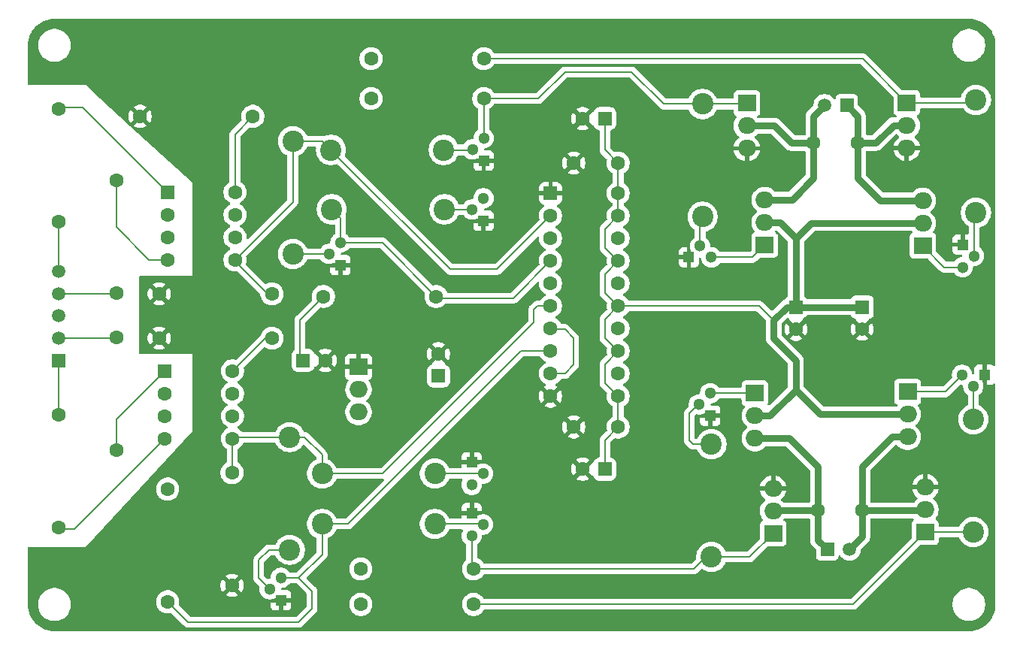
<source format=gbr>
%TF.GenerationSoftware,KiCad,Pcbnew,9.0.2*%
%TF.CreationDate,2025-07-08T23:56:41-07:00*%
%TF.ProjectId,h-bridge,682d6272-6964-4676-952e-6b696361645f,V1.0*%
%TF.SameCoordinates,Original*%
%TF.FileFunction,Copper,L1,Top*%
%TF.FilePolarity,Positive*%
%FSLAX46Y46*%
G04 Gerber Fmt 4.6, Leading zero omitted, Abs format (unit mm)*
G04 Created by KiCad (PCBNEW 9.0.2) date 2025-07-08 23:56:41*
%MOMM*%
%LPD*%
G01*
G04 APERTURE LIST*
G04 Aperture macros list*
%AMRoundRect*
0 Rectangle with rounded corners*
0 $1 Rounding radius*
0 $2 $3 $4 $5 $6 $7 $8 $9 X,Y pos of 4 corners*
0 Add a 4 corners polygon primitive as box body*
4,1,4,$2,$3,$4,$5,$6,$7,$8,$9,$2,$3,0*
0 Add four circle primitives for the rounded corners*
1,1,$1+$1,$2,$3*
1,1,$1+$1,$4,$5*
1,1,$1+$1,$6,$7*
1,1,$1+$1,$8,$9*
0 Add four rect primitives between the rounded corners*
20,1,$1+$1,$2,$3,$4,$5,0*
20,1,$1+$1,$4,$5,$6,$7,0*
20,1,$1+$1,$6,$7,$8,$9,0*
20,1,$1+$1,$8,$9,$2,$3,0*%
G04 Aperture macros list end*
%TA.AperFunction,ComponentPad*%
%ADD10C,2.400000*%
%TD*%
%TA.AperFunction,ComponentPad*%
%ADD11C,1.508000*%
%TD*%
%TA.AperFunction,ComponentPad*%
%ADD12R,1.508000X1.508000*%
%TD*%
%TA.AperFunction,ComponentPad*%
%ADD13O,2.000000X1.905000*%
%TD*%
%TA.AperFunction,ComponentPad*%
%ADD14R,2.000000X1.905000*%
%TD*%
%TA.AperFunction,ComponentPad*%
%ADD15C,1.600000*%
%TD*%
%TA.AperFunction,ComponentPad*%
%ADD16C,1.300000*%
%TD*%
%TA.AperFunction,ComponentPad*%
%ADD17R,1.300000X1.300000*%
%TD*%
%TA.AperFunction,ComponentPad*%
%ADD18RoundRect,0.250000X-0.550000X-0.550000X0.550000X-0.550000X0.550000X0.550000X-0.550000X0.550000X0*%
%TD*%
%TA.AperFunction,ComponentPad*%
%ADD19RoundRect,0.250000X0.550000X0.550000X-0.550000X0.550000X-0.550000X-0.550000X0.550000X-0.550000X0*%
%TD*%
%TA.AperFunction,ComponentPad*%
%ADD20RoundRect,0.250000X-0.550000X0.550000X-0.550000X-0.550000X0.550000X-0.550000X0.550000X0.550000X0*%
%TD*%
%TA.AperFunction,ComponentPad*%
%ADD21RoundRect,0.250000X0.550000X-0.550000X0.550000X0.550000X-0.550000X0.550000X-0.550000X-0.550000X0*%
%TD*%
%TA.AperFunction,ComponentPad*%
%ADD22C,1.575000*%
%TD*%
%TA.AperFunction,ComponentPad*%
%ADD23R,1.575000X1.575000*%
%TD*%
%TA.AperFunction,Conductor*%
%ADD24C,0.781000*%
%TD*%
%TA.AperFunction,Conductor*%
%ADD25C,0.200000*%
%TD*%
G04 APERTURE END LIST*
D10*
%TO.P,R16,2*%
%TO.N,Net-(U12-G)*%
X194950000Y-122231945D03*
%TO.P,R16,1*%
%TO.N,Net-(U20-B)*%
X194950000Y-109531945D03*
%TD*%
D11*
%TO.P,J3,2,2*%
%TO.N,/MOTOR+_2*%
X181000000Y-124200000D03*
D12*
%TO.P,J3,1,1*%
%TO.N,/MOTOR-_2*%
X178500000Y-124200000D03*
%TD*%
D13*
%TO.P,U11,3,S*%
%TO.N,/MOTOR+_2*%
X187550000Y-111530000D03*
%TO.P,U11,2,D*%
%TO.N,+16V*%
X187550000Y-108990000D03*
D14*
%TO.P,U11,1,G*%
%TO.N,/GATE3*%
X187550000Y-106450000D03*
%TD*%
D10*
%TO.P,R15,2*%
%TO.N,Net-(U19-B)*%
X165450000Y-112340000D03*
%TO.P,R15,1*%
%TO.N,Net-(U14-G)*%
X165450000Y-125040000D03*
%TD*%
D15*
%TO.P,C6,2*%
%TO.N,+16V*%
X154950000Y-80660000D03*
%TO.P,C6,1*%
%TO.N,GND*%
X149950000Y-80660000D03*
%TD*%
D13*
%TO.P,U13,3,S*%
%TO.N,/MOTOR-_2*%
X170350000Y-111690000D03*
%TO.P,U13,2,D*%
%TO.N,+16V*%
X170350000Y-109150000D03*
D14*
%TO.P,U13,1,G*%
%TO.N,/GATE4*%
X170350000Y-106610000D03*
%TD*%
D16*
%TO.P,U22,3,C*%
%TO.N,/GATE2*%
X193750000Y-92400000D03*
%TO.P,U22,2,B*%
%TO.N,Net-(U22-B)*%
X195020000Y-91130000D03*
D17*
%TO.P,U22,1,E*%
%TO.N,GND*%
X193750000Y-89860000D03*
%TD*%
D15*
%TO.P,C1,2*%
%TO.N,/MOTOR-_2*%
X177450000Y-119800000D03*
%TO.P,C1,1*%
%TO.N,/MOTOR+_2*%
X182450000Y-119800000D03*
%TD*%
D16*
%TO.P,U21,3,C*%
%TO.N,/GATE1*%
X165450000Y-91290000D03*
%TO.P,U21,2,B*%
%TO.N,Net-(U21-B)*%
X164180000Y-90020000D03*
D17*
%TO.P,U21,1,E*%
%TO.N,GND*%
X162910000Y-91290000D03*
%TD*%
D11*
%TO.P,J5,5*%
%TO.N,/SPEED_1*%
X91950000Y-92900000D03*
%TO.P,J5,4*%
%TO.N,/DIR_1*%
X91950000Y-95400000D03*
%TO.P,J5,3*%
%TO.N,ESP_GND*%
X91950000Y-97900000D03*
%TO.P,J5,2*%
%TO.N,/SPEED_2*%
X91950000Y-100400000D03*
D12*
%TO.P,J5,1*%
%TO.N,/DIR_2*%
X91950000Y-102900000D03*
%TD*%
D16*
%TO.P,U7,3,C*%
%TO.N,Net-(U3-TIMER4)*%
X116950000Y-127400000D03*
%TO.P,U7,2,B*%
%TO.N,Net-(U7-B)*%
X115680000Y-128670000D03*
D17*
%TO.P,U7,1,E*%
%TO.N,GND*%
X116950000Y-129940000D03*
%TD*%
D16*
%TO.P,U23,3,C*%
%TO.N,Net-(U10-G)*%
X139780000Y-84630000D03*
%TO.P,U23,2,B*%
%TO.N,Net-(U23-B)*%
X138510000Y-85900000D03*
D17*
%TO.P,U23,1,E*%
%TO.N,GND*%
X139780000Y-87170000D03*
%TD*%
D15*
%TO.P,U1,8,Emitter*%
%TO.N,Net-(U3-INPUT1)*%
X111780000Y-83950000D03*
%TO.P,U1,7,Collector*%
%TO.N,+3.3V*%
X111780000Y-86490000D03*
%TO.P,U1,6,Collector*%
X111780000Y-89030000D03*
%TO.P,U1,5,Emitter*%
%TO.N,Net-(U3-TIMER1)*%
X111780000Y-91570000D03*
%TO.P,U1,4,Anode*%
%TO.N,Net-(R2-Pad2)*%
X104160000Y-91570000D03*
%TO.P,U1,3,Cathode*%
%TO.N,ESP_GND*%
X104160000Y-89030000D03*
%TO.P,U1,2,Cathode*%
X104160000Y-86490000D03*
D18*
%TO.P,U1,1,Anode*%
%TO.N,Net-(R1-Pad2)*%
X104160000Y-83950000D03*
%TD*%
D16*
%TO.P,U18,3,C*%
%TO.N,Net-(U12-G)*%
X138450000Y-116920000D03*
%TO.P,U18,2,B*%
%TO.N,Net-(U18-B)*%
X139720000Y-115650000D03*
D17*
%TO.P,U18,1,E*%
%TO.N,GND*%
X138450000Y-114380000D03*
%TD*%
D13*
%TO.P,U10,3,S*%
%TO.N,GND*%
X187450000Y-78960000D03*
%TO.P,U10,2,D*%
%TO.N,/MOTOR-_1*%
X187450000Y-76420000D03*
D14*
%TO.P,U10,1,G*%
%TO.N,Net-(U10-G)*%
X187450000Y-73880000D03*
%TD*%
D16*
%TO.P,U5,3,C*%
%TO.N,Net-(U3-TIMER2)*%
X123660000Y-89630000D03*
%TO.P,U5,2,B*%
%TO.N,Net-(U5-B)*%
X122390000Y-90900000D03*
D17*
%TO.P,U5,1,E*%
%TO.N,GND*%
X123660000Y-92170000D03*
%TD*%
D13*
%TO.P,U14,3,S*%
%TO.N,GND*%
X172400000Y-117320000D03*
%TO.P,U14,2,D*%
%TO.N,/MOTOR-_2*%
X172400000Y-119860000D03*
D14*
%TO.P,U14,1,G*%
%TO.N,Net-(U14-G)*%
X172400000Y-122400000D03*
%TD*%
D15*
%TO.P,U6,8,Emitter*%
%TO.N,Net-(U3-INPUT3)*%
X111510000Y-104090000D03*
%TO.P,U6,7,Collector*%
%TO.N,+3.3V*%
X111510000Y-106630000D03*
%TO.P,U6,6,Collector*%
X111510000Y-109170000D03*
%TO.P,U6,5,Emitter*%
%TO.N,Net-(U3-TIMER3)*%
X111510000Y-111710000D03*
%TO.P,U6,4,Anode*%
%TO.N,Net-(R7-Pad2)*%
X103890000Y-111710000D03*
%TO.P,U6,3,Cathode*%
%TO.N,ESP_GND*%
X103890000Y-109170000D03*
%TO.P,U6,2,Cathode*%
X103890000Y-106630000D03*
D18*
%TO.P,U6,1,Anode*%
%TO.N,Net-(R6-Pad2)*%
X103890000Y-104090000D03*
%TD*%
D15*
%TO.P,R5,2*%
%TO.N,Net-(U3-TIMER2)*%
X134450000Y-95700000D03*
%TO.P,R5,1*%
%TO.N,+3.3V*%
X121750000Y-95700000D03*
%TD*%
D16*
%TO.P,U24,3,C*%
%TO.N,Net-(U24-C)*%
X139800000Y-77860000D03*
%TO.P,U24,2,B*%
%TO.N,Net-(U24-B)*%
X138530000Y-79130000D03*
D17*
%TO.P,U24,1,E*%
%TO.N,GND*%
X139800000Y-80400000D03*
%TD*%
D13*
%TO.P,U4,3,S*%
%TO.N,/MOTOR+_1*%
X171450000Y-84820000D03*
%TO.P,U4,2,D*%
%TO.N,+16V*%
X171450000Y-87360000D03*
D14*
%TO.P,U4,1,G*%
%TO.N,/GATE1*%
X171450000Y-89900000D03*
%TD*%
D15*
%TO.P,R9,2*%
%TO.N,GND*%
X103250000Y-100400000D03*
%TO.P,R9,1*%
%TO.N,Net-(U3-INPUT3)*%
X115950000Y-100400000D03*
%TD*%
%TO.P,R8,2*%
%TO.N,GND*%
X111450000Y-128250000D03*
%TO.P,R8,1*%
%TO.N,Net-(U3-TIMER3)*%
X111450000Y-115550000D03*
%TD*%
D10*
%TO.P,R22,2*%
%TO.N,Net-(U17-B)*%
X134300000Y-121340000D03*
%TO.P,R22,1*%
%TO.N,Net-(U3-TIMER4)*%
X121600000Y-121340000D03*
%TD*%
D16*
%TO.P,U19,3,C*%
%TO.N,/GATE4*%
X165310000Y-106590000D03*
%TO.P,U19,2,B*%
%TO.N,Net-(U19-B)*%
X164040000Y-107860000D03*
D17*
%TO.P,U19,1,E*%
%TO.N,GND*%
X165310000Y-109130000D03*
%TD*%
D13*
%TO.P,U2,3,VIN*%
%TO.N,+16V*%
X125700000Y-108730000D03*
%TO.P,U2,2,VOUT*%
%TO.N,+3.3V*%
X125700000Y-106190000D03*
D14*
%TO.P,U2,1,GND/ADJ*%
%TO.N,GND*%
X125700000Y-103650000D03*
%TD*%
D10*
%TO.P,R24,2*%
%TO.N,Net-(U23-B)*%
X135380000Y-85880000D03*
%TO.P,R24,1*%
%TO.N,Net-(U3-TIMER2)*%
X122680000Y-85880000D03*
%TD*%
D15*
%TO.P,R7,2*%
%TO.N,Net-(R7-Pad2)*%
X91950000Y-121750000D03*
%TO.P,R7,1*%
%TO.N,/DIR_2*%
X91950000Y-109050000D03*
%TD*%
D13*
%TO.P,U9,3,S*%
%TO.N,/MOTOR-_1*%
X189250000Y-84900000D03*
%TO.P,U9,2,D*%
%TO.N,+16V*%
X189250000Y-87440000D03*
D14*
%TO.P,U9,1,G*%
%TO.N,/GATE2*%
X189250000Y-89980000D03*
%TD*%
D15*
%TO.P,C8,2*%
%TO.N,GND*%
X150950000Y-115160000D03*
D19*
%TO.P,C8,1*%
%TO.N,+16V*%
X153450000Y-115160000D03*
%TD*%
D15*
%TO.P,R20,2*%
%TO.N,Net-(U24-C)*%
X139800000Y-73400000D03*
%TO.P,R20,1*%
%TO.N,+16V*%
X127100000Y-73400000D03*
%TD*%
D10*
%TO.P,R23,2*%
%TO.N,Net-(U24-B)*%
X135300000Y-79190000D03*
%TO.P,R23,1*%
%TO.N,Net-(U3-TIMER1)*%
X122600000Y-79190000D03*
%TD*%
%TO.P,R21,2*%
%TO.N,Net-(U18-B)*%
X134300000Y-115650000D03*
%TO.P,R21,1*%
%TO.N,Net-(U3-TIMER3)*%
X121600000Y-115650000D03*
%TD*%
D16*
%TO.P,U17,3,C*%
%TO.N,Net-(U14-G)*%
X138450000Y-122670000D03*
%TO.P,U17,2,B*%
%TO.N,Net-(U17-B)*%
X139720000Y-121400000D03*
D17*
%TO.P,U17,1,E*%
%TO.N,GND*%
X138450000Y-120130000D03*
%TD*%
D10*
%TO.P,R18,2*%
%TO.N,Net-(U22-B)*%
X195250000Y-86250000D03*
%TO.P,R18,1*%
%TO.N,Net-(U10-G)*%
X195250000Y-73550000D03*
%TD*%
D15*
%TO.P,R10,2*%
%TO.N,Net-(U3-TIMER4)*%
X104200000Y-130100000D03*
%TO.P,R10,1*%
%TO.N,+3.3V*%
X104200000Y-117400000D03*
%TD*%
%TO.P,C2,2*%
%TO.N,/MOTOR-_1*%
X181950000Y-78400000D03*
%TO.P,C2,1*%
%TO.N,/MOTOR+_1*%
X176950000Y-78400000D03*
%TD*%
%TO.P,C5,2*%
%TO.N,GND*%
X174975000Y-99400000D03*
D20*
%TO.P,C5,1*%
%TO.N,+16V*%
X174975000Y-96900000D03*
%TD*%
D15*
%TO.P,C7,2*%
%TO.N,+16V*%
X154950000Y-110410000D03*
%TO.P,C7,1*%
%TO.N,GND*%
X149950000Y-110410000D03*
%TD*%
%TO.P,U3,20,V+*%
%TO.N,+16V*%
X154950000Y-84080000D03*
%TO.P,U3,19,SENSE1*%
X154950000Y-86620000D03*
%TO.P,U3,18,GATE1*%
%TO.N,/GATE1*%
X154950000Y-89160000D03*
%TO.P,U3,17,SENSE2*%
%TO.N,+16V*%
X154950000Y-91700000D03*
%TO.P,U3,16,GATE2*%
%TO.N,/GATE2*%
X154950000Y-94240000D03*
%TO.P,U3,15,SENSE3*%
%TO.N,+16V*%
X154950000Y-96780000D03*
%TO.P,U3,14,GATE3*%
%TO.N,/GATE3*%
X154950000Y-99320000D03*
%TO.P,U3,13,SENSE4*%
%TO.N,+16V*%
X154950000Y-101860000D03*
%TO.P,U3,12,GATE4*%
%TO.N,/GATE4*%
X154950000Y-104400000D03*
%TO.P,U3,11,V+*%
%TO.N,+16V*%
X154950000Y-106940000D03*
%TO.P,U3,10,GND*%
%TO.N,GND*%
X147330000Y-106940000D03*
%TO.P,U3,9,INPUT4*%
%TO.N,Net-(U3-INPUT3)*%
X147330000Y-104400000D03*
%TO.P,U3,8,TIMER4*%
%TO.N,Net-(U3-TIMER4)*%
X147330000Y-101860000D03*
%TO.P,U3,7,INPUT3*%
%TO.N,Net-(U3-INPUT3)*%
X147330000Y-99320000D03*
%TO.P,U3,6,TIMER3*%
%TO.N,Net-(U3-TIMER3)*%
X147330000Y-96780000D03*
%TO.P,U3,5,INPUT2*%
%TO.N,Net-(U3-INPUT1)*%
X147330000Y-94240000D03*
%TO.P,U3,4,TIMER2*%
%TO.N,Net-(U3-TIMER2)*%
X147330000Y-91700000D03*
%TO.P,U3,3,INPUT1*%
%TO.N,Net-(U3-INPUT1)*%
X147330000Y-89160000D03*
%TO.P,U3,2,TIMER1*%
%TO.N,Net-(U3-TIMER1)*%
X147330000Y-86620000D03*
D18*
%TO.P,U3,1,GND*%
%TO.N,GND*%
X147330000Y-84080000D03*
%TD*%
D15*
%TO.P,R1,2*%
%TO.N,Net-(R1-Pad2)*%
X91950000Y-74550000D03*
%TO.P,R1,1*%
%TO.N,/SPEED_1*%
X91950000Y-87250000D03*
%TD*%
%TO.P,C3,2*%
%TO.N,GND*%
X134700000Y-102150000D03*
D21*
%TO.P,C3,1*%
%TO.N,+16V*%
X134700000Y-104650000D03*
%TD*%
D15*
%TO.P,C9,2*%
%TO.N,GND*%
X150950000Y-75660000D03*
D19*
%TO.P,C9,1*%
%TO.N,+16V*%
X153450000Y-75660000D03*
%TD*%
D15*
%TO.P,R4,2*%
%TO.N,GND*%
X101100000Y-75400000D03*
%TO.P,R4,1*%
%TO.N,Net-(U3-INPUT1)*%
X113800000Y-75400000D03*
%TD*%
%TO.P,R6,2*%
%TO.N,Net-(R6-Pad2)*%
X98450000Y-113050000D03*
%TO.P,R6,1*%
%TO.N,/SPEED_2*%
X98450000Y-100350000D03*
%TD*%
D10*
%TO.P,R14,2*%
%TO.N,Net-(U5-B)*%
X118300000Y-90900000D03*
%TO.P,R14,1*%
%TO.N,Net-(U3-TIMER1)*%
X118300000Y-78200000D03*
%TD*%
D22*
%TO.P,J1,2,2*%
%TO.N,GND*%
X182450000Y-99400000D03*
D23*
%TO.P,J1,1,1*%
%TO.N,+16V*%
X182450000Y-96900000D03*
%TD*%
D15*
%TO.P,R3,2*%
%TO.N,GND*%
X103250000Y-95400000D03*
%TO.P,R3,1*%
%TO.N,Net-(U3-TIMER1)*%
X115950000Y-95400000D03*
%TD*%
D11*
%TO.P,J2,2,2*%
%TO.N,/MOTOR+_1*%
X178200000Y-74150000D03*
D12*
%TO.P,J2,1,1*%
%TO.N,/MOTOR-_1*%
X180700000Y-74150000D03*
%TD*%
D13*
%TO.P,U12,3,S*%
%TO.N,GND*%
X189550000Y-117170000D03*
%TO.P,U12,2,D*%
%TO.N,/MOTOR+_2*%
X189550000Y-119710000D03*
D14*
%TO.P,U12,1,G*%
%TO.N,Net-(U12-G)*%
X189550000Y-122250000D03*
%TD*%
D15*
%TO.P,R12,2*%
%TO.N,Net-(U12-G)*%
X138650000Y-130400000D03*
%TO.P,R12,1*%
%TO.N,+16V*%
X125950000Y-130400000D03*
%TD*%
%TO.P,R19,2*%
%TO.N,Net-(U10-G)*%
X139800000Y-68900000D03*
%TO.P,R19,1*%
%TO.N,+16V*%
X127100000Y-68900000D03*
%TD*%
D10*
%TO.P,R13,2*%
%TO.N,Net-(U7-B)*%
X117950000Y-124250000D03*
%TO.P,R13,1*%
%TO.N,Net-(U3-TIMER3)*%
X117950000Y-111550000D03*
%TD*%
D13*
%TO.P,U8,3,S*%
%TO.N,GND*%
X169450000Y-79020000D03*
%TO.P,U8,2,D*%
%TO.N,/MOTOR+_1*%
X169450000Y-76480000D03*
D14*
%TO.P,U8,1,G*%
%TO.N,Net-(U24-C)*%
X169450000Y-73940000D03*
%TD*%
D15*
%TO.P,R11,2*%
%TO.N,Net-(U14-G)*%
X138650000Y-126400000D03*
%TO.P,R11,1*%
%TO.N,+16V*%
X125950000Y-126400000D03*
%TD*%
D10*
%TO.P,R17,2*%
%TO.N,Net-(U24-C)*%
X164450000Y-74020000D03*
%TO.P,R17,1*%
%TO.N,Net-(U21-B)*%
X164450000Y-86720000D03*
%TD*%
D16*
%TO.P,U20,3,C*%
%TO.N,/GATE3*%
X193680000Y-104531945D03*
%TO.P,U20,2,B*%
%TO.N,Net-(U20-B)*%
X194950000Y-105801945D03*
D17*
%TO.P,U20,1,E*%
%TO.N,GND*%
X196220000Y-104531945D03*
%TD*%
D15*
%TO.P,R2,2*%
%TO.N,Net-(R2-Pad2)*%
X98450000Y-82600000D03*
%TO.P,R2,1*%
%TO.N,/DIR_1*%
X98450000Y-95300000D03*
%TD*%
%TO.P,C4,2*%
%TO.N,GND*%
X121950000Y-102900000D03*
D18*
%TO.P,C4,1*%
%TO.N,+3.3V*%
X119450000Y-102900000D03*
%TD*%
D24*
%TO.N,/MOTOR-_1*%
X189250000Y-84900000D02*
X184450000Y-84900000D01*
X189250000Y-84900000D02*
X189450000Y-84900000D01*
X184450000Y-84900000D02*
X181950000Y-82400000D01*
X181950000Y-82400000D02*
X181950000Y-78400000D01*
X181950000Y-78400000D02*
X183950000Y-78400000D01*
X181950000Y-78400000D02*
X181950000Y-75400000D01*
X183950000Y-78400000D02*
X185950000Y-76400000D01*
X181950000Y-75400000D02*
X180700000Y-74150000D01*
X185950000Y-76400000D02*
X185970000Y-76420000D01*
X185970000Y-76420000D02*
X187450000Y-76420000D01*
D25*
%TO.N,/GATE3*%
X187550000Y-106450000D02*
X191800000Y-106450000D01*
X191800000Y-106450000D02*
X193680000Y-104570000D01*
X193680000Y-104570000D02*
X193680000Y-104531945D01*
%TO.N,Net-(U3-INPUT3)*%
X111510000Y-104090000D02*
X115300000Y-100300000D01*
X115300000Y-100300000D02*
X115850000Y-100300000D01*
X115850000Y-100300000D02*
X115950000Y-100400000D01*
%TO.N,Net-(U22-B)*%
X195020000Y-91130000D02*
X195020000Y-86480000D01*
X195020000Y-86480000D02*
X195250000Y-86250000D01*
D24*
%TO.N,/MOTOR+_2*%
X182450000Y-122750000D02*
X181000000Y-124200000D01*
X182450000Y-119800000D02*
X182450000Y-122750000D01*
X182450000Y-119800000D02*
X182450000Y-114900000D01*
X182450000Y-119800000D02*
X189460000Y-119800000D01*
X182450000Y-114900000D02*
X185820000Y-111530000D01*
X189460000Y-119800000D02*
X189550000Y-119710000D01*
X185820000Y-111530000D02*
X187550000Y-111530000D01*
D25*
%TO.N,Net-(U21-B)*%
X164180000Y-90020000D02*
X164180000Y-86990000D01*
X164180000Y-86990000D02*
X164450000Y-86720000D01*
%TO.N,Net-(U18-B)*%
X134300000Y-115650000D02*
X139720000Y-115650000D01*
%TO.N,Net-(R6-Pad2)*%
X98450000Y-109530000D02*
X103890000Y-104090000D01*
X98450000Y-113050000D02*
X98450000Y-109530000D01*
%TO.N,Net-(U5-B)*%
X118300000Y-90900000D02*
X122390000Y-90900000D01*
%TO.N,Net-(U12-G)*%
X181400000Y-130400000D02*
X189550000Y-122250000D01*
X138650000Y-130400000D02*
X181400000Y-130400000D01*
X189550000Y-122250000D02*
X192800000Y-122250000D01*
X192818055Y-122231945D02*
X194950000Y-122231945D01*
X192800000Y-122250000D02*
X192818055Y-122231945D01*
D24*
%TO.N,/MOTOR-_2*%
X177450000Y-119800000D02*
X172460000Y-119800000D01*
X172460000Y-119800000D02*
X172400000Y-119860000D01*
X177450000Y-114900000D02*
X177450000Y-119800000D01*
X177450000Y-119800000D02*
X177450000Y-123150000D01*
X174240000Y-111690000D02*
X177450000Y-114900000D01*
X177450000Y-123150000D02*
X178500000Y-124200000D01*
X170350000Y-111690000D02*
X174240000Y-111690000D01*
%TO.N,/MOTOR+_1*%
X176950000Y-82400000D02*
X176950000Y-78400000D01*
X174530000Y-84820000D02*
X176950000Y-82400000D01*
X176950000Y-78400000D02*
X176950000Y-75400000D01*
X174450000Y-78400000D02*
X176950000Y-78400000D01*
X171450000Y-84820000D02*
X174530000Y-84820000D01*
X176950000Y-75400000D02*
X178200000Y-74150000D01*
X172530000Y-76480000D02*
X174450000Y-78400000D01*
X169450000Y-76480000D02*
X172530000Y-76480000D01*
D25*
%TO.N,Net-(U19-B)*%
X163390000Y-112340000D02*
X162950000Y-111900000D01*
X165450000Y-112340000D02*
X163390000Y-112340000D01*
X162950000Y-111900000D02*
X162950000Y-108900000D01*
X162950000Y-108900000D02*
X163990000Y-107860000D01*
X163990000Y-107860000D02*
X164040000Y-107860000D01*
%TO.N,Net-(U3-TIMER3)*%
X145450000Y-98650000D02*
X128450000Y-115650000D01*
X145450000Y-97150000D02*
X145450000Y-98650000D01*
X128450000Y-115650000D02*
X121600000Y-115650000D01*
X145820000Y-96780000D02*
X145450000Y-97150000D01*
X121600000Y-113550000D02*
X121600000Y-115650000D01*
X147330000Y-96780000D02*
X145820000Y-96780000D01*
X119600000Y-111550000D02*
X121600000Y-113550000D01*
X117950000Y-111550000D02*
X119600000Y-111550000D01*
X117950000Y-111550000D02*
X111670000Y-111550000D01*
X111670000Y-111550000D02*
X111510000Y-111710000D01*
X111510000Y-111710000D02*
X111510000Y-115490000D01*
X111510000Y-115490000D02*
X111450000Y-115550000D01*
%TO.N,Net-(U14-G)*%
X138450000Y-126200000D02*
X138650000Y-126400000D01*
%TO.N,Net-(U3-TIMER4)*%
X124510000Y-121340000D02*
X121600000Y-121340000D01*
X118950000Y-127400000D02*
X116950000Y-127400000D01*
X120450000Y-128900000D02*
X118950000Y-127400000D01*
%TO.N,Net-(U17-B)*%
X139660000Y-121340000D02*
X139720000Y-121400000D01*
%TO.N,Net-(U23-B)*%
X135400000Y-85900000D02*
X135380000Y-85880000D01*
%TO.N,Net-(U24-C)*%
X145950000Y-73400000D02*
X148950000Y-70400000D01*
X139800000Y-73400000D02*
X145950000Y-73400000D01*
%TO.N,Net-(U17-B)*%
X134300000Y-121340000D02*
X139660000Y-121340000D01*
%TO.N,Net-(U24-C)*%
X164450000Y-74020000D02*
X169370000Y-74020000D01*
X156450000Y-70400000D02*
X160070000Y-74020000D01*
%TO.N,Net-(U14-G)*%
X138450000Y-122670000D02*
X138450000Y-126200000D01*
%TO.N,Net-(U7-B)*%
X115680000Y-128670000D02*
X114450000Y-127440000D01*
%TO.N,Net-(U10-G)*%
X139800000Y-68900000D02*
X182470000Y-68900000D01*
%TO.N,Net-(U24-B)*%
X138470000Y-79190000D02*
X138530000Y-79130000D01*
%TO.N,Net-(U24-C)*%
X139800000Y-77860000D02*
X139800000Y-73400000D01*
X160070000Y-74020000D02*
X164450000Y-74020000D01*
%TO.N,Net-(U14-G)*%
X165450000Y-125040000D02*
X165090000Y-125040000D01*
X165450000Y-125040000D02*
X169760000Y-125040000D01*
%TO.N,Net-(U24-C)*%
X148950000Y-70400000D02*
X156450000Y-70400000D01*
%TO.N,Net-(U14-G)*%
X163450000Y-126400000D02*
X138650000Y-126400000D01*
X164950000Y-124900000D02*
X163450000Y-126400000D01*
%TO.N,Net-(U3-TIMER4)*%
X118950000Y-132400000D02*
X120450000Y-130900000D01*
%TO.N,Net-(U14-G)*%
X165090000Y-125040000D02*
X164950000Y-124900000D01*
%TO.N,Net-(U3-TIMER4)*%
X120450000Y-130900000D02*
X120450000Y-128900000D01*
X143990000Y-101860000D02*
X124510000Y-121340000D01*
%TO.N,Net-(U7-B)*%
X115600000Y-124250000D02*
X117950000Y-124250000D01*
X114450000Y-125400000D02*
X115600000Y-124250000D01*
%TO.N,Net-(U3-TIMER4)*%
X147330000Y-101860000D02*
X143990000Y-101860000D01*
X118950000Y-127400000D02*
X121600000Y-124750000D01*
%TO.N,Net-(U20-B)*%
X194950000Y-105801945D02*
X194950000Y-109531945D01*
%TO.N,Net-(U10-G)*%
X182470000Y-68900000D02*
X187450000Y-73880000D01*
X187450000Y-73880000D02*
X194920000Y-73880000D01*
%TO.N,Net-(U7-B)*%
X114450000Y-127440000D02*
X114450000Y-125400000D01*
%TO.N,Net-(U14-G)*%
X169760000Y-125040000D02*
X172400000Y-122400000D01*
%TO.N,Net-(U10-G)*%
X194920000Y-73880000D02*
X195250000Y-73550000D01*
%TO.N,Net-(U24-B)*%
X135300000Y-79190000D02*
X138470000Y-79190000D01*
%TO.N,Net-(U23-B)*%
X138510000Y-85900000D02*
X135400000Y-85900000D01*
%TO.N,Net-(R7-Pad2)*%
X91950000Y-121750000D02*
X91950000Y-121900000D01*
%TO.N,/GATE4*%
X165310000Y-106590000D02*
X170330000Y-106590000D01*
%TO.N,/GATE1*%
X170060000Y-91290000D02*
X171450000Y-89900000D01*
%TO.N,/GATE2*%
X191670000Y-92400000D02*
X189250000Y-89980000D01*
%TO.N,/GATE4*%
X165310000Y-106540000D02*
X165450000Y-106400000D01*
%TO.N,Net-(R7-Pad2)*%
X91950000Y-121900000D02*
X93700000Y-121900000D01*
%TO.N,/GATE4*%
X170330000Y-106590000D02*
X170350000Y-106610000D01*
%TO.N,Net-(R7-Pad2)*%
X93700000Y-121900000D02*
X103890000Y-111710000D01*
%TO.N,Net-(U24-C)*%
X169370000Y-74020000D02*
X169450000Y-73940000D01*
%TO.N,/GATE4*%
X165310000Y-106590000D02*
X165310000Y-106540000D01*
%TO.N,/GATE1*%
X165450000Y-91290000D02*
X170060000Y-91290000D01*
%TO.N,/GATE2*%
X193750000Y-92400000D02*
X191670000Y-92400000D01*
%TO.N,Net-(U3-TIMER4)*%
X121600000Y-124750000D02*
X121600000Y-121340000D01*
%TO.N,Net-(U3-TIMER2)*%
X134650000Y-95900000D02*
X143130000Y-95900000D01*
%TO.N,Net-(U3-INPUT3)*%
X147330000Y-99320000D02*
X147410000Y-99400000D01*
%TO.N,Net-(U3-TIMER2)*%
X123660000Y-86860000D02*
X122680000Y-85880000D01*
X123660000Y-89630000D02*
X123660000Y-86860000D01*
%TO.N,Net-(U3-INPUT3)*%
X149950000Y-100400000D02*
X149950000Y-103400000D01*
X148950000Y-104400000D02*
X147330000Y-104400000D01*
X147410000Y-99400000D02*
X148950000Y-99400000D01*
X148950000Y-99400000D02*
X149950000Y-100400000D01*
%TO.N,Net-(U3-TIMER4)*%
X104200000Y-130100000D02*
X106500000Y-132400000D01*
X106500000Y-132400000D02*
X118950000Y-132400000D01*
%TO.N,Net-(U3-TIMER2)*%
X134450000Y-95700000D02*
X128380000Y-89630000D01*
X143130000Y-95900000D02*
X147330000Y-91700000D01*
X134450000Y-95700000D02*
X134650000Y-95900000D01*
X128380000Y-89630000D02*
X123660000Y-89630000D01*
%TO.N,Net-(U3-INPUT3)*%
X149950000Y-103400000D02*
X148950000Y-104400000D01*
%TO.N,Net-(U3-TIMER1)*%
X121610000Y-78200000D02*
X122600000Y-79190000D01*
%TO.N,Net-(U3-INPUT1)*%
X111780000Y-83950000D02*
X111780000Y-77420000D01*
X111780000Y-77420000D02*
X113800000Y-75400000D01*
%TO.N,Net-(U3-TIMER1)*%
X111780000Y-91730000D02*
X111780000Y-91570000D01*
X115950000Y-95400000D02*
X115450000Y-95400000D01*
X115450000Y-95400000D02*
X111780000Y-91730000D01*
%TO.N,+3.3V*%
X125910000Y-106400000D02*
X125700000Y-106190000D01*
X121750000Y-95700000D02*
X119100000Y-98350000D01*
X119100000Y-98350000D02*
X119100000Y-102550000D01*
%TO.N,/SPEED_2*%
X91950000Y-100400000D02*
X98400000Y-100400000D01*
%TO.N,/DIR_2*%
X91950000Y-102900000D02*
X91950000Y-109050000D01*
%TO.N,Net-(R1-Pad2)*%
X94610000Y-74400000D02*
X104160000Y-83950000D01*
%TO.N,Net-(R2-Pad2)*%
X98450000Y-82600000D02*
X98450000Y-87900000D01*
%TO.N,+3.3V*%
X119100000Y-102550000D02*
X119450000Y-102900000D01*
%TO.N,Net-(R1-Pad2)*%
X91950000Y-74400000D02*
X94610000Y-74400000D01*
%TO.N,Net-(R2-Pad2)*%
X98450000Y-87900000D02*
X102120000Y-91570000D01*
%TO.N,Net-(U3-TIMER1)*%
X118300000Y-78200000D02*
X121610000Y-78200000D01*
%TO.N,/DIR_1*%
X98350000Y-95400000D02*
X98450000Y-95300000D01*
%TO.N,Net-(U3-TIMER1)*%
X147330000Y-86620000D02*
X141300000Y-92650000D01*
%TO.N,/DIR_1*%
X91950000Y-95400000D02*
X98350000Y-95400000D01*
%TO.N,/SPEED_2*%
X98400000Y-100400000D02*
X98450000Y-100350000D01*
%TO.N,Net-(R2-Pad2)*%
X102120000Y-91570000D02*
X104160000Y-91570000D01*
%TO.N,/SPEED_1*%
X91950000Y-92900000D02*
X91950000Y-87250000D01*
%TO.N,Net-(U3-TIMER1)*%
X136060000Y-92650000D02*
X122600000Y-79190000D01*
%TO.N,Net-(R1-Pad2)*%
X91950000Y-74550000D02*
X91950000Y-74400000D01*
%TO.N,Net-(U3-TIMER1)*%
X111780000Y-91570000D02*
X118300000Y-85050000D01*
X118300000Y-85050000D02*
X118300000Y-78200000D01*
X141300000Y-92650000D02*
X136060000Y-92650000D01*
D24*
%TO.N,+16V*%
X174950000Y-102900000D02*
X174950000Y-106236000D01*
D25*
X154950000Y-96780000D02*
X170830000Y-96780000D01*
X153450000Y-93200000D02*
X153450000Y-95280000D01*
X153450000Y-115160000D02*
X153450000Y-111910000D01*
D24*
X182450000Y-96900000D02*
X174975000Y-96900000D01*
X176639000Y-87440000D02*
X189250000Y-87440000D01*
X172450000Y-100400000D02*
X174950000Y-102900000D01*
D25*
X153450000Y-98280000D02*
X153450000Y-100360000D01*
D24*
X173231000Y-87360000D02*
X171450000Y-87360000D01*
X172450000Y-98400000D02*
X172450000Y-100400000D01*
D25*
X154950000Y-86620000D02*
X153450000Y-88120000D01*
X170830000Y-96780000D02*
X172450000Y-98400000D01*
D24*
X177704000Y-108990000D02*
X187550000Y-108990000D01*
D25*
X153450000Y-105440000D02*
X154950000Y-106940000D01*
D24*
X174950000Y-106236000D02*
X177704000Y-108990000D01*
X173950000Y-96900000D02*
X172450000Y-98400000D01*
D25*
X153450000Y-95280000D02*
X154950000Y-96780000D01*
X154950000Y-106940000D02*
X154950000Y-110410000D01*
D24*
X174975000Y-89104000D02*
X176639000Y-87440000D01*
D25*
X154950000Y-96780000D02*
X153450000Y-98280000D01*
X154950000Y-101860000D02*
X153450000Y-103360000D01*
X154950000Y-84080000D02*
X154950000Y-80660000D01*
X154950000Y-84080000D02*
X154950000Y-86620000D01*
X153450000Y-75660000D02*
X153450000Y-79160000D01*
D24*
X174950000Y-106236000D02*
X172036000Y-109150000D01*
D25*
X153450000Y-111910000D02*
X154950000Y-110410000D01*
D24*
X174975000Y-96900000D02*
X173950000Y-96900000D01*
X174975000Y-89104000D02*
X173231000Y-87360000D01*
X174975000Y-96900000D02*
X174975000Y-89104000D01*
D25*
X154950000Y-91700000D02*
X153450000Y-93200000D01*
X153450000Y-100360000D02*
X154950000Y-101860000D01*
X153450000Y-90200000D02*
X154950000Y-91700000D01*
X153450000Y-88120000D02*
X153450000Y-90200000D01*
X153450000Y-103360000D02*
X153450000Y-105440000D01*
X153450000Y-79160000D02*
X154950000Y-80660000D01*
D24*
X172036000Y-109150000D02*
X170350000Y-109150000D01*
%TD*%
%TA.AperFunction,Conductor*%
%TO.N,GND*%
G36*
X194453244Y-64400670D02*
G01*
X194757046Y-64416592D01*
X194769953Y-64417949D01*
X194901089Y-64438718D01*
X195067209Y-64465028D01*
X195079896Y-64467724D01*
X195370625Y-64545625D01*
X195382965Y-64549635D01*
X195663938Y-64657490D01*
X195675790Y-64662767D01*
X195943968Y-64799411D01*
X195955199Y-64805896D01*
X196207608Y-64969812D01*
X196218109Y-64977441D01*
X196452010Y-65166850D01*
X196461655Y-65175535D01*
X196674464Y-65388344D01*
X196683149Y-65397989D01*
X196872558Y-65631890D01*
X196880187Y-65642391D01*
X197044101Y-65894796D01*
X197050591Y-65906036D01*
X197187231Y-66174206D01*
X197192510Y-66186064D01*
X197300363Y-66467033D01*
X197304374Y-66479376D01*
X197382273Y-66770097D01*
X197384971Y-66782794D01*
X197432050Y-67080046D01*
X197433407Y-67092953D01*
X197449330Y-67396756D01*
X197449500Y-67403246D01*
X197449500Y-103449168D01*
X197429815Y-103516207D01*
X197377011Y-103561962D01*
X197307853Y-103571906D01*
X197244297Y-103542881D01*
X197230561Y-103528128D01*
X197227187Y-103524754D01*
X197112093Y-103438594D01*
X197112086Y-103438590D01*
X196977379Y-103388348D01*
X196977372Y-103388346D01*
X196917844Y-103381945D01*
X196470000Y-103381945D01*
X196470000Y-104251615D01*
X196450255Y-104231870D01*
X196364745Y-104182501D01*
X196269370Y-104156945D01*
X196170630Y-104156945D01*
X196075255Y-104182501D01*
X195989745Y-104231870D01*
X195970000Y-104251615D01*
X195970000Y-103381945D01*
X195522155Y-103381945D01*
X195462627Y-103388346D01*
X195462620Y-103388348D01*
X195327913Y-103438590D01*
X195327906Y-103438594D01*
X195212812Y-103524754D01*
X195212809Y-103524757D01*
X195126649Y-103639851D01*
X195126645Y-103639858D01*
X195076403Y-103774565D01*
X195076401Y-103774572D01*
X195070000Y-103834100D01*
X195070000Y-104377970D01*
X195050315Y-104445009D01*
X194997511Y-104490764D01*
X194928353Y-104500708D01*
X194864797Y-104471683D01*
X194827023Y-104412905D01*
X194823527Y-104397368D01*
X194807732Y-104297648D01*
X194802171Y-104262536D01*
X194747888Y-104095466D01*
X194746212Y-104090308D01*
X194746211Y-104090305D01*
X194706240Y-104011859D01*
X194663996Y-103928951D01*
X194566943Y-103795368D01*
X194557558Y-103782450D01*
X194557554Y-103782445D01*
X194429499Y-103654390D01*
X194429494Y-103654386D01*
X194282997Y-103547951D01*
X194282996Y-103547950D01*
X194282994Y-103547949D01*
X194188925Y-103500018D01*
X194121639Y-103465733D01*
X194121636Y-103465732D01*
X193949410Y-103409774D01*
X193770551Y-103381445D01*
X193770546Y-103381445D01*
X193589454Y-103381445D01*
X193589449Y-103381445D01*
X193410589Y-103409774D01*
X193238363Y-103465732D01*
X193238360Y-103465733D01*
X193077002Y-103547951D01*
X192930505Y-103654386D01*
X192930500Y-103654390D01*
X192802445Y-103782445D01*
X192802441Y-103782450D01*
X192696006Y-103928947D01*
X192613788Y-104090305D01*
X192613787Y-104090308D01*
X192557829Y-104262534D01*
X192529500Y-104441393D01*
X192529500Y-104622496D01*
X192553630Y-104774846D01*
X192544675Y-104844139D01*
X192518838Y-104881925D01*
X191587584Y-105813181D01*
X191526261Y-105846666D01*
X191499903Y-105849500D01*
X189174499Y-105849500D01*
X189107460Y-105829815D01*
X189061705Y-105777011D01*
X189050499Y-105725500D01*
X189050499Y-105449629D01*
X189050498Y-105449623D01*
X189050497Y-105449616D01*
X189044091Y-105390017D01*
X189034876Y-105365311D01*
X188993797Y-105255171D01*
X188993793Y-105255164D01*
X188907547Y-105139955D01*
X188907544Y-105139952D01*
X188792335Y-105053706D01*
X188792328Y-105053702D01*
X188657482Y-105003408D01*
X188657483Y-105003408D01*
X188597883Y-104997001D01*
X188597881Y-104997000D01*
X188597873Y-104997000D01*
X188597864Y-104997000D01*
X186502129Y-104997000D01*
X186502123Y-104997001D01*
X186442516Y-105003408D01*
X186307671Y-105053702D01*
X186307664Y-105053706D01*
X186192455Y-105139952D01*
X186192452Y-105139955D01*
X186106206Y-105255164D01*
X186106202Y-105255171D01*
X186055908Y-105390017D01*
X186049501Y-105449616D01*
X186049501Y-105449623D01*
X186049500Y-105449635D01*
X186049500Y-107450370D01*
X186049501Y-107450376D01*
X186055908Y-107509983D01*
X186106202Y-107644828D01*
X186106206Y-107644835D01*
X186192452Y-107760044D01*
X186192455Y-107760047D01*
X186307664Y-107846293D01*
X186307673Y-107846298D01*
X186335538Y-107856691D01*
X186356000Y-107872008D01*
X186378617Y-107883939D01*
X186383510Y-107892602D01*
X186391472Y-107898562D01*
X186400405Y-107922512D01*
X186412980Y-107944774D01*
X186412413Y-107954704D01*
X186415890Y-107964026D01*
X186410455Y-107989009D01*
X186408999Y-108014530D01*
X186402030Y-108027740D01*
X186401039Y-108032299D01*
X186392532Y-108045747D01*
X186390987Y-108047874D01*
X186335662Y-108090546D01*
X186290661Y-108099000D01*
X178124426Y-108099000D01*
X178057387Y-108079315D01*
X178036745Y-108062681D01*
X175877319Y-105903255D01*
X175843834Y-105841932D01*
X175841000Y-105815574D01*
X175841000Y-102812243D01*
X175834941Y-102781785D01*
X175834941Y-102781784D01*
X175806760Y-102640105D01*
X175739594Y-102477953D01*
X175688154Y-102400968D01*
X175642085Y-102332020D01*
X173377319Y-100067254D01*
X173343834Y-100005931D01*
X173341000Y-99979573D01*
X173341000Y-98820426D01*
X173360685Y-98753387D01*
X173377319Y-98732745D01*
X173637283Y-98472781D01*
X173955676Y-98154387D01*
X174016997Y-98120904D01*
X174086688Y-98125888D01*
X174099039Y-98131929D01*
X174099118Y-98131760D01*
X174105659Y-98134810D01*
X174105666Y-98134814D01*
X174167440Y-98155284D01*
X174224884Y-98195055D01*
X174251707Y-98259571D01*
X174252053Y-98282719D01*
X174249077Y-98320524D01*
X174928554Y-99000000D01*
X174922339Y-99000000D01*
X174820606Y-99027259D01*
X174729394Y-99079920D01*
X174654920Y-99154394D01*
X174602259Y-99245606D01*
X174575000Y-99347339D01*
X174575000Y-99353553D01*
X173895524Y-98674077D01*
X173895523Y-98674077D01*
X173863143Y-98718644D01*
X173770244Y-98900968D01*
X173707009Y-99095582D01*
X173675000Y-99297682D01*
X173675000Y-99502317D01*
X173707009Y-99704417D01*
X173770244Y-99899031D01*
X173863141Y-100081350D01*
X173863147Y-100081359D01*
X173895523Y-100125921D01*
X173895524Y-100125922D01*
X174575000Y-99446446D01*
X174575000Y-99452661D01*
X174602259Y-99554394D01*
X174654920Y-99645606D01*
X174729394Y-99720080D01*
X174820606Y-99772741D01*
X174922339Y-99800000D01*
X174928553Y-99800000D01*
X174249076Y-100479474D01*
X174293650Y-100511859D01*
X174475968Y-100604755D01*
X174670582Y-100667990D01*
X174872683Y-100700000D01*
X175077317Y-100700000D01*
X175279417Y-100667990D01*
X175474031Y-100604755D01*
X175656349Y-100511859D01*
X175700921Y-100479474D01*
X175021447Y-99800000D01*
X175027661Y-99800000D01*
X175129394Y-99772741D01*
X175220606Y-99720080D01*
X175295080Y-99645606D01*
X175347741Y-99554394D01*
X175375000Y-99452661D01*
X175375000Y-99446447D01*
X176054474Y-100125921D01*
X176086859Y-100081349D01*
X176179755Y-99899031D01*
X176242990Y-99704417D01*
X176275000Y-99502317D01*
X176275000Y-99297682D01*
X176242990Y-99095582D01*
X176179755Y-98900968D01*
X176086859Y-98718650D01*
X176054474Y-98674077D01*
X176054474Y-98674076D01*
X175375000Y-99353551D01*
X175375000Y-99347339D01*
X175347741Y-99245606D01*
X175295080Y-99154394D01*
X175220606Y-99079920D01*
X175129394Y-99027259D01*
X175027661Y-99000000D01*
X175021446Y-99000000D01*
X175700921Y-98320525D01*
X175697946Y-98282719D01*
X175712310Y-98214341D01*
X175761361Y-98164584D01*
X175782555Y-98155285D01*
X175844334Y-98134814D01*
X175993656Y-98042712D01*
X176117712Y-97918656D01*
X176160119Y-97849901D01*
X176212066Y-97803179D01*
X176265657Y-97791000D01*
X181080828Y-97791000D01*
X181147867Y-97810685D01*
X181193622Y-97863489D01*
X181197010Y-97871667D01*
X181218702Y-97929828D01*
X181218706Y-97929835D01*
X181304952Y-98045044D01*
X181304955Y-98045047D01*
X181420164Y-98131293D01*
X181420171Y-98131297D01*
X181465118Y-98148061D01*
X181555017Y-98181591D01*
X181614627Y-98188000D01*
X181614637Y-98187999D01*
X181614638Y-98188000D01*
X181616666Y-98188109D01*
X181617111Y-98188266D01*
X181617929Y-98188354D01*
X181617908Y-98188547D01*
X181682555Y-98211356D01*
X181725416Y-98266536D01*
X181733642Y-98321660D01*
X181733027Y-98329473D01*
X182300178Y-98896624D01*
X182247358Y-98910778D01*
X182127643Y-98979896D01*
X182029896Y-99077643D01*
X181960778Y-99197358D01*
X181946624Y-99250178D01*
X181379473Y-98683027D01*
X181348830Y-98725204D01*
X181256826Y-98905771D01*
X181256825Y-98905774D01*
X181194203Y-99098508D01*
X181162500Y-99298672D01*
X181162500Y-99501327D01*
X181194203Y-99701491D01*
X181256825Y-99894225D01*
X181256827Y-99894228D01*
X181348831Y-100074797D01*
X181379473Y-100116971D01*
X181379474Y-100116972D01*
X181946624Y-99549821D01*
X181960778Y-99602642D01*
X182029896Y-99722357D01*
X182127643Y-99820104D01*
X182247358Y-99889222D01*
X182300178Y-99903375D01*
X181733026Y-100470525D01*
X181775202Y-100501168D01*
X181955771Y-100593172D01*
X181955774Y-100593174D01*
X182148508Y-100655796D01*
X182348673Y-100687500D01*
X182551327Y-100687500D01*
X182751491Y-100655796D01*
X182944225Y-100593174D01*
X182944228Y-100593172D01*
X183124797Y-100501168D01*
X183166971Y-100470526D01*
X183166971Y-100470525D01*
X182599821Y-99903375D01*
X182652642Y-99889222D01*
X182772357Y-99820104D01*
X182870104Y-99722357D01*
X182939222Y-99602642D01*
X182953375Y-99549821D01*
X183520525Y-100116971D01*
X183520526Y-100116971D01*
X183551168Y-100074797D01*
X183643172Y-99894228D01*
X183643174Y-99894225D01*
X183705796Y-99701491D01*
X183737500Y-99501327D01*
X183737500Y-99298672D01*
X183705796Y-99098508D01*
X183643174Y-98905774D01*
X183643172Y-98905771D01*
X183551168Y-98725202D01*
X183520525Y-98683027D01*
X183520525Y-98683026D01*
X182953375Y-99250177D01*
X182939222Y-99197358D01*
X182870104Y-99077643D01*
X182772357Y-98979896D01*
X182652642Y-98910778D01*
X182599822Y-98896624D01*
X183166972Y-98329474D01*
X183166357Y-98321659D01*
X183180721Y-98253282D01*
X183229773Y-98203525D01*
X183282083Y-98188472D01*
X183282071Y-98188354D01*
X183282748Y-98188281D01*
X183283354Y-98188107D01*
X183285372Y-98187999D01*
X183344983Y-98181591D01*
X183470396Y-98134815D01*
X183479831Y-98131296D01*
X183595046Y-98045046D01*
X183681296Y-97929831D01*
X183731591Y-97794983D01*
X183738000Y-97735373D01*
X183737999Y-96064628D01*
X183731591Y-96005017D01*
X183729906Y-96000500D01*
X183681297Y-95870171D01*
X183681293Y-95870164D01*
X183595047Y-95754955D01*
X183595044Y-95754952D01*
X183479835Y-95668706D01*
X183479828Y-95668702D01*
X183344982Y-95618408D01*
X183344983Y-95618408D01*
X183285383Y-95612001D01*
X183285381Y-95612000D01*
X183285373Y-95612000D01*
X183285364Y-95612000D01*
X181614629Y-95612000D01*
X181614623Y-95612001D01*
X181555016Y-95618408D01*
X181420171Y-95668702D01*
X181420164Y-95668706D01*
X181304955Y-95754952D01*
X181304952Y-95754955D01*
X181218706Y-95870164D01*
X181218702Y-95870171D01*
X181197010Y-95928333D01*
X181155139Y-95984267D01*
X181089675Y-96008684D01*
X181080828Y-96009000D01*
X176265657Y-96009000D01*
X176198618Y-95989315D01*
X176160119Y-95950099D01*
X176117712Y-95881344D01*
X175993656Y-95757288D01*
X175993655Y-95757287D01*
X175924902Y-95714879D01*
X175878178Y-95662930D01*
X175866000Y-95609341D01*
X175866000Y-89524426D01*
X175885685Y-89457387D01*
X175902319Y-89436745D01*
X176971746Y-88367319D01*
X177033069Y-88333834D01*
X177059427Y-88331000D01*
X187990662Y-88331000D01*
X187995904Y-88332539D01*
X188001259Y-88331454D01*
X188029071Y-88342278D01*
X188057701Y-88350685D01*
X188062629Y-88355338D01*
X188066371Y-88356795D01*
X188090969Y-88382100D01*
X188092517Y-88384231D01*
X188116004Y-88450033D01*
X188100186Y-88518089D01*
X188050086Y-88566789D01*
X188035541Y-88573308D01*
X188007670Y-88583703D01*
X188007664Y-88583706D01*
X187892455Y-88669952D01*
X187892452Y-88669955D01*
X187806206Y-88785164D01*
X187806202Y-88785171D01*
X187755908Y-88920017D01*
X187749501Y-88979616D01*
X187749501Y-88979623D01*
X187749500Y-88979635D01*
X187749500Y-90980370D01*
X187749501Y-90980376D01*
X187755908Y-91039983D01*
X187806202Y-91174828D01*
X187806206Y-91174835D01*
X187892452Y-91290044D01*
X187892455Y-91290047D01*
X188007664Y-91376293D01*
X188007671Y-91376297D01*
X188142517Y-91426591D01*
X188142516Y-91426591D01*
X188149444Y-91427335D01*
X188202127Y-91433000D01*
X189802402Y-91432999D01*
X189869441Y-91452684D01*
X189890083Y-91469318D01*
X191185139Y-92764374D01*
X191185149Y-92764385D01*
X191189479Y-92768715D01*
X191189480Y-92768716D01*
X191301284Y-92880520D01*
X191382436Y-92927372D01*
X191388095Y-92930639D01*
X191388097Y-92930641D01*
X191404907Y-92940346D01*
X191438215Y-92959577D01*
X191590943Y-93000501D01*
X191590946Y-93000501D01*
X191756653Y-93000501D01*
X191756669Y-93000500D01*
X192701011Y-93000500D01*
X192768050Y-93020185D01*
X192801330Y-93051616D01*
X192872443Y-93149497D01*
X193000500Y-93277554D01*
X193000505Y-93277558D01*
X193128287Y-93370396D01*
X193147006Y-93383996D01*
X193252484Y-93437740D01*
X193308360Y-93466211D01*
X193308363Y-93466212D01*
X193394476Y-93494191D01*
X193480591Y-93522171D01*
X193563429Y-93535291D01*
X193659449Y-93550500D01*
X193659454Y-93550500D01*
X193840551Y-93550500D01*
X193927259Y-93536765D01*
X194019409Y-93522171D01*
X194191639Y-93466211D01*
X194352994Y-93383996D01*
X194499501Y-93277553D01*
X194627553Y-93149501D01*
X194733996Y-93002994D01*
X194816211Y-92841639D01*
X194872171Y-92669409D01*
X194887694Y-92571402D01*
X194900500Y-92490551D01*
X194900500Y-92404500D01*
X194920185Y-92337461D01*
X194972989Y-92291706D01*
X195024500Y-92280500D01*
X195110551Y-92280500D01*
X195197259Y-92266765D01*
X195289409Y-92252171D01*
X195461639Y-92196211D01*
X195622994Y-92113996D01*
X195769501Y-92007553D01*
X195897553Y-91879501D01*
X196003996Y-91732994D01*
X196086211Y-91571639D01*
X196142171Y-91399409D01*
X196158502Y-91296297D01*
X196170500Y-91220551D01*
X196170500Y-91039448D01*
X196154019Y-90935397D01*
X196142171Y-90860591D01*
X196106944Y-90752171D01*
X196086212Y-90688363D01*
X196086211Y-90688360D01*
X196052905Y-90622994D01*
X196003996Y-90527006D01*
X195956507Y-90461643D01*
X195897558Y-90380505D01*
X195897554Y-90380500D01*
X195769499Y-90252445D01*
X195769494Y-90252441D01*
X195671615Y-90181328D01*
X195628949Y-90125998D01*
X195620500Y-90081010D01*
X195620500Y-88006360D01*
X195640185Y-87939321D01*
X195692989Y-87893566D01*
X195712398Y-87886587D01*
X195797781Y-87863710D01*
X196003726Y-87778405D01*
X196196774Y-87666948D01*
X196373624Y-87531247D01*
X196531247Y-87373624D01*
X196666948Y-87196774D01*
X196778405Y-87003726D01*
X196863710Y-86797781D01*
X196921404Y-86582463D01*
X196950500Y-86361457D01*
X196950500Y-86138543D01*
X196921404Y-85917537D01*
X196863710Y-85702219D01*
X196861221Y-85696211D01*
X196819869Y-85596377D01*
X196778405Y-85496274D01*
X196666948Y-85303226D01*
X196626489Y-85250499D01*
X196531248Y-85126377D01*
X196531242Y-85126370D01*
X196373629Y-84968757D01*
X196373622Y-84968751D01*
X196196782Y-84833058D01*
X196196780Y-84833057D01*
X196196774Y-84833052D01*
X196003726Y-84721595D01*
X196003722Y-84721593D01*
X195797790Y-84636293D01*
X195797783Y-84636291D01*
X195797781Y-84636290D01*
X195582463Y-84578596D01*
X195582457Y-84578595D01*
X195582452Y-84578594D01*
X195361466Y-84549501D01*
X195361463Y-84549500D01*
X195361457Y-84549500D01*
X195138543Y-84549500D01*
X195138537Y-84549500D01*
X195138533Y-84549501D01*
X194917547Y-84578594D01*
X194917540Y-84578595D01*
X194917537Y-84578596D01*
X194842310Y-84598753D01*
X194702219Y-84636290D01*
X194702209Y-84636293D01*
X194496277Y-84721593D01*
X194496273Y-84721595D01*
X194303226Y-84833052D01*
X194303217Y-84833058D01*
X194126377Y-84968751D01*
X194126370Y-84968757D01*
X193968757Y-85126370D01*
X193968751Y-85126377D01*
X193833058Y-85303217D01*
X193833052Y-85303226D01*
X193721595Y-85496273D01*
X193721593Y-85496277D01*
X193636293Y-85702209D01*
X193636290Y-85702219D01*
X193597615Y-85846559D01*
X193578597Y-85917534D01*
X193578594Y-85917547D01*
X193549501Y-86138533D01*
X193549500Y-86138549D01*
X193549500Y-86361450D01*
X193549501Y-86361466D01*
X193578594Y-86582452D01*
X193578595Y-86582457D01*
X193578596Y-86582463D01*
X193635420Y-86794534D01*
X193636290Y-86797780D01*
X193636293Y-86797790D01*
X193721593Y-87003722D01*
X193721595Y-87003726D01*
X193833052Y-87196774D01*
X193833057Y-87196780D01*
X193833058Y-87196782D01*
X193968751Y-87373622D01*
X193968757Y-87373629D01*
X194126370Y-87531242D01*
X194126377Y-87531248D01*
X194190563Y-87580499D01*
X194303226Y-87666948D01*
X194356126Y-87697490D01*
X194357500Y-87698283D01*
X194405716Y-87748850D01*
X194419500Y-87805670D01*
X194419500Y-88586000D01*
X194399815Y-88653039D01*
X194347011Y-88698794D01*
X194295500Y-88710000D01*
X194000000Y-88710000D01*
X194000000Y-89579670D01*
X193980255Y-89559925D01*
X193894745Y-89510556D01*
X193799370Y-89485000D01*
X193700630Y-89485000D01*
X193605255Y-89510556D01*
X193519745Y-89559925D01*
X193500000Y-89579670D01*
X193500000Y-88710000D01*
X193052155Y-88710000D01*
X192992627Y-88716401D01*
X192992620Y-88716403D01*
X192857913Y-88766645D01*
X192857906Y-88766649D01*
X192742812Y-88852809D01*
X192742809Y-88852812D01*
X192656649Y-88967906D01*
X192656645Y-88967913D01*
X192606403Y-89102620D01*
X192606401Y-89102627D01*
X192600000Y-89162155D01*
X192600000Y-89610000D01*
X193469670Y-89610000D01*
X193449925Y-89629745D01*
X193400556Y-89715255D01*
X193375000Y-89810630D01*
X193375000Y-89909370D01*
X193400556Y-90004745D01*
X193449925Y-90090255D01*
X193469670Y-90110000D01*
X192600000Y-90110000D01*
X192600000Y-90557844D01*
X192606401Y-90617372D01*
X192606403Y-90617379D01*
X192656645Y-90752086D01*
X192656649Y-90752093D01*
X192742809Y-90867187D01*
X192742812Y-90867190D01*
X192857906Y-90953350D01*
X192857913Y-90953354D01*
X192992620Y-91003596D01*
X192992627Y-91003598D01*
X193052155Y-91009999D01*
X193052172Y-91010000D01*
X193596026Y-91010000D01*
X193663065Y-91029685D01*
X193708820Y-91082489D01*
X193718764Y-91151647D01*
X193689739Y-91215203D01*
X193630961Y-91252977D01*
X193615424Y-91256473D01*
X193480589Y-91277829D01*
X193308363Y-91333787D01*
X193308360Y-91333788D01*
X193147002Y-91416006D01*
X193000505Y-91522441D01*
X193000500Y-91522445D01*
X192872443Y-91650502D01*
X192801330Y-91748384D01*
X192746000Y-91791051D01*
X192701011Y-91799500D01*
X191970097Y-91799500D01*
X191903058Y-91779815D01*
X191882416Y-91763181D01*
X190786818Y-90667583D01*
X190753333Y-90606260D01*
X190750499Y-90579902D01*
X190750499Y-88979629D01*
X190750498Y-88979623D01*
X190750497Y-88979616D01*
X190744091Y-88920017D01*
X190736486Y-88899628D01*
X190693797Y-88785171D01*
X190693793Y-88785164D01*
X190607547Y-88669955D01*
X190607544Y-88669952D01*
X190492335Y-88583706D01*
X190492328Y-88583702D01*
X190464459Y-88573308D01*
X190408525Y-88531437D01*
X190384108Y-88465973D01*
X190398960Y-88397700D01*
X190407460Y-88384260D01*
X190540217Y-88201538D01*
X190644048Y-87997758D01*
X190665541Y-87931610D01*
X190714721Y-87780249D01*
X190714721Y-87780248D01*
X190714722Y-87780245D01*
X190750500Y-87554354D01*
X190750500Y-87325646D01*
X190714722Y-87099755D01*
X190714721Y-87099751D01*
X190714721Y-87099750D01*
X190644049Y-86882244D01*
X190603286Y-86802242D01*
X190540217Y-86678462D01*
X190405786Y-86493434D01*
X190244066Y-86331714D01*
X190159559Y-86270316D01*
X190116896Y-86214988D01*
X190110917Y-86145375D01*
X190143523Y-86083580D01*
X190159556Y-86069685D01*
X190244066Y-86008286D01*
X190405786Y-85846566D01*
X190540217Y-85661538D01*
X190644048Y-85457758D01*
X190644153Y-85457436D01*
X190714721Y-85240249D01*
X190714721Y-85240248D01*
X190714722Y-85240245D01*
X190750500Y-85014354D01*
X190750500Y-84785646D01*
X190714722Y-84559755D01*
X190714721Y-84559751D01*
X190714721Y-84559750D01*
X190644049Y-84342244D01*
X190637810Y-84330000D01*
X190540217Y-84138462D01*
X190405786Y-83953434D01*
X190244066Y-83791714D01*
X190059038Y-83657283D01*
X190035844Y-83645465D01*
X189855255Y-83553450D01*
X189637748Y-83482778D01*
X189468326Y-83455944D01*
X189411854Y-83447000D01*
X189088146Y-83447000D01*
X189012849Y-83458926D01*
X188862253Y-83482778D01*
X188862250Y-83482778D01*
X188644744Y-83553450D01*
X188440961Y-83657283D01*
X188335396Y-83733980D01*
X188255934Y-83791714D01*
X188255932Y-83791716D01*
X188255931Y-83791716D01*
X188094216Y-83953431D01*
X188094209Y-83953440D01*
X188090979Y-83957886D01*
X188035649Y-84000552D01*
X187990662Y-84009000D01*
X184870426Y-84009000D01*
X184803387Y-83989315D01*
X184782745Y-83972681D01*
X182877319Y-82067255D01*
X182843834Y-82005932D01*
X182841000Y-81979574D01*
X182841000Y-79415000D01*
X182860685Y-79347961D01*
X182913489Y-79302206D01*
X182965000Y-79291000D01*
X184037757Y-79291000D01*
X184037758Y-79290999D01*
X184209895Y-79256760D01*
X184372047Y-79189594D01*
X184517979Y-79092085D01*
X184517982Y-79092082D01*
X184524809Y-79085256D01*
X185351341Y-78258723D01*
X186181176Y-77428886D01*
X186242497Y-77395403D01*
X186312188Y-77400387D01*
X186356536Y-77428888D01*
X186455934Y-77528286D01*
X186540864Y-77589991D01*
X186583529Y-77645321D01*
X186589508Y-77714935D01*
X186556902Y-77776730D01*
X186540864Y-77790627D01*
X186456257Y-77852097D01*
X186294597Y-78013757D01*
X186160211Y-78198723D01*
X186056417Y-78402429D01*
X185985765Y-78619871D01*
X185971491Y-78710000D01*
X186959252Y-78710000D01*
X186937482Y-78747708D01*
X186900000Y-78887591D01*
X186900000Y-79032409D01*
X186937482Y-79172292D01*
X186959252Y-79210000D01*
X185971491Y-79210000D01*
X185985765Y-79300128D01*
X186056417Y-79517570D01*
X186160211Y-79721276D01*
X186294597Y-79906242D01*
X186456257Y-80067902D01*
X186641223Y-80202288D01*
X186844929Y-80306082D01*
X187062371Y-80376734D01*
X187200000Y-80398532D01*
X187200000Y-79450747D01*
X187237708Y-79472518D01*
X187377591Y-79510000D01*
X187522409Y-79510000D01*
X187662292Y-79472518D01*
X187700000Y-79450747D01*
X187700000Y-80398531D01*
X187837628Y-80376734D01*
X188055070Y-80306082D01*
X188258776Y-80202288D01*
X188443742Y-80067902D01*
X188605402Y-79906242D01*
X188739788Y-79721276D01*
X188843582Y-79517570D01*
X188914234Y-79300128D01*
X188928509Y-79210000D01*
X187940748Y-79210000D01*
X187962518Y-79172292D01*
X188000000Y-79032409D01*
X188000000Y-78887591D01*
X187962518Y-78747708D01*
X187940748Y-78710000D01*
X188928509Y-78710000D01*
X188914234Y-78619871D01*
X188843582Y-78402429D01*
X188739788Y-78198723D01*
X188605402Y-78013757D01*
X188443742Y-77852097D01*
X188359135Y-77790626D01*
X188316470Y-77735296D01*
X188310491Y-77665682D01*
X188343097Y-77603887D01*
X188359125Y-77589999D01*
X188444066Y-77528286D01*
X188605786Y-77366566D01*
X188740217Y-77181538D01*
X188844048Y-76977758D01*
X188863220Y-76918753D01*
X188914721Y-76760249D01*
X188914721Y-76760248D01*
X188914722Y-76760245D01*
X188950500Y-76534354D01*
X188950500Y-76305646D01*
X188914722Y-76079755D01*
X188914721Y-76079751D01*
X188914721Y-76079750D01*
X188844049Y-75862244D01*
X188812334Y-75800000D01*
X188740217Y-75658462D01*
X188607472Y-75475755D01*
X188583994Y-75409953D01*
X188599819Y-75341899D01*
X188649925Y-75293204D01*
X188664455Y-75286692D01*
X188692331Y-75276296D01*
X188807546Y-75190046D01*
X188893796Y-75074831D01*
X188944091Y-74939983D01*
X188950500Y-74880373D01*
X188950500Y-74604500D01*
X188970185Y-74537461D01*
X189022989Y-74491706D01*
X189074500Y-74480500D01*
X193759414Y-74480500D01*
X193826453Y-74500185D01*
X193857790Y-74529014D01*
X193968751Y-74673622D01*
X193968757Y-74673629D01*
X194126370Y-74831242D01*
X194126377Y-74831248D01*
X194203147Y-74890155D01*
X194303226Y-74966948D01*
X194496274Y-75078405D01*
X194565029Y-75106884D01*
X194632491Y-75134828D01*
X194702219Y-75163710D01*
X194917537Y-75221404D01*
X195138543Y-75250500D01*
X195138550Y-75250500D01*
X195361450Y-75250500D01*
X195361457Y-75250500D01*
X195582463Y-75221404D01*
X195797781Y-75163710D01*
X196003726Y-75078405D01*
X196196774Y-74966948D01*
X196373624Y-74831247D01*
X196531247Y-74673624D01*
X196666948Y-74496774D01*
X196778405Y-74303726D01*
X196863710Y-74097781D01*
X196921404Y-73882463D01*
X196950500Y-73661457D01*
X196950500Y-73438543D01*
X196921404Y-73217537D01*
X196863710Y-73002219D01*
X196778405Y-72796274D01*
X196666948Y-72603226D01*
X196581291Y-72491595D01*
X196531248Y-72426377D01*
X196531242Y-72426370D01*
X196373629Y-72268757D01*
X196373622Y-72268751D01*
X196196782Y-72133058D01*
X196196780Y-72133057D01*
X196196774Y-72133052D01*
X196003726Y-72021595D01*
X196003722Y-72021593D01*
X195797790Y-71936293D01*
X195797783Y-71936291D01*
X195797781Y-71936290D01*
X195582463Y-71878596D01*
X195582457Y-71878595D01*
X195582452Y-71878594D01*
X195361466Y-71849501D01*
X195361463Y-71849500D01*
X195361457Y-71849500D01*
X195138543Y-71849500D01*
X195138537Y-71849500D01*
X195138533Y-71849501D01*
X194917547Y-71878594D01*
X194917540Y-71878595D01*
X194917537Y-71878596D01*
X194911122Y-71880315D01*
X194702219Y-71936290D01*
X194702209Y-71936293D01*
X194496277Y-72021593D01*
X194496273Y-72021595D01*
X194303226Y-72133052D01*
X194303217Y-72133058D01*
X194126377Y-72268751D01*
X194126370Y-72268757D01*
X193968757Y-72426370D01*
X193968751Y-72426377D01*
X193833058Y-72603217D01*
X193833052Y-72603226D01*
X193721595Y-72796273D01*
X193721593Y-72796277D01*
X193636293Y-73002209D01*
X193636290Y-73002219D01*
X193586618Y-73187594D01*
X193550255Y-73247254D01*
X193487408Y-73277783D01*
X193466845Y-73279500D01*
X189074499Y-73279500D01*
X189007460Y-73259815D01*
X188961705Y-73207011D01*
X188950499Y-73155500D01*
X188950499Y-72879629D01*
X188950498Y-72879623D01*
X188944091Y-72820016D01*
X188893797Y-72685171D01*
X188893793Y-72685164D01*
X188807547Y-72569955D01*
X188807544Y-72569952D01*
X188692335Y-72483706D01*
X188692328Y-72483702D01*
X188557482Y-72433408D01*
X188557483Y-72433408D01*
X188497883Y-72427001D01*
X188497881Y-72427000D01*
X188497873Y-72427000D01*
X188497865Y-72427000D01*
X186897598Y-72427000D01*
X186830559Y-72407315D01*
X186809917Y-72390681D01*
X182957590Y-68538355D01*
X182957588Y-68538352D01*
X182838717Y-68419481D01*
X182838716Y-68419480D01*
X182751904Y-68369360D01*
X182751904Y-68369359D01*
X182751900Y-68369358D01*
X182701785Y-68340423D01*
X182549057Y-68299499D01*
X182390943Y-68299499D01*
X182383347Y-68299499D01*
X182383331Y-68299500D01*
X141029602Y-68299500D01*
X140962563Y-68279815D01*
X140919117Y-68231795D01*
X140913215Y-68220212D01*
X140912287Y-68218390D01*
X140912285Y-68218387D01*
X140912284Y-68218385D01*
X140791971Y-68052786D01*
X140647213Y-67908028D01*
X140481613Y-67787715D01*
X140481612Y-67787714D01*
X140481610Y-67787713D01*
X140424653Y-67758691D01*
X140299223Y-67694781D01*
X140104534Y-67631522D01*
X139929995Y-67603878D01*
X139902352Y-67599500D01*
X139697648Y-67599500D01*
X139673329Y-67603351D01*
X139495465Y-67631522D01*
X139300776Y-67694781D01*
X139118386Y-67787715D01*
X138952786Y-67908028D01*
X138808028Y-68052786D01*
X138687715Y-68218386D01*
X138594781Y-68400776D01*
X138531522Y-68595465D01*
X138499500Y-68797648D01*
X138499500Y-69002351D01*
X138531522Y-69204534D01*
X138594781Y-69399223D01*
X138687715Y-69581613D01*
X138808028Y-69747213D01*
X138952786Y-69891971D01*
X139107749Y-70004556D01*
X139118390Y-70012287D01*
X139234607Y-70071503D01*
X139300776Y-70105218D01*
X139300778Y-70105218D01*
X139300781Y-70105220D01*
X139405137Y-70139127D01*
X139495465Y-70168477D01*
X139596557Y-70184488D01*
X139697648Y-70200500D01*
X139697649Y-70200500D01*
X139902351Y-70200500D01*
X139902352Y-70200500D01*
X140104534Y-70168477D01*
X140299219Y-70105220D01*
X140481610Y-70012287D01*
X140609349Y-69919480D01*
X140647213Y-69891971D01*
X140647215Y-69891968D01*
X140647219Y-69891966D01*
X140791966Y-69747219D01*
X140791968Y-69747215D01*
X140791971Y-69747213D01*
X140912284Y-69581614D01*
X140912285Y-69581613D01*
X140912287Y-69581610D01*
X140919117Y-69568204D01*
X140967091Y-69517409D01*
X141029602Y-69500500D01*
X182169903Y-69500500D01*
X182236942Y-69520185D01*
X182257584Y-69536819D01*
X185913181Y-73192416D01*
X185946666Y-73253739D01*
X185949500Y-73280097D01*
X185949500Y-74880370D01*
X185949501Y-74880376D01*
X185955908Y-74939983D01*
X186006202Y-75074828D01*
X186006206Y-75074835D01*
X186092452Y-75190044D01*
X186092455Y-75190047D01*
X186207664Y-75276293D01*
X186207673Y-75276298D01*
X186235538Y-75286691D01*
X186256000Y-75302008D01*
X186278617Y-75313939D01*
X186283510Y-75322602D01*
X186291472Y-75328562D01*
X186300405Y-75352512D01*
X186312980Y-75374774D01*
X186312413Y-75384704D01*
X186315890Y-75394026D01*
X186310455Y-75419009D01*
X186308999Y-75444530D01*
X186302030Y-75457740D01*
X186301039Y-75462299D01*
X186292532Y-75475747D01*
X186290987Y-75477874D01*
X186235662Y-75520546D01*
X186190661Y-75529000D01*
X186150515Y-75529000D01*
X186126324Y-75526617D01*
X186037759Y-75509000D01*
X186037756Y-75509000D01*
X185862244Y-75509000D01*
X185862239Y-75509000D01*
X185690112Y-75543238D01*
X185690104Y-75543240D01*
X185543363Y-75604023D01*
X185543362Y-75604023D01*
X185527958Y-75610403D01*
X185527946Y-75610409D01*
X185382021Y-75707914D01*
X185382017Y-75707917D01*
X183617255Y-77472681D01*
X183555932Y-77506166D01*
X183529574Y-77509000D01*
X182965000Y-77509000D01*
X182897961Y-77489315D01*
X182852206Y-77436511D01*
X182841000Y-77385000D01*
X182841000Y-75312243D01*
X182836831Y-75291283D01*
X182836831Y-75291282D01*
X182807998Y-75146331D01*
X182806760Y-75140105D01*
X182739594Y-74977953D01*
X182674393Y-74880373D01*
X182642085Y-74832020D01*
X181990818Y-74180753D01*
X181957333Y-74119430D01*
X181954499Y-74093072D01*
X181954499Y-73348129D01*
X181954498Y-73348123D01*
X181954497Y-73348116D01*
X181948091Y-73288517D01*
X181945482Y-73281523D01*
X181897797Y-73153671D01*
X181897793Y-73153664D01*
X181811547Y-73038455D01*
X181811544Y-73038452D01*
X181696335Y-72952206D01*
X181696328Y-72952202D01*
X181561482Y-72901908D01*
X181561483Y-72901908D01*
X181501883Y-72895501D01*
X181501881Y-72895500D01*
X181501873Y-72895500D01*
X181501864Y-72895500D01*
X179898129Y-72895500D01*
X179898123Y-72895501D01*
X179838516Y-72901908D01*
X179703671Y-72952202D01*
X179703664Y-72952206D01*
X179588455Y-73038452D01*
X179588452Y-73038455D01*
X179502206Y-73153664D01*
X179502202Y-73153671D01*
X179451908Y-73288517D01*
X179447153Y-73332748D01*
X179445501Y-73348123D01*
X179445500Y-73348135D01*
X179445500Y-73348368D01*
X179445484Y-73348420D01*
X179445322Y-73351452D01*
X179444605Y-73351413D01*
X179425815Y-73415407D01*
X179373011Y-73461162D01*
X179303853Y-73471106D01*
X179240297Y-73442081D01*
X179221182Y-73421253D01*
X179156884Y-73332753D01*
X179017246Y-73193115D01*
X178857504Y-73077058D01*
X178857503Y-73077057D01*
X178857501Y-73077056D01*
X178681561Y-72987409D01*
X178681558Y-72987408D01*
X178493763Y-72926389D01*
X178298736Y-72895500D01*
X178298731Y-72895500D01*
X178101269Y-72895500D01*
X178101264Y-72895500D01*
X177906236Y-72926389D01*
X177718441Y-72987408D01*
X177542495Y-73077058D01*
X177382753Y-73193115D01*
X177243115Y-73332753D01*
X177127058Y-73492495D01*
X177037408Y-73668441D01*
X176976389Y-73856236D01*
X176945500Y-74051263D01*
X176945500Y-74093073D01*
X176925815Y-74160112D01*
X176909181Y-74180754D01*
X176257917Y-74832017D01*
X176257914Y-74832020D01*
X176160404Y-74977955D01*
X176093240Y-75140104D01*
X176093238Y-75140112D01*
X176063168Y-75291282D01*
X176063169Y-75291283D01*
X176059000Y-75312243D01*
X176059000Y-77385000D01*
X176039315Y-77452039D01*
X175986511Y-77497794D01*
X175935000Y-77509000D01*
X174870426Y-77509000D01*
X174803387Y-77489315D01*
X174782745Y-77472681D01*
X173097982Y-75787917D01*
X173097979Y-75787914D01*
X172952044Y-75690404D01*
X172789895Y-75623240D01*
X172789887Y-75623238D01*
X172617760Y-75589000D01*
X172617756Y-75589000D01*
X170709338Y-75589000D01*
X170704100Y-75587462D01*
X170698751Y-75588547D01*
X170670932Y-75577722D01*
X170642299Y-75569315D01*
X170637374Y-75564665D01*
X170633637Y-75563211D01*
X170609034Y-75537905D01*
X170607487Y-75535775D01*
X170583996Y-75469977D01*
X170599807Y-75401920D01*
X170649904Y-75353215D01*
X170664455Y-75346692D01*
X170692331Y-75336296D01*
X170807546Y-75250046D01*
X170893796Y-75134831D01*
X170944091Y-74999983D01*
X170950500Y-74940373D01*
X170950499Y-72939628D01*
X170944091Y-72880017D01*
X170943946Y-72879629D01*
X170893797Y-72745171D01*
X170893793Y-72745164D01*
X170807547Y-72629955D01*
X170807544Y-72629952D01*
X170692335Y-72543706D01*
X170692328Y-72543702D01*
X170557482Y-72493408D01*
X170557483Y-72493408D01*
X170497883Y-72487001D01*
X170497881Y-72487000D01*
X170497873Y-72487000D01*
X170497864Y-72487000D01*
X168402129Y-72487000D01*
X168402123Y-72487001D01*
X168342516Y-72493408D01*
X168207671Y-72543702D01*
X168207664Y-72543706D01*
X168092455Y-72629952D01*
X168092452Y-72629955D01*
X168006206Y-72745164D01*
X168006202Y-72745171D01*
X167955908Y-72880017D01*
X167953555Y-72901908D01*
X167949501Y-72939623D01*
X167949500Y-72939635D01*
X167949500Y-73295500D01*
X167929815Y-73362539D01*
X167877011Y-73408294D01*
X167825500Y-73419500D01*
X166124727Y-73419500D01*
X166057688Y-73399815D01*
X166011933Y-73347011D01*
X166010166Y-73342952D01*
X165978409Y-73266282D01*
X165978404Y-73266273D01*
X165866948Y-73073226D01*
X165764435Y-72939628D01*
X165731248Y-72896377D01*
X165731242Y-72896370D01*
X165573629Y-72738757D01*
X165573622Y-72738751D01*
X165396782Y-72603058D01*
X165396780Y-72603057D01*
X165396774Y-72603052D01*
X165203726Y-72491595D01*
X165203722Y-72491593D01*
X164997790Y-72406293D01*
X164997783Y-72406291D01*
X164997781Y-72406290D01*
X164782463Y-72348596D01*
X164782457Y-72348595D01*
X164782452Y-72348594D01*
X164561466Y-72319501D01*
X164561463Y-72319500D01*
X164561457Y-72319500D01*
X164338543Y-72319500D01*
X164338537Y-72319500D01*
X164338533Y-72319501D01*
X164117547Y-72348594D01*
X164117540Y-72348595D01*
X164117537Y-72348596D01*
X163960473Y-72390681D01*
X163902219Y-72406290D01*
X163902209Y-72406293D01*
X163696277Y-72491593D01*
X163696273Y-72491595D01*
X163503226Y-72603052D01*
X163503217Y-72603058D01*
X163326377Y-72738751D01*
X163326370Y-72738757D01*
X163168757Y-72896370D01*
X163168751Y-72896377D01*
X163033058Y-73073217D01*
X163033052Y-73073226D01*
X162921595Y-73266273D01*
X162921590Y-73266282D01*
X162889834Y-73342952D01*
X162845994Y-73397356D01*
X162779700Y-73419421D01*
X162775273Y-73419500D01*
X160370097Y-73419500D01*
X160303058Y-73399815D01*
X160282416Y-73383181D01*
X156937590Y-70038355D01*
X156937588Y-70038352D01*
X156818717Y-69919481D01*
X156818716Y-69919480D01*
X156731904Y-69869360D01*
X156731904Y-69869359D01*
X156731900Y-69869358D01*
X156681785Y-69840423D01*
X156529057Y-69799499D01*
X156370943Y-69799499D01*
X156363347Y-69799499D01*
X156363331Y-69799500D01*
X149036670Y-69799500D01*
X149036654Y-69799499D01*
X149029058Y-69799499D01*
X148870943Y-69799499D01*
X148794579Y-69819961D01*
X148718214Y-69840423D01*
X148718209Y-69840426D01*
X148581290Y-69919475D01*
X148581282Y-69919481D01*
X145737584Y-72763181D01*
X145676261Y-72796666D01*
X145649903Y-72799500D01*
X141029602Y-72799500D01*
X140962563Y-72779815D01*
X140919117Y-72731795D01*
X140912284Y-72718385D01*
X140791971Y-72552786D01*
X140647213Y-72408028D01*
X140481613Y-72287715D01*
X140481612Y-72287714D01*
X140481610Y-72287713D01*
X140424653Y-72258691D01*
X140299223Y-72194781D01*
X140104534Y-72131522D01*
X139929995Y-72103878D01*
X139902352Y-72099500D01*
X139697648Y-72099500D01*
X139673329Y-72103351D01*
X139495465Y-72131522D01*
X139300776Y-72194781D01*
X139118386Y-72287715D01*
X138952786Y-72408028D01*
X138808028Y-72552786D01*
X138687715Y-72718386D01*
X138594781Y-72900776D01*
X138531522Y-73095465D01*
X138499500Y-73297648D01*
X138499500Y-73502351D01*
X138531522Y-73704534D01*
X138594781Y-73899223D01*
X138643301Y-73994447D01*
X138672253Y-74051269D01*
X138687715Y-74081613D01*
X138808028Y-74247213D01*
X138808034Y-74247219D01*
X138952781Y-74391966D01*
X139118390Y-74512287D01*
X139131793Y-74519116D01*
X139182589Y-74567088D01*
X139199500Y-74629601D01*
X139199500Y-76811010D01*
X139179815Y-76878049D01*
X139148385Y-76911328D01*
X139050505Y-76982441D01*
X139050500Y-76982445D01*
X138922445Y-77110500D01*
X138922441Y-77110505D01*
X138816006Y-77257002D01*
X138733788Y-77418360D01*
X138733787Y-77418363D01*
X138677829Y-77590589D01*
X138649500Y-77769448D01*
X138649500Y-77855500D01*
X138629815Y-77922539D01*
X138577011Y-77968294D01*
X138525500Y-77979500D01*
X138439449Y-77979500D01*
X138260589Y-78007829D01*
X138088363Y-78063787D01*
X138088360Y-78063788D01*
X137927002Y-78146006D01*
X137780505Y-78252441D01*
X137780500Y-78252445D01*
X137652445Y-78380500D01*
X137652441Y-78380505D01*
X137546009Y-78526997D01*
X137543999Y-78530279D01*
X137492192Y-78577160D01*
X137438265Y-78589500D01*
X136974727Y-78589500D01*
X136907688Y-78569815D01*
X136861933Y-78517011D01*
X136860166Y-78512952D01*
X136828409Y-78436282D01*
X136828404Y-78436273D01*
X136716948Y-78243226D01*
X136642347Y-78146004D01*
X136581248Y-78066377D01*
X136581242Y-78066370D01*
X136423629Y-77908757D01*
X136423622Y-77908751D01*
X136246782Y-77773058D01*
X136246780Y-77773057D01*
X136246774Y-77773052D01*
X136053726Y-77661595D01*
X136053722Y-77661593D01*
X135847790Y-77576293D01*
X135847783Y-77576291D01*
X135847781Y-77576290D01*
X135632463Y-77518596D01*
X135632457Y-77518595D01*
X135632452Y-77518594D01*
X135411466Y-77489501D01*
X135411463Y-77489500D01*
X135411457Y-77489500D01*
X135188543Y-77489500D01*
X135188537Y-77489500D01*
X135188533Y-77489501D01*
X134967547Y-77518594D01*
X134967540Y-77518595D01*
X134967537Y-77518596D01*
X134839938Y-77552786D01*
X134752219Y-77576290D01*
X134752209Y-77576293D01*
X134546277Y-77661593D01*
X134546273Y-77661595D01*
X134353226Y-77773052D01*
X134353217Y-77773058D01*
X134176377Y-77908751D01*
X134176370Y-77908757D01*
X134018757Y-78066370D01*
X134018751Y-78066377D01*
X133883058Y-78243217D01*
X133883052Y-78243226D01*
X133771595Y-78436273D01*
X133771593Y-78436277D01*
X133686293Y-78642209D01*
X133686290Y-78642219D01*
X133638605Y-78820185D01*
X133628597Y-78857534D01*
X133628594Y-78857547D01*
X133599501Y-79078533D01*
X133599500Y-79078549D01*
X133599500Y-79301450D01*
X133599501Y-79301466D01*
X133628594Y-79522452D01*
X133628595Y-79522457D01*
X133628596Y-79522463D01*
X133686289Y-79737776D01*
X133686290Y-79737780D01*
X133686293Y-79737790D01*
X133767598Y-79934077D01*
X133771595Y-79943726D01*
X133883052Y-80136774D01*
X133883057Y-80136780D01*
X133883058Y-80136782D01*
X134018751Y-80313622D01*
X134018757Y-80313629D01*
X134176370Y-80471242D01*
X134176376Y-80471247D01*
X134353226Y-80606948D01*
X134546274Y-80718405D01*
X134598991Y-80740241D01*
X134740432Y-80798828D01*
X134752219Y-80803710D01*
X134967537Y-80861404D01*
X135188543Y-80890500D01*
X135188550Y-80890500D01*
X135411450Y-80890500D01*
X135411457Y-80890500D01*
X135632463Y-80861404D01*
X135847781Y-80803710D01*
X136053726Y-80718405D01*
X136246774Y-80606948D01*
X136423624Y-80471247D01*
X136581247Y-80313624D01*
X136716948Y-80136774D01*
X136828405Y-79943726D01*
X136860166Y-79867048D01*
X136904006Y-79812644D01*
X136970300Y-79790579D01*
X136974727Y-79790500D01*
X137524603Y-79790500D01*
X137591642Y-79810185D01*
X137624919Y-79841612D01*
X137652447Y-79879501D01*
X137652449Y-79879503D01*
X137780500Y-80007554D01*
X137780505Y-80007558D01*
X137907639Y-80099925D01*
X137927006Y-80113996D01*
X138018826Y-80160781D01*
X138088360Y-80196211D01*
X138088363Y-80196212D01*
X138174476Y-80224191D01*
X138260591Y-80252171D01*
X138343429Y-80265291D01*
X138439449Y-80280500D01*
X138439454Y-80280500D01*
X138620551Y-80280500D01*
X138707259Y-80266765D01*
X138799409Y-80252171D01*
X138971639Y-80196211D01*
X139035808Y-80163514D01*
X139092103Y-80150000D01*
X139519670Y-80150000D01*
X139499925Y-80169745D01*
X139450556Y-80255255D01*
X139425000Y-80350630D01*
X139425000Y-80449370D01*
X139450556Y-80544745D01*
X139499925Y-80630255D01*
X139519670Y-80650000D01*
X138650000Y-80650000D01*
X138650000Y-81097844D01*
X138656401Y-81157372D01*
X138656403Y-81157379D01*
X138706645Y-81292086D01*
X138706649Y-81292093D01*
X138792809Y-81407187D01*
X138792812Y-81407190D01*
X138907906Y-81493350D01*
X138907913Y-81493354D01*
X139042620Y-81543596D01*
X139042627Y-81543598D01*
X139102155Y-81549999D01*
X139102172Y-81550000D01*
X139550000Y-81550000D01*
X139550000Y-80680330D01*
X139569745Y-80700075D01*
X139655255Y-80749444D01*
X139750630Y-80775000D01*
X139849370Y-80775000D01*
X139944745Y-80749444D01*
X140030255Y-80700075D01*
X140050000Y-80680330D01*
X140050000Y-81550000D01*
X140497828Y-81550000D01*
X140497844Y-81549999D01*
X140557372Y-81543598D01*
X140557379Y-81543596D01*
X140692086Y-81493354D01*
X140692093Y-81493350D01*
X140807187Y-81407190D01*
X140807190Y-81407187D01*
X140893350Y-81292093D01*
X140893354Y-81292086D01*
X140943596Y-81157379D01*
X140943598Y-81157372D01*
X140949999Y-81097844D01*
X140950000Y-81097827D01*
X140950000Y-80650000D01*
X140080330Y-80650000D01*
X140100075Y-80630255D01*
X140141975Y-80557682D01*
X148650000Y-80557682D01*
X148650000Y-80762317D01*
X148682009Y-80964417D01*
X148745244Y-81159031D01*
X148838141Y-81341350D01*
X148838147Y-81341359D01*
X148870523Y-81385921D01*
X148870524Y-81385922D01*
X149550000Y-80706446D01*
X149550000Y-80712661D01*
X149577259Y-80814394D01*
X149629920Y-80905606D01*
X149704394Y-80980080D01*
X149795606Y-81032741D01*
X149897339Y-81060000D01*
X149903553Y-81060000D01*
X149224076Y-81739474D01*
X149268650Y-81771859D01*
X149450968Y-81864755D01*
X149645582Y-81927990D01*
X149847683Y-81960000D01*
X150052317Y-81960000D01*
X150254417Y-81927990D01*
X150449031Y-81864755D01*
X150631349Y-81771859D01*
X150675921Y-81739474D01*
X149996447Y-81060000D01*
X150002661Y-81060000D01*
X150104394Y-81032741D01*
X150195606Y-80980080D01*
X150270080Y-80905606D01*
X150322741Y-80814394D01*
X150350000Y-80712661D01*
X150350000Y-80706448D01*
X151029474Y-81385922D01*
X151029474Y-81385921D01*
X151061859Y-81341349D01*
X151154755Y-81159031D01*
X151217990Y-80964417D01*
X151250000Y-80762317D01*
X151250000Y-80557682D01*
X151217990Y-80355582D01*
X151154755Y-80160968D01*
X151061859Y-79978650D01*
X151029474Y-79934077D01*
X151029474Y-79934076D01*
X150350000Y-80613551D01*
X150350000Y-80607339D01*
X150322741Y-80505606D01*
X150270080Y-80414394D01*
X150195606Y-80339920D01*
X150104394Y-80287259D01*
X150002661Y-80260000D01*
X149996446Y-80260000D01*
X150675922Y-79580524D01*
X150675921Y-79580523D01*
X150631359Y-79548147D01*
X150631350Y-79548141D01*
X150449031Y-79455244D01*
X150254417Y-79392009D01*
X150052317Y-79360000D01*
X149847683Y-79360000D01*
X149645582Y-79392009D01*
X149450968Y-79455244D01*
X149268644Y-79548143D01*
X149224077Y-79580523D01*
X149224077Y-79580524D01*
X149903554Y-80260000D01*
X149897339Y-80260000D01*
X149795606Y-80287259D01*
X149704394Y-80339920D01*
X149629920Y-80414394D01*
X149577259Y-80505606D01*
X149550000Y-80607339D01*
X149550000Y-80613553D01*
X148870524Y-79934077D01*
X148870523Y-79934077D01*
X148838143Y-79978644D01*
X148745244Y-80160968D01*
X148682009Y-80355582D01*
X148650000Y-80557682D01*
X140141975Y-80557682D01*
X140149444Y-80544745D01*
X140175000Y-80449370D01*
X140175000Y-80350630D01*
X140149444Y-80255255D01*
X140100075Y-80169745D01*
X140080330Y-80150000D01*
X140950000Y-80150000D01*
X140950000Y-79702172D01*
X140949999Y-79702155D01*
X140943599Y-79642629D01*
X140943596Y-79642620D01*
X140893354Y-79507913D01*
X140893350Y-79507906D01*
X140807190Y-79392812D01*
X140807187Y-79392809D01*
X140692093Y-79306649D01*
X140692086Y-79306645D01*
X140557379Y-79256403D01*
X140557372Y-79256401D01*
X140497844Y-79250000D01*
X139953974Y-79250000D01*
X139886935Y-79230315D01*
X139841180Y-79177511D01*
X139831236Y-79108353D01*
X139860261Y-79044797D01*
X139919039Y-79007023D01*
X139934576Y-79003527D01*
X139992731Y-78994315D01*
X140069409Y-78982171D01*
X140241639Y-78926211D01*
X140402994Y-78843996D01*
X140549501Y-78737553D01*
X140677553Y-78609501D01*
X140783996Y-78462994D01*
X140866211Y-78301639D01*
X140922171Y-78129409D01*
X140936765Y-78037259D01*
X140950500Y-77950551D01*
X140950500Y-77769448D01*
X140933417Y-77661593D01*
X140922171Y-77590591D01*
X140883860Y-77472681D01*
X140866212Y-77418363D01*
X140866211Y-77418360D01*
X140826764Y-77340943D01*
X140783996Y-77257006D01*
X140729166Y-77181538D01*
X140677558Y-77110505D01*
X140677554Y-77110500D01*
X140549499Y-76982445D01*
X140549494Y-76982441D01*
X140451615Y-76911328D01*
X140448274Y-76906996D01*
X140443297Y-76904723D01*
X140427164Y-76879620D01*
X140408949Y-76855998D01*
X140407696Y-76849326D01*
X140405523Y-76845945D01*
X140400500Y-76811010D01*
X140400500Y-74629601D01*
X140404787Y-74614998D01*
X140404136Y-74599794D01*
X140414431Y-74582155D01*
X140420185Y-74562562D01*
X140431894Y-74551967D01*
X140434355Y-74546580D01*
X140435905Y-74545366D01*
X140439358Y-74539452D01*
X140468199Y-74519119D01*
X140481610Y-74512287D01*
X140647219Y-74391966D01*
X140791966Y-74247219D01*
X140791968Y-74247215D01*
X140791971Y-74247213D01*
X140912284Y-74081614D01*
X140912285Y-74081613D01*
X140912287Y-74081610D01*
X140919117Y-74068204D01*
X140967091Y-74017409D01*
X141029602Y-74000500D01*
X145863331Y-74000500D01*
X145863347Y-74000501D01*
X145870943Y-74000501D01*
X146029054Y-74000501D01*
X146029057Y-74000501D01*
X146181785Y-73959577D01*
X146251233Y-73919481D01*
X146318716Y-73880520D01*
X146430520Y-73768716D01*
X146430520Y-73768714D01*
X146440724Y-73758511D01*
X146440727Y-73758506D01*
X149162417Y-71036819D01*
X149223740Y-71003334D01*
X149250098Y-71000500D01*
X156149903Y-71000500D01*
X156216942Y-71020185D01*
X156237584Y-71036819D01*
X159585139Y-74384374D01*
X159585149Y-74384385D01*
X159589479Y-74388715D01*
X159589480Y-74388716D01*
X159701284Y-74500520D01*
X159775280Y-74543241D01*
X159808744Y-74562562D01*
X159838215Y-74579577D01*
X159990943Y-74620500D01*
X162775273Y-74620500D01*
X162842312Y-74640185D01*
X162888067Y-74692989D01*
X162889834Y-74697048D01*
X162921590Y-74773717D01*
X162921595Y-74773726D01*
X163033052Y-74966774D01*
X163033057Y-74966780D01*
X163033058Y-74966782D01*
X163168751Y-75143622D01*
X163168757Y-75143629D01*
X163326370Y-75301242D01*
X163326377Y-75301248D01*
X163387036Y-75347793D01*
X163503226Y-75436948D01*
X163696274Y-75548405D01*
X163902219Y-75633710D01*
X164117537Y-75691404D01*
X164338543Y-75720500D01*
X164338550Y-75720500D01*
X164561450Y-75720500D01*
X164561457Y-75720500D01*
X164782463Y-75691404D01*
X164997781Y-75633710D01*
X165203726Y-75548405D01*
X165396774Y-75436948D01*
X165573624Y-75301247D01*
X165731247Y-75143624D01*
X165866948Y-74966774D01*
X165978405Y-74773726D01*
X166001328Y-74718386D01*
X166010166Y-74697048D01*
X166054006Y-74642644D01*
X166120300Y-74620579D01*
X166124727Y-74620500D01*
X167825501Y-74620500D01*
X167892540Y-74640185D01*
X167938295Y-74692989D01*
X167949501Y-74744500D01*
X167949501Y-74940376D01*
X167955908Y-74999983D01*
X168006202Y-75134828D01*
X168006206Y-75134835D01*
X168092452Y-75250044D01*
X168092455Y-75250047D01*
X168207664Y-75336293D01*
X168207669Y-75336296D01*
X168235539Y-75346690D01*
X168291473Y-75388561D01*
X168315891Y-75454024D01*
X168301040Y-75522298D01*
X168292525Y-75535759D01*
X168159783Y-75718461D01*
X168055950Y-75922244D01*
X167985278Y-76139750D01*
X167985278Y-76139753D01*
X167966231Y-76260009D01*
X167949500Y-76365646D01*
X167949500Y-76594354D01*
X167959991Y-76660592D01*
X167985278Y-76820246D01*
X167985278Y-76820249D01*
X168055950Y-77037755D01*
X168159783Y-77241538D01*
X168294214Y-77426566D01*
X168455934Y-77588286D01*
X168540864Y-77649991D01*
X168583529Y-77705321D01*
X168589508Y-77774935D01*
X168556902Y-77836730D01*
X168540864Y-77850627D01*
X168456257Y-77912097D01*
X168294597Y-78073757D01*
X168160211Y-78258723D01*
X168056417Y-78462429D01*
X167985765Y-78679871D01*
X167971491Y-78770000D01*
X168959252Y-78770000D01*
X168937482Y-78807708D01*
X168900000Y-78947591D01*
X168900000Y-79092409D01*
X168937482Y-79232292D01*
X168959252Y-79270000D01*
X167971491Y-79270000D01*
X167985765Y-79360128D01*
X168056417Y-79577570D01*
X168160211Y-79781276D01*
X168294597Y-79966242D01*
X168456257Y-80127902D01*
X168641223Y-80262288D01*
X168844929Y-80366082D01*
X169062371Y-80436734D01*
X169200000Y-80458532D01*
X169200000Y-79510747D01*
X169237708Y-79532518D01*
X169377591Y-79570000D01*
X169522409Y-79570000D01*
X169662292Y-79532518D01*
X169700000Y-79510747D01*
X169700000Y-80458531D01*
X169837628Y-80436734D01*
X170055070Y-80366082D01*
X170258776Y-80262288D01*
X170443742Y-80127902D01*
X170605402Y-79966242D01*
X170739788Y-79781276D01*
X170843582Y-79577570D01*
X170914234Y-79360128D01*
X170928509Y-79270000D01*
X169940748Y-79270000D01*
X169962518Y-79232292D01*
X170000000Y-79092409D01*
X170000000Y-78947591D01*
X169962518Y-78807708D01*
X169940748Y-78770000D01*
X170928509Y-78770000D01*
X170914234Y-78679871D01*
X170843582Y-78462429D01*
X170739788Y-78258723D01*
X170605402Y-78073757D01*
X170443742Y-77912097D01*
X170359135Y-77850626D01*
X170316470Y-77795296D01*
X170310491Y-77725682D01*
X170343097Y-77663887D01*
X170359125Y-77649999D01*
X170444066Y-77588286D01*
X170605786Y-77426566D01*
X170609021Y-77422114D01*
X170664351Y-77379448D01*
X170709338Y-77371000D01*
X172109574Y-77371000D01*
X172176613Y-77390685D01*
X172197255Y-77407319D01*
X173882017Y-79092082D01*
X173882020Y-79092085D01*
X173979089Y-79156944D01*
X174027953Y-79189594D01*
X174190105Y-79256760D01*
X174362239Y-79290999D01*
X174362243Y-79291000D01*
X174362244Y-79291000D01*
X174537756Y-79291000D01*
X175935000Y-79291000D01*
X176002039Y-79310685D01*
X176047794Y-79363489D01*
X176059000Y-79415000D01*
X176059000Y-81979574D01*
X176039315Y-82046613D01*
X176022681Y-82067255D01*
X174197255Y-83892681D01*
X174135932Y-83926166D01*
X174109574Y-83929000D01*
X172709338Y-83929000D01*
X172642299Y-83909315D01*
X172609021Y-83877886D01*
X172605790Y-83873440D01*
X172605786Y-83873434D01*
X172444066Y-83711714D01*
X172259038Y-83577283D01*
X172104881Y-83498736D01*
X172055255Y-83473450D01*
X171837748Y-83402778D01*
X171668326Y-83375944D01*
X171611854Y-83367000D01*
X171288146Y-83367000D01*
X171223058Y-83377309D01*
X171062253Y-83402778D01*
X171062250Y-83402778D01*
X170844744Y-83473450D01*
X170640961Y-83577283D01*
X170547118Y-83645465D01*
X170455934Y-83711714D01*
X170455932Y-83711716D01*
X170455931Y-83711716D01*
X170294216Y-83873431D01*
X170294216Y-83873432D01*
X170294214Y-83873434D01*
X170268145Y-83909315D01*
X170159783Y-84058461D01*
X170055950Y-84262244D01*
X169985278Y-84479750D01*
X169985278Y-84479753D01*
X169953566Y-84679973D01*
X169949500Y-84705646D01*
X169949500Y-84934354D01*
X169954933Y-84968656D01*
X169985278Y-85160246D01*
X169985278Y-85160249D01*
X170055950Y-85377755D01*
X170138987Y-85540724D01*
X170159783Y-85581538D01*
X170294214Y-85766566D01*
X170455934Y-85928286D01*
X170482395Y-85947511D01*
X170540438Y-85989682D01*
X170583103Y-86045013D01*
X170589082Y-86114626D01*
X170556476Y-86176421D01*
X170540438Y-86190318D01*
X170455932Y-86251715D01*
X170294216Y-86413431D01*
X170294216Y-86413432D01*
X170294214Y-86413434D01*
X170283784Y-86427790D01*
X170159783Y-86598461D01*
X170055950Y-86802244D01*
X169985278Y-87019750D01*
X169985278Y-87019753D01*
X169962868Y-87161242D01*
X169949500Y-87245646D01*
X169949500Y-87474354D01*
X169952565Y-87493706D01*
X169985278Y-87700246D01*
X169985278Y-87700249D01*
X170055950Y-87917755D01*
X170118718Y-88040943D01*
X170159783Y-88121538D01*
X170292525Y-88304242D01*
X170316005Y-88370046D01*
X170300180Y-88438100D01*
X170250074Y-88486795D01*
X170235541Y-88493308D01*
X170207670Y-88503703D01*
X170207664Y-88503706D01*
X170092455Y-88589952D01*
X170092452Y-88589955D01*
X170006206Y-88705164D01*
X170006202Y-88705171D01*
X169955908Y-88840017D01*
X169949501Y-88899616D01*
X169949501Y-88899623D01*
X169949500Y-88899635D01*
X169949500Y-90499901D01*
X169940856Y-90529337D01*
X169934333Y-90559327D01*
X169930577Y-90564344D01*
X169929815Y-90566940D01*
X169913182Y-90587582D01*
X169847584Y-90653181D01*
X169786261Y-90686666D01*
X169759902Y-90689500D01*
X166498989Y-90689500D01*
X166431950Y-90669815D01*
X166398670Y-90638384D01*
X166327556Y-90540502D01*
X166199499Y-90412445D01*
X166199494Y-90412441D01*
X166052997Y-90306006D01*
X166052996Y-90306005D01*
X166052994Y-90306004D01*
X165976090Y-90266819D01*
X165891639Y-90223788D01*
X165891636Y-90223787D01*
X165719410Y-90167829D01*
X165540551Y-90139500D01*
X165540546Y-90139500D01*
X165454500Y-90139500D01*
X165387461Y-90119815D01*
X165341706Y-90067011D01*
X165330500Y-90015500D01*
X165330500Y-89929448D01*
X165306255Y-89776377D01*
X165302171Y-89750591D01*
X165272483Y-89659219D01*
X165246212Y-89578363D01*
X165246211Y-89578360D01*
X165192559Y-89473064D01*
X165163996Y-89417006D01*
X165131002Y-89371593D01*
X165057558Y-89270505D01*
X165057554Y-89270500D01*
X164929499Y-89142445D01*
X164929494Y-89142441D01*
X164831615Y-89071328D01*
X164788949Y-89015998D01*
X164780500Y-88971010D01*
X164780500Y-88487078D01*
X164800185Y-88420039D01*
X164852989Y-88374284D01*
X164872399Y-88367305D01*
X164997781Y-88333710D01*
X165203726Y-88248405D01*
X165396774Y-88136948D01*
X165573624Y-88001247D01*
X165731247Y-87843624D01*
X165866948Y-87666774D01*
X165978405Y-87473726D01*
X166063710Y-87267781D01*
X166121404Y-87052463D01*
X166150500Y-86831457D01*
X166150500Y-86608543D01*
X166121404Y-86387537D01*
X166063710Y-86172219D01*
X166049763Y-86138549D01*
X165995806Y-86008284D01*
X165978405Y-85966274D01*
X165866948Y-85773226D01*
X165792928Y-85676761D01*
X165731248Y-85596377D01*
X165731242Y-85596370D01*
X165573629Y-85438757D01*
X165573622Y-85438751D01*
X165396782Y-85303058D01*
X165396780Y-85303057D01*
X165396774Y-85303052D01*
X165203726Y-85191595D01*
X165203722Y-85191593D01*
X164997790Y-85106293D01*
X164997783Y-85106291D01*
X164997781Y-85106290D01*
X164782463Y-85048596D01*
X164782457Y-85048595D01*
X164782452Y-85048594D01*
X164561466Y-85019501D01*
X164561463Y-85019500D01*
X164561457Y-85019500D01*
X164338543Y-85019500D01*
X164338537Y-85019500D01*
X164338533Y-85019501D01*
X164117547Y-85048594D01*
X164117540Y-85048595D01*
X164117537Y-85048596D01*
X164030319Y-85071966D01*
X163902219Y-85106290D01*
X163902209Y-85106293D01*
X163696277Y-85191593D01*
X163696273Y-85191595D01*
X163503226Y-85303052D01*
X163503217Y-85303058D01*
X163326377Y-85438751D01*
X163326370Y-85438757D01*
X163168757Y-85596370D01*
X163168751Y-85596377D01*
X163033058Y-85773217D01*
X163033052Y-85773226D01*
X162921595Y-85966273D01*
X162921593Y-85966277D01*
X162836293Y-86172209D01*
X162836290Y-86172219D01*
X162793554Y-86331715D01*
X162778597Y-86387534D01*
X162778594Y-86387547D01*
X162749501Y-86608533D01*
X162749500Y-86608549D01*
X162749500Y-86831450D01*
X162749501Y-86831466D01*
X162778594Y-87052452D01*
X162778595Y-87052457D01*
X162778596Y-87052463D01*
X162830359Y-87245646D01*
X162836290Y-87267780D01*
X162836293Y-87267790D01*
X162921593Y-87473722D01*
X162921595Y-87473726D01*
X163033052Y-87666774D01*
X163033057Y-87666780D01*
X163033058Y-87666782D01*
X163168751Y-87843622D01*
X163168757Y-87843629D01*
X163326370Y-88001242D01*
X163326377Y-88001248D01*
X163451450Y-88097219D01*
X163503226Y-88136948D01*
X163517500Y-88145189D01*
X163565715Y-88195756D01*
X163579500Y-88252576D01*
X163579500Y-88971010D01*
X163559815Y-89038049D01*
X163528385Y-89071328D01*
X163430505Y-89142441D01*
X163430500Y-89142445D01*
X163302445Y-89270500D01*
X163302441Y-89270505D01*
X163196006Y-89417002D01*
X163113788Y-89578360D01*
X163113787Y-89578363D01*
X163057829Y-89750589D01*
X163029500Y-89929448D01*
X163029500Y-90110551D01*
X163057829Y-90289410D01*
X163113787Y-90461636D01*
X163113790Y-90461643D01*
X163146484Y-90525806D01*
X163160000Y-90582102D01*
X163160000Y-91009670D01*
X163140255Y-90989925D01*
X163054745Y-90940556D01*
X162959370Y-90915000D01*
X162860630Y-90915000D01*
X162765255Y-90940556D01*
X162679745Y-90989925D01*
X162660000Y-91009670D01*
X162660000Y-90140000D01*
X162212155Y-90140000D01*
X162152627Y-90146401D01*
X162152620Y-90146403D01*
X162017913Y-90196645D01*
X162017906Y-90196649D01*
X161902812Y-90282809D01*
X161902809Y-90282812D01*
X161816649Y-90397906D01*
X161816645Y-90397913D01*
X161766403Y-90532620D01*
X161766401Y-90532627D01*
X161760000Y-90592155D01*
X161760000Y-91040000D01*
X162629670Y-91040000D01*
X162609925Y-91059745D01*
X162560556Y-91145255D01*
X162535000Y-91240630D01*
X162535000Y-91339370D01*
X162560556Y-91434745D01*
X162609925Y-91520255D01*
X162629670Y-91540000D01*
X161760000Y-91540000D01*
X161760000Y-91987844D01*
X161766401Y-92047372D01*
X161766403Y-92047379D01*
X161816645Y-92182086D01*
X161816649Y-92182093D01*
X161902809Y-92297187D01*
X161902812Y-92297190D01*
X162017906Y-92383350D01*
X162017913Y-92383354D01*
X162152620Y-92433596D01*
X162152627Y-92433598D01*
X162212155Y-92439999D01*
X162212172Y-92440000D01*
X162660000Y-92440000D01*
X162660000Y-91570330D01*
X162679745Y-91590075D01*
X162765255Y-91639444D01*
X162860630Y-91665000D01*
X162959370Y-91665000D01*
X163054745Y-91639444D01*
X163140255Y-91590075D01*
X163160000Y-91570330D01*
X163160000Y-92440000D01*
X163607828Y-92440000D01*
X163607844Y-92439999D01*
X163667372Y-92433598D01*
X163667379Y-92433596D01*
X163802086Y-92383354D01*
X163802093Y-92383350D01*
X163917187Y-92297190D01*
X163917190Y-92297187D01*
X164003350Y-92182093D01*
X164003354Y-92182086D01*
X164053596Y-92047379D01*
X164053598Y-92047372D01*
X164059999Y-91987844D01*
X164060000Y-91987827D01*
X164060000Y-91443974D01*
X164079685Y-91376935D01*
X164132489Y-91331180D01*
X164201647Y-91321236D01*
X164265203Y-91350261D01*
X164302977Y-91409039D01*
X164306473Y-91424576D01*
X164327829Y-91559410D01*
X164383787Y-91731636D01*
X164383788Y-91731639D01*
X164423236Y-91809058D01*
X164464733Y-91890500D01*
X164466006Y-91892997D01*
X164572441Y-92039494D01*
X164572445Y-92039499D01*
X164700500Y-92167554D01*
X164700505Y-92167558D01*
X164744089Y-92199223D01*
X164847006Y-92273996D01*
X164916596Y-92309454D01*
X165008360Y-92356211D01*
X165008363Y-92356212D01*
X165086532Y-92381610D01*
X165180591Y-92412171D01*
X165263429Y-92425291D01*
X165359449Y-92440500D01*
X165359454Y-92440500D01*
X165540551Y-92440500D01*
X165627259Y-92426765D01*
X165719409Y-92412171D01*
X165891639Y-92356211D01*
X166052994Y-92273996D01*
X166199501Y-92167553D01*
X166327553Y-92039501D01*
X166346676Y-92013181D01*
X166398670Y-91941616D01*
X166454000Y-91898949D01*
X166498989Y-91890500D01*
X169973331Y-91890500D01*
X169973347Y-91890501D01*
X169980943Y-91890501D01*
X170139054Y-91890501D01*
X170139057Y-91890501D01*
X170291785Y-91849577D01*
X170361967Y-91809057D01*
X170373583Y-91802351D01*
X170428709Y-91770524D01*
X170428708Y-91770524D01*
X170428716Y-91770520D01*
X170540520Y-91658716D01*
X170540520Y-91658714D01*
X170550724Y-91648511D01*
X170550728Y-91648506D01*
X170809916Y-91389318D01*
X170871239Y-91355833D01*
X170897597Y-91352999D01*
X172497871Y-91352999D01*
X172497872Y-91352999D01*
X172557483Y-91346591D01*
X172692331Y-91296296D01*
X172807546Y-91210046D01*
X172893796Y-91094831D01*
X172944091Y-90959983D01*
X172950500Y-90900373D01*
X172950499Y-88899628D01*
X172944091Y-88840017D01*
X172911427Y-88752441D01*
X172893797Y-88705171D01*
X172893793Y-88705164D01*
X172807547Y-88589955D01*
X172807544Y-88589952D01*
X172692335Y-88503706D01*
X172692328Y-88503702D01*
X172664459Y-88493308D01*
X172643967Y-88477968D01*
X172621334Y-88466014D01*
X172616462Y-88457378D01*
X172608525Y-88451437D01*
X172599579Y-88427453D01*
X172587003Y-88405161D01*
X172587573Y-88395263D01*
X172584108Y-88385973D01*
X172589549Y-88360961D01*
X172591021Y-88335407D01*
X172597970Y-88322250D01*
X172598960Y-88317700D01*
X172607495Y-88304213D01*
X172609051Y-88302071D01*
X172664399Y-88259430D01*
X172709338Y-88251000D01*
X172810574Y-88251000D01*
X172877613Y-88270685D01*
X172898255Y-88287319D01*
X174047681Y-89436745D01*
X174081166Y-89498068D01*
X174084000Y-89524426D01*
X174084000Y-95609341D01*
X174064315Y-95676380D01*
X174025098Y-95714879D01*
X173956344Y-95757287D01*
X173832288Y-95881343D01*
X173832285Y-95881347D01*
X173766709Y-95987663D01*
X173714762Y-96034388D01*
X173695716Y-96040739D01*
X173695939Y-96041471D01*
X173690102Y-96043241D01*
X173527957Y-96110403D01*
X173527950Y-96110407D01*
X173472859Y-96147217D01*
X173472860Y-96147218D01*
X173382017Y-96207916D01*
X172332265Y-97257668D01*
X172270942Y-97291153D01*
X172201250Y-97286169D01*
X172156903Y-97257668D01*
X171317590Y-96418355D01*
X171317588Y-96418352D01*
X171198717Y-96299481D01*
X171198716Y-96299480D01*
X171111904Y-96249360D01*
X171111904Y-96249359D01*
X171111900Y-96249358D01*
X171061785Y-96220423D01*
X170909057Y-96179499D01*
X170750943Y-96179499D01*
X170743347Y-96179499D01*
X170743331Y-96179500D01*
X156179602Y-96179500D01*
X156112563Y-96159815D01*
X156069117Y-96111795D01*
X156068410Y-96110407D01*
X156062287Y-96098390D01*
X156062285Y-96098387D01*
X156062284Y-96098385D01*
X155941971Y-95932786D01*
X155797213Y-95788028D01*
X155631614Y-95667715D01*
X155594326Y-95648716D01*
X155538917Y-95620483D01*
X155488123Y-95572511D01*
X155471328Y-95504690D01*
X155493865Y-95438555D01*
X155538917Y-95399516D01*
X155631610Y-95352287D01*
X155706815Y-95297648D01*
X155797213Y-95231971D01*
X155797215Y-95231968D01*
X155797219Y-95231966D01*
X155941966Y-95087219D01*
X155941968Y-95087215D01*
X155941971Y-95087213D01*
X156008628Y-94995466D01*
X156062287Y-94921610D01*
X156155220Y-94739219D01*
X156218477Y-94544534D01*
X156250500Y-94342352D01*
X156250500Y-94137648D01*
X156243710Y-94094780D01*
X156218477Y-93935465D01*
X156155218Y-93740776D01*
X156121503Y-93674607D01*
X156062287Y-93558390D01*
X156054556Y-93547749D01*
X155941971Y-93392786D01*
X155797213Y-93248028D01*
X155631614Y-93127715D01*
X155618323Y-93120943D01*
X155538917Y-93080483D01*
X155488123Y-93032511D01*
X155471328Y-92964690D01*
X155493865Y-92898555D01*
X155538917Y-92859516D01*
X155631610Y-92812287D01*
X155697557Y-92764374D01*
X155797213Y-92691971D01*
X155797215Y-92691968D01*
X155797219Y-92691966D01*
X155941966Y-92547219D01*
X155941968Y-92547215D01*
X155941971Y-92547213D01*
X156019501Y-92440500D01*
X156062287Y-92381610D01*
X156155220Y-92199219D01*
X156218477Y-92004534D01*
X156250500Y-91802352D01*
X156250500Y-91597648D01*
X156244444Y-91559410D01*
X156236307Y-91508036D01*
X156218477Y-91395465D01*
X156172820Y-91254948D01*
X156155220Y-91200781D01*
X156155218Y-91200778D01*
X156155218Y-91200776D01*
X156116687Y-91125156D01*
X156062287Y-91018390D01*
X156041606Y-90989925D01*
X155941971Y-90852786D01*
X155797217Y-90708032D01*
X155797212Y-90708028D01*
X155771278Y-90689185D01*
X155771255Y-90689170D01*
X155631609Y-90587712D01*
X155572989Y-90557844D01*
X155538917Y-90540483D01*
X155488123Y-90492511D01*
X155471328Y-90424690D01*
X155493865Y-90358555D01*
X155538917Y-90319516D01*
X155631610Y-90272287D01*
X155677496Y-90238949D01*
X155797213Y-90151971D01*
X155797215Y-90151968D01*
X155797219Y-90151966D01*
X155941966Y-90007219D01*
X155941968Y-90007215D01*
X155941971Y-90007213D01*
X155998469Y-89929448D01*
X156062287Y-89841610D01*
X156155220Y-89659219D01*
X156218477Y-89464534D01*
X156250500Y-89262352D01*
X156250500Y-89057648D01*
X156242924Y-89009815D01*
X156218477Y-88855465D01*
X156169643Y-88705171D01*
X156155220Y-88660781D01*
X156155218Y-88660778D01*
X156155218Y-88660776D01*
X156115946Y-88583702D01*
X156062287Y-88478390D01*
X156047021Y-88457378D01*
X155941971Y-88312786D01*
X155797213Y-88168028D01*
X155631614Y-88047715D01*
X155612602Y-88038028D01*
X155538917Y-88000483D01*
X155488123Y-87952511D01*
X155471328Y-87884690D01*
X155493865Y-87818555D01*
X155538917Y-87779516D01*
X155631610Y-87732287D01*
X155675711Y-87700246D01*
X155797213Y-87611971D01*
X155797215Y-87611968D01*
X155797219Y-87611966D01*
X155941966Y-87467219D01*
X155941968Y-87467215D01*
X155941971Y-87467213D01*
X155994732Y-87394590D01*
X156062287Y-87301610D01*
X156155220Y-87119219D01*
X156218477Y-86924534D01*
X156250500Y-86722352D01*
X156250500Y-86517648D01*
X156248179Y-86502994D01*
X156218477Y-86315465D01*
X156176237Y-86185465D01*
X156155220Y-86120781D01*
X156155218Y-86120778D01*
X156155218Y-86120776D01*
X156103869Y-86020000D01*
X156062287Y-85938390D01*
X156018668Y-85878353D01*
X155941971Y-85772786D01*
X155797213Y-85628028D01*
X155631610Y-85507712D01*
X155618200Y-85500879D01*
X155607138Y-85490431D01*
X155593297Y-85484110D01*
X155582255Y-85466928D01*
X155567406Y-85452903D01*
X155563165Y-85437223D01*
X155555523Y-85425332D01*
X155550500Y-85390397D01*
X155550500Y-85309601D01*
X155570185Y-85242562D01*
X155618206Y-85199116D01*
X155631610Y-85192287D01*
X155797219Y-85071966D01*
X155941966Y-84927219D01*
X155941968Y-84927215D01*
X155941971Y-84927213D01*
X156033476Y-84801265D01*
X156062287Y-84761610D01*
X156155220Y-84579219D01*
X156218477Y-84384534D01*
X156250500Y-84182352D01*
X156250500Y-83977648D01*
X156229910Y-83847648D01*
X156218477Y-83775465D01*
X156155218Y-83580776D01*
X156105285Y-83482778D01*
X156062287Y-83398390D01*
X156027124Y-83349992D01*
X155941971Y-83232786D01*
X155797213Y-83088028D01*
X155631610Y-82967712D01*
X155618200Y-82960879D01*
X155567406Y-82912903D01*
X155550500Y-82850397D01*
X155550500Y-81889601D01*
X155570185Y-81822562D01*
X155618206Y-81779116D01*
X155631610Y-81772287D01*
X155797219Y-81651966D01*
X155941966Y-81507219D01*
X155941968Y-81507215D01*
X155941971Y-81507213D01*
X155994732Y-81434590D01*
X156062287Y-81341610D01*
X156155220Y-81159219D01*
X156218477Y-80964534D01*
X156250500Y-80762352D01*
X156250500Y-80557648D01*
X156231349Y-80436734D01*
X156218477Y-80355465D01*
X156166732Y-80196211D01*
X156155220Y-80160781D01*
X156155218Y-80160778D01*
X156155218Y-80160776D01*
X156121503Y-80094607D01*
X156062287Y-79978390D01*
X156041365Y-79949593D01*
X155941971Y-79812786D01*
X155797213Y-79668028D01*
X155631613Y-79547715D01*
X155631612Y-79547714D01*
X155631610Y-79547713D01*
X155557594Y-79510000D01*
X155449223Y-79454781D01*
X155254534Y-79391522D01*
X155077537Y-79363489D01*
X155052352Y-79359500D01*
X154847648Y-79359500D01*
X154822463Y-79363489D01*
X154645468Y-79391522D01*
X154636717Y-79394365D01*
X154631154Y-79396173D01*
X154615941Y-79396607D01*
X154601684Y-79401925D01*
X154581729Y-79397584D01*
X154561313Y-79398167D01*
X154547226Y-79390078D01*
X154533411Y-79387073D01*
X154505157Y-79365922D01*
X154086819Y-78947584D01*
X154053334Y-78886261D01*
X154050500Y-78859903D01*
X154050500Y-77072162D01*
X154070185Y-77005123D01*
X154122989Y-76959368D01*
X154148552Y-76950907D01*
X154152788Y-76949999D01*
X154152797Y-76949999D01*
X154319334Y-76894814D01*
X154468656Y-76802712D01*
X154592712Y-76678656D01*
X154684814Y-76529334D01*
X154739999Y-76362797D01*
X154750500Y-76260009D01*
X154750499Y-75059992D01*
X154739999Y-74957203D01*
X154684814Y-74790666D01*
X154592712Y-74641344D01*
X154468656Y-74517288D01*
X154319334Y-74425186D01*
X154152797Y-74370001D01*
X154152795Y-74370000D01*
X154050010Y-74359500D01*
X152849998Y-74359500D01*
X152849981Y-74359501D01*
X152747203Y-74370000D01*
X152747200Y-74370001D01*
X152580668Y-74425185D01*
X152580663Y-74425187D01*
X152431342Y-74517289D01*
X152307289Y-74641342D01*
X152215187Y-74790663D01*
X152215185Y-74790668D01*
X152194717Y-74852438D01*
X152154944Y-74909883D01*
X152090428Y-74936706D01*
X152067283Y-74937052D01*
X152029474Y-74934076D01*
X151350000Y-75613551D01*
X151350000Y-75607339D01*
X151322741Y-75505606D01*
X151270080Y-75414394D01*
X151195606Y-75339920D01*
X151104394Y-75287259D01*
X151002661Y-75260000D01*
X150996446Y-75260000D01*
X151675922Y-74580524D01*
X151675921Y-74580523D01*
X151631359Y-74548147D01*
X151631350Y-74548141D01*
X151449031Y-74455244D01*
X151254417Y-74392009D01*
X151052317Y-74360000D01*
X150847683Y-74360000D01*
X150645582Y-74392009D01*
X150450968Y-74455244D01*
X150268644Y-74548143D01*
X150224077Y-74580523D01*
X150224077Y-74580524D01*
X150903554Y-75260000D01*
X150897339Y-75260000D01*
X150795606Y-75287259D01*
X150704394Y-75339920D01*
X150629920Y-75414394D01*
X150577259Y-75505606D01*
X150550000Y-75607339D01*
X150550000Y-75613553D01*
X149870524Y-74934077D01*
X149870523Y-74934077D01*
X149838143Y-74978644D01*
X149745244Y-75160968D01*
X149682009Y-75355582D01*
X149650000Y-75557682D01*
X149650000Y-75762317D01*
X149682009Y-75964417D01*
X149745244Y-76159031D01*
X149838141Y-76341350D01*
X149838147Y-76341359D01*
X149870523Y-76385921D01*
X149870524Y-76385922D01*
X150550000Y-75706446D01*
X150550000Y-75712661D01*
X150577259Y-75814394D01*
X150629920Y-75905606D01*
X150704394Y-75980080D01*
X150795606Y-76032741D01*
X150897339Y-76060000D01*
X150903553Y-76060000D01*
X150224076Y-76739474D01*
X150268650Y-76771859D01*
X150450968Y-76864755D01*
X150645582Y-76927990D01*
X150847683Y-76960000D01*
X151052317Y-76960000D01*
X151254417Y-76927990D01*
X151449031Y-76864755D01*
X151631349Y-76771859D01*
X151675921Y-76739474D01*
X150996447Y-76060000D01*
X151002661Y-76060000D01*
X151104394Y-76032741D01*
X151195606Y-75980080D01*
X151270080Y-75905606D01*
X151322741Y-75814394D01*
X151350000Y-75712661D01*
X151350000Y-75706447D01*
X152029473Y-76385921D01*
X152067280Y-76382946D01*
X152135658Y-76397310D01*
X152185415Y-76446361D01*
X152194714Y-76467556D01*
X152215186Y-76529334D01*
X152307288Y-76678656D01*
X152431344Y-76802712D01*
X152580666Y-76894814D01*
X152747203Y-76949999D01*
X152747209Y-76949999D01*
X152751448Y-76950907D01*
X152812884Y-76984185D01*
X152846576Y-77045394D01*
X152849500Y-77072162D01*
X152849500Y-79073330D01*
X152849499Y-79073348D01*
X152849499Y-79239054D01*
X152849498Y-79239054D01*
X152854243Y-79256761D01*
X152889160Y-79387073D01*
X152890424Y-79391787D01*
X152890532Y-79391973D01*
X152890656Y-79392188D01*
X152969477Y-79528712D01*
X152969481Y-79528717D01*
X153088349Y-79647585D01*
X153088355Y-79647590D01*
X153655922Y-80215157D01*
X153689407Y-80276480D01*
X153686173Y-80341155D01*
X153681522Y-80355468D01*
X153649500Y-80557648D01*
X153649500Y-80762351D01*
X153681522Y-80964534D01*
X153744781Y-81159223D01*
X153808691Y-81284653D01*
X153837585Y-81341359D01*
X153837715Y-81341613D01*
X153958028Y-81507213D01*
X153958034Y-81507219D01*
X154102781Y-81651966D01*
X154268390Y-81772287D01*
X154281793Y-81779116D01*
X154332589Y-81827088D01*
X154349500Y-81889601D01*
X154349500Y-82850397D01*
X154329815Y-82917436D01*
X154281800Y-82960879D01*
X154268389Y-82967712D01*
X154102786Y-83088028D01*
X153958028Y-83232786D01*
X153837715Y-83398386D01*
X153744781Y-83580776D01*
X153681522Y-83775465D01*
X153649500Y-83977648D01*
X153649500Y-84182351D01*
X153681522Y-84384534D01*
X153744781Y-84579223D01*
X153808691Y-84704653D01*
X153835046Y-84756376D01*
X153837715Y-84761613D01*
X153958028Y-84927213D01*
X153958034Y-84927219D01*
X154102781Y-85071966D01*
X154268390Y-85192287D01*
X154281793Y-85199116D01*
X154292856Y-85209564D01*
X154306703Y-85215888D01*
X154317744Y-85233068D01*
X154332589Y-85247088D01*
X154336830Y-85262768D01*
X154344477Y-85274666D01*
X154349500Y-85309601D01*
X154349500Y-85390397D01*
X154329815Y-85457436D01*
X154281800Y-85500879D01*
X154268389Y-85507712D01*
X154102786Y-85628028D01*
X153958028Y-85772786D01*
X153837715Y-85938386D01*
X153744781Y-86120776D01*
X153681522Y-86315465D01*
X153649500Y-86517648D01*
X153649500Y-86722351D01*
X153681522Y-86924534D01*
X153686173Y-86938848D01*
X153688165Y-87008690D01*
X153655921Y-87064842D01*
X153081286Y-87639478D01*
X152969481Y-87751282D01*
X152969479Y-87751285D01*
X152953822Y-87778404D01*
X152926794Y-87825220D01*
X152919361Y-87838094D01*
X152919359Y-87838096D01*
X152890425Y-87888209D01*
X152890424Y-87888210D01*
X152882507Y-87917758D01*
X152849499Y-88040943D01*
X152849499Y-88040945D01*
X152849499Y-88209046D01*
X152849500Y-88209059D01*
X152849500Y-90113330D01*
X152849499Y-90113348D01*
X152849499Y-90279054D01*
X152849498Y-90279054D01*
X152889537Y-90428477D01*
X152890423Y-90431785D01*
X152913558Y-90471855D01*
X152934168Y-90507553D01*
X152969479Y-90568715D01*
X153088349Y-90687585D01*
X153088355Y-90687590D01*
X153655922Y-91255157D01*
X153689407Y-91316480D01*
X153686173Y-91381155D01*
X153681522Y-91395468D01*
X153649500Y-91597648D01*
X153649500Y-91802351D01*
X153681522Y-92004534D01*
X153686173Y-92018848D01*
X153688165Y-92088690D01*
X153655921Y-92144842D01*
X153081286Y-92719478D01*
X152969481Y-92831282D01*
X152969479Y-92831285D01*
X152961752Y-92844669D01*
X152926794Y-92905220D01*
X152919361Y-92918094D01*
X152919359Y-92918096D01*
X152890425Y-92968209D01*
X152890424Y-92968210D01*
X152882246Y-92998731D01*
X152849499Y-93120943D01*
X152849499Y-93120945D01*
X152849499Y-93289046D01*
X152849500Y-93289059D01*
X152849500Y-95193330D01*
X152849499Y-95193348D01*
X152849499Y-95359054D01*
X152849498Y-95359054D01*
X152860470Y-95400000D01*
X152890423Y-95511785D01*
X152890424Y-95511786D01*
X152901680Y-95531284D01*
X152901681Y-95531285D01*
X152969475Y-95648709D01*
X152969481Y-95648717D01*
X153088349Y-95767585D01*
X153088355Y-95767590D01*
X153655922Y-96335157D01*
X153689407Y-96396480D01*
X153686173Y-96461155D01*
X153681522Y-96475468D01*
X153649500Y-96677648D01*
X153649500Y-96882351D01*
X153681522Y-97084534D01*
X153686173Y-97098848D01*
X153688165Y-97168690D01*
X153655921Y-97224842D01*
X153081286Y-97799478D01*
X152969481Y-97911282D01*
X152969479Y-97911285D01*
X152953181Y-97939515D01*
X152926794Y-97985220D01*
X152919361Y-97998094D01*
X152919359Y-97998096D01*
X152890425Y-98048209D01*
X152890424Y-98048210D01*
X152880550Y-98085061D01*
X152849499Y-98200943D01*
X152849499Y-98200945D01*
X152849499Y-98369046D01*
X152849500Y-98369059D01*
X152849500Y-100273330D01*
X152849499Y-100273348D01*
X152849499Y-100439054D01*
X152849498Y-100439054D01*
X152890423Y-100591786D01*
X152902477Y-100612662D01*
X152902478Y-100612667D01*
X152902479Y-100612667D01*
X152969475Y-100728709D01*
X152969481Y-100728717D01*
X153088349Y-100847585D01*
X153088355Y-100847590D01*
X153655922Y-101415157D01*
X153689407Y-101476480D01*
X153686173Y-101541155D01*
X153681522Y-101555468D01*
X153649500Y-101757648D01*
X153649500Y-101962351D01*
X153681522Y-102164534D01*
X153686173Y-102178848D01*
X153688165Y-102248690D01*
X153655921Y-102304842D01*
X153081286Y-102879478D01*
X152969481Y-102991282D01*
X152969477Y-102991287D01*
X152923258Y-103071343D01*
X152923258Y-103071344D01*
X152890423Y-103128214D01*
X152887940Y-103137482D01*
X152849499Y-103280943D01*
X152849499Y-103280945D01*
X152849499Y-103449046D01*
X152849500Y-103449059D01*
X152849500Y-105353330D01*
X152849499Y-105353348D01*
X152849499Y-105519054D01*
X152849498Y-105519054D01*
X152890352Y-105671523D01*
X152890423Y-105671785D01*
X152915085Y-105714500D01*
X152960239Y-105792710D01*
X152969479Y-105808714D01*
X152969481Y-105808717D01*
X153088349Y-105927585D01*
X153088355Y-105927590D01*
X153655922Y-106495157D01*
X153689407Y-106556480D01*
X153686173Y-106621155D01*
X153681522Y-106635468D01*
X153649500Y-106837648D01*
X153649500Y-107042351D01*
X153681522Y-107244534D01*
X153744781Y-107439223D01*
X153780836Y-107509983D01*
X153837585Y-107621359D01*
X153837715Y-107621613D01*
X153958028Y-107787213D01*
X153958034Y-107787219D01*
X154102781Y-107931966D01*
X154268390Y-108052287D01*
X154281793Y-108059116D01*
X154332589Y-108107088D01*
X154349500Y-108169601D01*
X154349500Y-109180397D01*
X154329815Y-109247436D01*
X154281800Y-109290879D01*
X154268389Y-109297712D01*
X154102786Y-109418028D01*
X153958028Y-109562786D01*
X153837715Y-109728386D01*
X153744781Y-109910776D01*
X153681522Y-110105465D01*
X153649500Y-110307648D01*
X153649500Y-110512351D01*
X153681522Y-110714534D01*
X153686173Y-110728848D01*
X153688165Y-110798690D01*
X153655921Y-110854842D01*
X153081286Y-111429478D01*
X152969481Y-111541282D01*
X152969475Y-111541290D01*
X152925329Y-111617755D01*
X152925329Y-111617756D01*
X152890423Y-111678215D01*
X152849499Y-111830943D01*
X152849499Y-111830945D01*
X152849499Y-111999046D01*
X152849500Y-111999059D01*
X152849500Y-113747837D01*
X152829815Y-113814876D01*
X152777011Y-113860631D01*
X152751459Y-113869089D01*
X152747207Y-113869999D01*
X152580668Y-113925185D01*
X152580663Y-113925187D01*
X152431342Y-114017289D01*
X152307289Y-114141342D01*
X152215187Y-114290663D01*
X152215185Y-114290668D01*
X152194717Y-114352438D01*
X152154944Y-114409883D01*
X152090428Y-114436706D01*
X152067283Y-114437052D01*
X152029474Y-114434076D01*
X151350000Y-115113551D01*
X151350000Y-115107339D01*
X151322741Y-115005606D01*
X151270080Y-114914394D01*
X151195606Y-114839920D01*
X151104394Y-114787259D01*
X151002661Y-114760000D01*
X150996446Y-114760000D01*
X151675922Y-114080524D01*
X151675921Y-114080523D01*
X151631359Y-114048147D01*
X151631350Y-114048141D01*
X151449031Y-113955244D01*
X151254417Y-113892009D01*
X151052317Y-113860000D01*
X150847683Y-113860000D01*
X150645582Y-113892009D01*
X150450968Y-113955244D01*
X150268644Y-114048143D01*
X150224077Y-114080523D01*
X150224077Y-114080524D01*
X150903554Y-114760000D01*
X150897339Y-114760000D01*
X150795606Y-114787259D01*
X150704394Y-114839920D01*
X150629920Y-114914394D01*
X150577259Y-115005606D01*
X150550000Y-115107339D01*
X150550000Y-115113553D01*
X149870524Y-114434077D01*
X149870523Y-114434077D01*
X149838143Y-114478644D01*
X149745244Y-114660968D01*
X149682009Y-114855582D01*
X149650000Y-115057682D01*
X149650000Y-115262317D01*
X149682009Y-115464417D01*
X149745244Y-115659031D01*
X149838141Y-115841350D01*
X149838147Y-115841359D01*
X149870523Y-115885921D01*
X149870524Y-115885922D01*
X150550000Y-115206446D01*
X150550000Y-115212661D01*
X150577259Y-115314394D01*
X150629920Y-115405606D01*
X150704394Y-115480080D01*
X150795606Y-115532741D01*
X150897339Y-115560000D01*
X150903553Y-115560000D01*
X150224076Y-116239474D01*
X150268650Y-116271859D01*
X150450968Y-116364755D01*
X150645582Y-116427990D01*
X150847683Y-116460000D01*
X151052317Y-116460000D01*
X151254417Y-116427990D01*
X151449031Y-116364755D01*
X151631349Y-116271859D01*
X151675921Y-116239474D01*
X150996447Y-115560000D01*
X151002661Y-115560000D01*
X151104394Y-115532741D01*
X151195606Y-115480080D01*
X151270080Y-115405606D01*
X151322741Y-115314394D01*
X151350000Y-115212661D01*
X151350000Y-115206447D01*
X152029473Y-115885921D01*
X152067280Y-115882946D01*
X152135658Y-115897310D01*
X152185415Y-115946361D01*
X152194714Y-115967556D01*
X152199654Y-115982463D01*
X152215186Y-116029333D01*
X152215187Y-116029336D01*
X152235394Y-116062097D01*
X152307288Y-116178656D01*
X152431344Y-116302712D01*
X152580666Y-116394814D01*
X152747203Y-116449999D01*
X152849991Y-116460500D01*
X154050008Y-116460499D01*
X154152797Y-116449999D01*
X154319334Y-116394814D01*
X154468656Y-116302712D01*
X154592712Y-116178656D01*
X154684814Y-116029334D01*
X154739999Y-115862797D01*
X154750500Y-115760009D01*
X154750499Y-114559992D01*
X154747064Y-114526370D01*
X154739999Y-114457203D01*
X154739998Y-114457200D01*
X154729976Y-114426956D01*
X154684814Y-114290666D01*
X154592712Y-114141344D01*
X154468656Y-114017288D01*
X154319334Y-113925186D01*
X154319331Y-113925185D01*
X154152795Y-113870000D01*
X154148533Y-113869088D01*
X154087102Y-113835801D01*
X154053419Y-113774586D01*
X154050500Y-113747837D01*
X154050500Y-112210096D01*
X154070185Y-112143057D01*
X154086815Y-112122419D01*
X154505157Y-111704076D01*
X154566480Y-111670592D01*
X154631154Y-111673826D01*
X154645466Y-111678477D01*
X154847648Y-111710500D01*
X154847649Y-111710500D01*
X155052351Y-111710500D01*
X155052352Y-111710500D01*
X155254534Y-111678477D01*
X155449219Y-111615220D01*
X155631610Y-111522287D01*
X155759352Y-111429478D01*
X155797213Y-111401971D01*
X155797215Y-111401968D01*
X155797219Y-111401966D01*
X155941966Y-111257219D01*
X155941968Y-111257215D01*
X155941971Y-111257213D01*
X156023024Y-111145651D01*
X156062287Y-111091610D01*
X156155220Y-110909219D01*
X156218477Y-110714534D01*
X156250500Y-110512352D01*
X156250500Y-110307648D01*
X156247019Y-110285671D01*
X156218477Y-110105465D01*
X156164582Y-109939594D01*
X156155220Y-109910781D01*
X156155218Y-109910778D01*
X156155218Y-109910776D01*
X156088378Y-109779597D01*
X156062287Y-109728390D01*
X156030092Y-109684077D01*
X155941971Y-109562786D01*
X155797213Y-109418028D01*
X155631610Y-109297712D01*
X155618200Y-109290879D01*
X155567406Y-109242903D01*
X155550500Y-109180397D01*
X155550500Y-108169601D01*
X155570185Y-108102562D01*
X155618206Y-108059116D01*
X155631610Y-108052287D01*
X155797219Y-107931966D01*
X155941966Y-107787219D01*
X155941968Y-107787215D01*
X155941971Y-107787213D01*
X156027143Y-107669982D01*
X156062287Y-107621610D01*
X156155220Y-107439219D01*
X156218477Y-107244534D01*
X156250500Y-107042352D01*
X156250500Y-106837648D01*
X156245885Y-106808511D01*
X156218477Y-106635465D01*
X156172888Y-106495157D01*
X156155220Y-106440781D01*
X156155218Y-106440778D01*
X156155218Y-106440776D01*
X156093979Y-106320589D01*
X156062287Y-106258390D01*
X156030092Y-106214077D01*
X155941971Y-106092786D01*
X155797213Y-105948028D01*
X155631614Y-105827715D01*
X155589869Y-105806445D01*
X155538917Y-105780483D01*
X155488123Y-105732511D01*
X155471328Y-105664690D01*
X155493865Y-105598555D01*
X155538917Y-105559516D01*
X155631610Y-105512287D01*
X155717852Y-105449629D01*
X155797213Y-105391971D01*
X155797215Y-105391968D01*
X155797219Y-105391966D01*
X155941966Y-105247219D01*
X155941968Y-105247215D01*
X155941971Y-105247213D01*
X156050274Y-105098144D01*
X156062287Y-105081610D01*
X156155220Y-104899219D01*
X156218477Y-104704534D01*
X156250500Y-104502352D01*
X156250500Y-104297648D01*
X156235034Y-104200000D01*
X156218477Y-104095465D01*
X156164373Y-103928951D01*
X156155220Y-103900781D01*
X156155218Y-103900778D01*
X156155218Y-103900776D01*
X156121244Y-103834100D01*
X156062287Y-103718390D01*
X156048118Y-103698888D01*
X155941971Y-103552786D01*
X155797213Y-103408028D01*
X155631614Y-103287715D01*
X155564567Y-103253553D01*
X155538917Y-103240483D01*
X155488123Y-103192511D01*
X155471328Y-103124690D01*
X155493865Y-103058555D01*
X155538917Y-103019516D01*
X155631610Y-102972287D01*
X155658623Y-102952661D01*
X155797213Y-102851971D01*
X155797215Y-102851968D01*
X155797219Y-102851966D01*
X155941966Y-102707219D01*
X155941968Y-102707215D01*
X155941971Y-102707213D01*
X155994732Y-102634590D01*
X156062287Y-102541610D01*
X156155220Y-102359219D01*
X156218477Y-102164534D01*
X156250500Y-101962352D01*
X156250500Y-101757648D01*
X156241718Y-101702204D01*
X156218477Y-101555465D01*
X156165354Y-101391971D01*
X156155220Y-101360781D01*
X156155218Y-101360778D01*
X156155218Y-101360776D01*
X156121503Y-101294607D01*
X156062287Y-101178390D01*
X156024167Y-101125922D01*
X155941971Y-101012786D01*
X155797213Y-100868028D01*
X155631614Y-100747715D01*
X155594326Y-100728716D01*
X155538917Y-100700483D01*
X155488123Y-100652511D01*
X155471328Y-100584690D01*
X155493865Y-100518555D01*
X155538917Y-100479516D01*
X155631610Y-100432287D01*
X155748532Y-100347339D01*
X155797213Y-100311971D01*
X155797215Y-100311968D01*
X155797219Y-100311966D01*
X155941966Y-100167219D01*
X155941968Y-100167215D01*
X155941971Y-100167213D01*
X156005392Y-100079920D01*
X156062287Y-100001610D01*
X156155220Y-99819219D01*
X156218477Y-99624534D01*
X156250500Y-99422352D01*
X156250500Y-99217648D01*
X156247286Y-99197358D01*
X156218477Y-99015465D01*
X156166949Y-98856879D01*
X156155220Y-98820781D01*
X156155218Y-98820778D01*
X156155218Y-98820776D01*
X156106520Y-98725202D01*
X156062287Y-98638390D01*
X156022086Y-98583057D01*
X155941971Y-98472786D01*
X155797213Y-98328028D01*
X155631614Y-98207715D01*
X155606767Y-98195055D01*
X155538917Y-98160483D01*
X155488123Y-98112511D01*
X155471328Y-98044690D01*
X155493865Y-97978555D01*
X155538917Y-97939516D01*
X155631610Y-97892287D01*
X155689947Y-97849903D01*
X155797213Y-97771971D01*
X155797215Y-97771968D01*
X155797219Y-97771966D01*
X155941966Y-97627219D01*
X155941968Y-97627215D01*
X155941971Y-97627213D01*
X156062284Y-97461614D01*
X156062285Y-97461613D01*
X156062287Y-97461610D01*
X156069117Y-97448204D01*
X156117091Y-97397409D01*
X156179602Y-97380500D01*
X170529903Y-97380500D01*
X170596942Y-97400185D01*
X170617584Y-97416819D01*
X171522681Y-98321916D01*
X171556166Y-98383239D01*
X171559000Y-98409597D01*
X171559000Y-100487760D01*
X171593238Y-100659887D01*
X171593240Y-100659895D01*
X171660404Y-100822044D01*
X171757914Y-100967979D01*
X171757917Y-100967982D01*
X174022681Y-103232745D01*
X174056166Y-103294068D01*
X174059000Y-103320426D01*
X174059000Y-105815573D01*
X174039315Y-105882612D01*
X174022681Y-105903254D01*
X172002161Y-107923774D01*
X171940838Y-107957259D01*
X171871146Y-107952275D01*
X171815213Y-107910403D01*
X171790796Y-107844939D01*
X171798298Y-107792760D01*
X171800367Y-107787213D01*
X171844091Y-107669983D01*
X171850500Y-107610373D01*
X171850499Y-105609628D01*
X171844091Y-105550017D01*
X171840032Y-105539135D01*
X171793797Y-105415171D01*
X171793793Y-105415164D01*
X171707547Y-105299955D01*
X171707544Y-105299952D01*
X171592335Y-105213706D01*
X171592328Y-105213702D01*
X171457482Y-105163408D01*
X171457483Y-105163408D01*
X171397883Y-105157001D01*
X171397881Y-105157000D01*
X171397873Y-105157000D01*
X171397864Y-105157000D01*
X169302129Y-105157000D01*
X169302123Y-105157001D01*
X169242516Y-105163408D01*
X169107671Y-105213702D01*
X169107664Y-105213706D01*
X168992455Y-105299952D01*
X168992452Y-105299955D01*
X168906206Y-105415164D01*
X168906202Y-105415171D01*
X168855908Y-105550017D01*
X168849501Y-105609616D01*
X168849501Y-105609623D01*
X168849500Y-105609635D01*
X168849500Y-105865500D01*
X168829815Y-105932539D01*
X168777011Y-105978294D01*
X168725500Y-105989500D01*
X166358989Y-105989500D01*
X166291950Y-105969815D01*
X166258670Y-105938384D01*
X166254423Y-105932539D01*
X166206760Y-105866935D01*
X166187556Y-105840502D01*
X166059499Y-105712445D01*
X166059494Y-105712441D01*
X165912997Y-105606006D01*
X165912996Y-105606005D01*
X165912994Y-105606004D01*
X165861300Y-105579664D01*
X165751639Y-105523788D01*
X165751636Y-105523787D01*
X165579410Y-105467829D01*
X165400551Y-105439500D01*
X165400546Y-105439500D01*
X165219454Y-105439500D01*
X165219449Y-105439500D01*
X165040589Y-105467829D01*
X164868363Y-105523787D01*
X164868360Y-105523788D01*
X164707002Y-105606006D01*
X164560505Y-105712441D01*
X164560500Y-105712445D01*
X164432445Y-105840500D01*
X164432441Y-105840505D01*
X164326006Y-105987002D01*
X164243788Y-106148360D01*
X164243787Y-106148363D01*
X164187829Y-106320589D01*
X164159500Y-106499448D01*
X164159500Y-106585500D01*
X164139815Y-106652539D01*
X164087011Y-106698294D01*
X164035500Y-106709500D01*
X163949449Y-106709500D01*
X163770589Y-106737829D01*
X163598363Y-106793787D01*
X163598360Y-106793788D01*
X163437002Y-106876006D01*
X163290505Y-106982441D01*
X163290500Y-106982445D01*
X163162445Y-107110500D01*
X163162441Y-107110505D01*
X163056006Y-107257002D01*
X162973788Y-107418360D01*
X162973787Y-107418363D01*
X162917829Y-107590589D01*
X162889500Y-107769448D01*
X162889500Y-107950551D01*
X162901590Y-108026887D01*
X162892635Y-108096180D01*
X162866798Y-108133965D01*
X162581286Y-108419478D01*
X162469481Y-108531282D01*
X162469479Y-108531284D01*
X162443231Y-108576748D01*
X162432137Y-108595965D01*
X162424322Y-108609501D01*
X162390423Y-108668214D01*
X162390423Y-108668215D01*
X162349499Y-108820943D01*
X162349499Y-108820945D01*
X162349499Y-108989046D01*
X162349500Y-108989059D01*
X162349500Y-111813330D01*
X162349499Y-111813348D01*
X162349499Y-111979054D01*
X162349498Y-111979054D01*
X162357130Y-112007537D01*
X162390423Y-112131785D01*
X162401228Y-112150500D01*
X162419358Y-112181900D01*
X162419359Y-112181904D01*
X162419360Y-112181904D01*
X162457378Y-112247755D01*
X162469479Y-112268714D01*
X162469481Y-112268717D01*
X162588349Y-112387585D01*
X162588355Y-112387590D01*
X162905139Y-112704374D01*
X162905149Y-112704385D01*
X162909479Y-112708715D01*
X162909480Y-112708716D01*
X163021284Y-112820520D01*
X163095927Y-112863614D01*
X163108095Y-112870639D01*
X163108097Y-112870641D01*
X163137800Y-112887790D01*
X163158215Y-112899577D01*
X163310943Y-112940501D01*
X163310946Y-112940501D01*
X163476653Y-112940501D01*
X163476669Y-112940500D01*
X163775273Y-112940500D01*
X163842312Y-112960185D01*
X163888067Y-113012989D01*
X163889834Y-113017048D01*
X163921590Y-113093717D01*
X163921593Y-113093722D01*
X163921595Y-113093726D01*
X164033052Y-113286774D01*
X164033057Y-113286780D01*
X164033058Y-113286782D01*
X164168751Y-113463622D01*
X164168757Y-113463629D01*
X164326370Y-113621242D01*
X164326376Y-113621247D01*
X164503226Y-113756948D01*
X164696274Y-113868405D01*
X164826140Y-113922197D01*
X164892057Y-113949501D01*
X164902219Y-113953710D01*
X165117537Y-114011404D01*
X165338543Y-114040500D01*
X165338550Y-114040500D01*
X165561450Y-114040500D01*
X165561457Y-114040500D01*
X165782463Y-114011404D01*
X165997781Y-113953710D01*
X166203726Y-113868405D01*
X166396774Y-113756948D01*
X166573624Y-113621247D01*
X166731247Y-113463624D01*
X166866948Y-113286774D01*
X166978405Y-113093726D01*
X167063710Y-112887781D01*
X167121404Y-112672463D01*
X167150500Y-112451457D01*
X167150500Y-112228543D01*
X167121404Y-112007537D01*
X167063710Y-111792219D01*
X166978405Y-111586274D01*
X166866948Y-111393226D01*
X166731247Y-111216376D01*
X166731242Y-111216370D01*
X166573629Y-111058757D01*
X166573622Y-111058751D01*
X166396782Y-110923058D01*
X166396780Y-110923057D01*
X166396774Y-110923052D01*
X166203726Y-110811595D01*
X166203722Y-110811593D01*
X165997790Y-110726293D01*
X165997783Y-110726291D01*
X165997781Y-110726290D01*
X165782463Y-110668596D01*
X165782457Y-110668595D01*
X165782452Y-110668594D01*
X165561466Y-110639501D01*
X165561463Y-110639500D01*
X165561457Y-110639500D01*
X165338543Y-110639500D01*
X165338537Y-110639500D01*
X165338533Y-110639501D01*
X165117547Y-110668594D01*
X165117540Y-110668595D01*
X165117537Y-110668596D01*
X164946530Y-110714417D01*
X164902219Y-110726290D01*
X164902209Y-110726293D01*
X164696277Y-110811593D01*
X164696273Y-110811595D01*
X164503226Y-110923052D01*
X164503217Y-110923058D01*
X164326377Y-111058751D01*
X164326370Y-111058757D01*
X164168757Y-111216370D01*
X164168751Y-111216377D01*
X164033058Y-111393217D01*
X164033052Y-111393226D01*
X163921595Y-111586273D01*
X163921590Y-111586282D01*
X163889834Y-111662952D01*
X163877291Y-111678517D01*
X163868986Y-111696703D01*
X163855816Y-111705166D01*
X163845994Y-111717356D01*
X163827024Y-111723669D01*
X163810208Y-111734477D01*
X163782648Y-111738439D01*
X163779700Y-111739421D01*
X163775273Y-111739500D01*
X163690097Y-111739500D01*
X163623058Y-111719815D01*
X163602416Y-111703181D01*
X163586819Y-111687584D01*
X163553334Y-111626261D01*
X163550500Y-111599903D01*
X163550500Y-109200096D01*
X163570185Y-109133057D01*
X163586815Y-109112419D01*
X163679706Y-109019527D01*
X163741029Y-108986043D01*
X163786785Y-108984736D01*
X163949449Y-109010500D01*
X163949454Y-109010500D01*
X164130551Y-109010500D01*
X164217259Y-108996765D01*
X164309409Y-108982171D01*
X164481639Y-108926211D01*
X164545808Y-108893514D01*
X164602103Y-108880000D01*
X165029670Y-108880000D01*
X165009925Y-108899745D01*
X164960556Y-108985255D01*
X164935000Y-109080630D01*
X164935000Y-109179370D01*
X164960556Y-109274745D01*
X165009925Y-109360255D01*
X165029670Y-109380000D01*
X164160000Y-109380000D01*
X164160000Y-109827844D01*
X164166401Y-109887372D01*
X164166403Y-109887379D01*
X164216645Y-110022086D01*
X164216649Y-110022093D01*
X164302809Y-110137187D01*
X164302812Y-110137190D01*
X164417906Y-110223350D01*
X164417913Y-110223354D01*
X164552620Y-110273596D01*
X164552627Y-110273598D01*
X164612155Y-110279999D01*
X164612172Y-110280000D01*
X165060000Y-110280000D01*
X165060000Y-109410330D01*
X165079745Y-109430075D01*
X165165255Y-109479444D01*
X165260630Y-109505000D01*
X165359370Y-109505000D01*
X165454745Y-109479444D01*
X165540255Y-109430075D01*
X165560000Y-109410330D01*
X165560000Y-110280000D01*
X166007828Y-110280000D01*
X166007844Y-110279999D01*
X166067372Y-110273598D01*
X166067379Y-110273596D01*
X166202086Y-110223354D01*
X166202093Y-110223350D01*
X166317187Y-110137190D01*
X166317190Y-110137187D01*
X166403350Y-110022093D01*
X166403354Y-110022086D01*
X166453596Y-109887379D01*
X166453598Y-109887372D01*
X166459999Y-109827844D01*
X166460000Y-109827827D01*
X166460000Y-109380000D01*
X165590330Y-109380000D01*
X165610075Y-109360255D01*
X165659444Y-109274745D01*
X165685000Y-109179370D01*
X165685000Y-109080630D01*
X165659444Y-108985255D01*
X165610075Y-108899745D01*
X165590330Y-108880000D01*
X166460000Y-108880000D01*
X166460000Y-108432172D01*
X166459999Y-108432155D01*
X166453598Y-108372627D01*
X166453596Y-108372620D01*
X166403354Y-108237913D01*
X166403350Y-108237906D01*
X166317190Y-108122812D01*
X166317187Y-108122809D01*
X166202093Y-108036649D01*
X166202086Y-108036645D01*
X166067379Y-107986403D01*
X166067372Y-107986401D01*
X166007844Y-107980000D01*
X165463974Y-107980000D01*
X165396935Y-107960315D01*
X165351180Y-107907511D01*
X165341236Y-107838353D01*
X165370261Y-107774797D01*
X165429039Y-107737023D01*
X165444576Y-107733527D01*
X165502731Y-107724315D01*
X165579409Y-107712171D01*
X165751639Y-107656211D01*
X165912994Y-107573996D01*
X166059501Y-107467553D01*
X166187553Y-107339501D01*
X166258670Y-107241615D01*
X166314000Y-107198949D01*
X166358989Y-107190500D01*
X168725501Y-107190500D01*
X168792540Y-107210185D01*
X168838295Y-107262989D01*
X168849501Y-107314500D01*
X168849501Y-107610376D01*
X168855908Y-107669983D01*
X168906202Y-107804828D01*
X168906206Y-107804835D01*
X168992452Y-107920044D01*
X168992455Y-107920047D01*
X169107664Y-108006293D01*
X169107669Y-108006296D01*
X169135539Y-108016690D01*
X169191473Y-108058561D01*
X169215891Y-108124024D01*
X169201040Y-108192298D01*
X169192526Y-108205756D01*
X169167647Y-108240000D01*
X169059783Y-108388461D01*
X168955950Y-108592244D01*
X168885278Y-108809750D01*
X168885278Y-108809753D01*
X168871025Y-108899745D01*
X168849500Y-109035646D01*
X168849500Y-109264354D01*
X168854852Y-109298143D01*
X168885278Y-109490246D01*
X168885278Y-109490249D01*
X168955950Y-109707755D01*
X169029248Y-109851610D01*
X169059783Y-109911538D01*
X169194214Y-110096566D01*
X169355934Y-110258286D01*
X169392188Y-110284626D01*
X169440438Y-110319682D01*
X169483103Y-110375013D01*
X169489082Y-110444626D01*
X169456476Y-110506421D01*
X169440438Y-110520318D01*
X169355932Y-110581715D01*
X169194216Y-110743431D01*
X169194216Y-110743432D01*
X169194214Y-110743434D01*
X169144692Y-110811595D01*
X169059783Y-110928461D01*
X168955950Y-111132244D01*
X168885278Y-111349750D01*
X168885278Y-111349753D01*
X168849500Y-111575646D01*
X168849500Y-111804354D01*
X168853711Y-111830943D01*
X168885278Y-112030246D01*
X168885278Y-112030249D01*
X168955950Y-112247755D01*
X169059738Y-112451450D01*
X169059783Y-112451538D01*
X169194214Y-112636566D01*
X169355934Y-112798286D01*
X169540962Y-112932717D01*
X169693620Y-113010500D01*
X169744744Y-113036549D01*
X169962251Y-113107221D01*
X169962252Y-113107221D01*
X169962255Y-113107222D01*
X170188146Y-113143000D01*
X170188147Y-113143000D01*
X170511853Y-113143000D01*
X170511854Y-113143000D01*
X170737745Y-113107222D01*
X170737748Y-113107221D01*
X170737749Y-113107221D01*
X170955255Y-113036549D01*
X170955255Y-113036548D01*
X170955258Y-113036548D01*
X171159038Y-112932717D01*
X171344066Y-112798286D01*
X171505786Y-112636566D01*
X171509021Y-112632114D01*
X171564351Y-112589448D01*
X171609338Y-112581000D01*
X173819574Y-112581000D01*
X173886613Y-112600685D01*
X173907255Y-112617319D01*
X176522681Y-115232745D01*
X176556166Y-115294068D01*
X176559000Y-115320426D01*
X176559000Y-118785000D01*
X176539315Y-118852039D01*
X176486511Y-118897794D01*
X176435000Y-118909000D01*
X173602714Y-118909000D01*
X173535675Y-118889315D01*
X173515033Y-118872681D01*
X173394068Y-118751716D01*
X173394066Y-118751714D01*
X173309134Y-118690007D01*
X173266470Y-118634678D01*
X173260491Y-118565064D01*
X173293097Y-118503269D01*
X173309137Y-118489371D01*
X173393739Y-118427905D01*
X173555402Y-118266242D01*
X173689788Y-118081276D01*
X173793582Y-117877570D01*
X173864234Y-117660128D01*
X173878509Y-117570000D01*
X172890748Y-117570000D01*
X172912518Y-117532292D01*
X172950000Y-117392409D01*
X172950000Y-117247591D01*
X172912518Y-117107708D01*
X172890748Y-117070000D01*
X173878509Y-117070000D01*
X173864234Y-116979871D01*
X173793582Y-116762429D01*
X173689788Y-116558723D01*
X173555402Y-116373757D01*
X173393742Y-116212097D01*
X173208776Y-116077711D01*
X173005068Y-115973917D01*
X172787625Y-115903265D01*
X172787626Y-115903265D01*
X172650000Y-115881467D01*
X172650000Y-116829252D01*
X172612292Y-116807482D01*
X172472409Y-116770000D01*
X172327591Y-116770000D01*
X172187708Y-116807482D01*
X172150000Y-116829252D01*
X172150000Y-115881467D01*
X172012374Y-115903265D01*
X171794931Y-115973917D01*
X171591223Y-116077711D01*
X171406257Y-116212097D01*
X171244597Y-116373757D01*
X171110211Y-116558723D01*
X171006417Y-116762429D01*
X170935765Y-116979871D01*
X170921491Y-117070000D01*
X171909252Y-117070000D01*
X171887482Y-117107708D01*
X171850000Y-117247591D01*
X171850000Y-117392409D01*
X171887482Y-117532292D01*
X171909252Y-117570000D01*
X170921491Y-117570000D01*
X170935765Y-117660128D01*
X171006417Y-117877570D01*
X171110211Y-118081276D01*
X171244597Y-118266242D01*
X171406257Y-118427902D01*
X171406263Y-118427907D01*
X171490863Y-118489372D01*
X171533529Y-118544701D01*
X171539508Y-118614315D01*
X171506903Y-118676110D01*
X171490864Y-118690007D01*
X171405940Y-118751709D01*
X171405931Y-118751716D01*
X171244216Y-118913431D01*
X171244216Y-118913432D01*
X171244214Y-118913434D01*
X171218765Y-118948462D01*
X171109783Y-119098461D01*
X171005950Y-119302244D01*
X170935278Y-119519750D01*
X170935278Y-119519753D01*
X170899500Y-119745646D01*
X170899500Y-119974353D01*
X170935278Y-120200246D01*
X170935278Y-120200249D01*
X171005950Y-120417755D01*
X171078704Y-120560542D01*
X171109783Y-120621538D01*
X171242525Y-120804242D01*
X171266005Y-120870046D01*
X171250180Y-120938100D01*
X171200074Y-120986795D01*
X171185541Y-120993308D01*
X171157670Y-121003703D01*
X171157664Y-121003706D01*
X171042455Y-121089952D01*
X171042452Y-121089955D01*
X170956206Y-121205164D01*
X170956202Y-121205171D01*
X170905908Y-121340017D01*
X170899501Y-121399616D01*
X170899501Y-121399623D01*
X170899500Y-121399635D01*
X170899500Y-122999901D01*
X170879815Y-123066940D01*
X170863181Y-123087582D01*
X169547584Y-124403181D01*
X169486261Y-124436666D01*
X169459903Y-124439500D01*
X167124727Y-124439500D01*
X167057688Y-124419815D01*
X167011933Y-124367011D01*
X167010166Y-124362952D01*
X166978409Y-124286282D01*
X166978404Y-124286273D01*
X166866948Y-124093226D01*
X166731247Y-123916376D01*
X166731242Y-123916370D01*
X166573629Y-123758757D01*
X166573622Y-123758751D01*
X166396782Y-123623058D01*
X166396780Y-123623057D01*
X166396774Y-123623052D01*
X166203726Y-123511595D01*
X166203722Y-123511593D01*
X165997790Y-123426293D01*
X165997783Y-123426291D01*
X165997781Y-123426290D01*
X165782463Y-123368596D01*
X165782457Y-123368595D01*
X165782452Y-123368594D01*
X165561466Y-123339501D01*
X165561463Y-123339500D01*
X165561457Y-123339500D01*
X165338543Y-123339500D01*
X165338537Y-123339500D01*
X165338533Y-123339501D01*
X165117547Y-123368594D01*
X165117540Y-123368595D01*
X165117537Y-123368596D01*
X164927556Y-123419501D01*
X164902219Y-123426290D01*
X164902209Y-123426293D01*
X164696277Y-123511593D01*
X164696273Y-123511595D01*
X164503226Y-123623052D01*
X164503217Y-123623058D01*
X164326377Y-123758751D01*
X164326370Y-123758757D01*
X164168757Y-123916370D01*
X164168751Y-123916377D01*
X164033058Y-124093217D01*
X164033052Y-124093226D01*
X163921595Y-124286273D01*
X163921593Y-124286277D01*
X163836293Y-124492209D01*
X163836290Y-124492219D01*
X163788403Y-124670939D01*
X163778597Y-124707534D01*
X163778594Y-124707547D01*
X163749501Y-124928533D01*
X163749500Y-124928549D01*
X163749500Y-125151459D01*
X163753129Y-125179027D01*
X163742363Y-125248063D01*
X163717871Y-125282892D01*
X163237584Y-125763181D01*
X163176261Y-125796666D01*
X163149903Y-125799500D01*
X139879602Y-125799500D01*
X139812563Y-125779815D01*
X139769117Y-125731795D01*
X139762284Y-125718385D01*
X139641971Y-125552786D01*
X139497213Y-125408028D01*
X139331613Y-125287715D01*
X139331612Y-125287714D01*
X139331610Y-125287713D01*
X139239405Y-125240732D01*
X139149219Y-125194779D01*
X139136180Y-125190543D01*
X139078505Y-125151105D01*
X139051308Y-125086746D01*
X139050500Y-125072613D01*
X139050500Y-123718989D01*
X139070185Y-123651950D01*
X139101616Y-123618670D01*
X139134423Y-123594835D01*
X139199501Y-123547553D01*
X139327553Y-123419501D01*
X139433996Y-123272994D01*
X139516211Y-123111639D01*
X139572171Y-122939409D01*
X139597461Y-122779735D01*
X139600500Y-122760551D01*
X139600500Y-122674500D01*
X139620185Y-122607461D01*
X139672989Y-122561706D01*
X139724500Y-122550500D01*
X139810551Y-122550500D01*
X139897259Y-122536765D01*
X139989409Y-122522171D01*
X140161639Y-122466211D01*
X140322994Y-122383996D01*
X140469501Y-122277553D01*
X140597553Y-122149501D01*
X140703996Y-122002994D01*
X140786211Y-121841639D01*
X140842171Y-121669409D01*
X140864964Y-121525500D01*
X140870500Y-121490551D01*
X140870500Y-121309448D01*
X140851583Y-121190016D01*
X140842171Y-121130591D01*
X140786211Y-120958361D01*
X140786211Y-120958360D01*
X140741212Y-120870046D01*
X140703996Y-120797006D01*
X140647914Y-120719815D01*
X140597558Y-120650505D01*
X140597554Y-120650500D01*
X140469499Y-120522445D01*
X140469494Y-120522441D01*
X140322997Y-120416006D01*
X140322996Y-120416005D01*
X140322994Y-120416004D01*
X140252333Y-120380000D01*
X140161639Y-120333788D01*
X140161636Y-120333787D01*
X139989410Y-120277829D01*
X139810551Y-120249500D01*
X139810546Y-120249500D01*
X139629454Y-120249500D01*
X139629449Y-120249500D01*
X139450589Y-120277829D01*
X139278363Y-120333787D01*
X139278360Y-120333788D01*
X139214192Y-120366485D01*
X139157897Y-120380000D01*
X138730330Y-120380000D01*
X138750075Y-120360255D01*
X138799444Y-120274745D01*
X138825000Y-120179370D01*
X138825000Y-120080630D01*
X138799444Y-119985255D01*
X138750075Y-119899745D01*
X138730330Y-119880000D01*
X139600000Y-119880000D01*
X139600000Y-119432172D01*
X139599999Y-119432155D01*
X139593598Y-119372627D01*
X139593596Y-119372620D01*
X139543354Y-119237913D01*
X139543350Y-119237906D01*
X139457190Y-119122812D01*
X139457187Y-119122809D01*
X139342093Y-119036649D01*
X139342086Y-119036645D01*
X139207379Y-118986403D01*
X139207372Y-118986401D01*
X139147844Y-118980000D01*
X138700000Y-118980000D01*
X138700000Y-119849670D01*
X138680255Y-119829925D01*
X138594745Y-119780556D01*
X138499370Y-119755000D01*
X138400630Y-119755000D01*
X138305255Y-119780556D01*
X138219745Y-119829925D01*
X138200000Y-119849670D01*
X138200000Y-118980000D01*
X137752155Y-118980000D01*
X137692627Y-118986401D01*
X137692620Y-118986403D01*
X137557913Y-119036645D01*
X137557906Y-119036649D01*
X137442812Y-119122809D01*
X137442809Y-119122812D01*
X137356649Y-119237906D01*
X137356645Y-119237913D01*
X137306403Y-119372620D01*
X137306401Y-119372627D01*
X137300000Y-119432155D01*
X137300000Y-119880000D01*
X138169670Y-119880000D01*
X138149925Y-119899745D01*
X138100556Y-119985255D01*
X138075000Y-120080630D01*
X138075000Y-120179370D01*
X138100556Y-120274745D01*
X138149925Y-120360255D01*
X138169670Y-120380000D01*
X137300000Y-120380000D01*
X137300000Y-120615500D01*
X137280315Y-120682539D01*
X137227511Y-120728294D01*
X137176000Y-120739500D01*
X135974727Y-120739500D01*
X135907688Y-120719815D01*
X135861933Y-120667011D01*
X135860166Y-120662952D01*
X135828409Y-120586282D01*
X135828404Y-120586273D01*
X135716948Y-120393226D01*
X135581247Y-120216376D01*
X135581242Y-120216370D01*
X135423629Y-120058757D01*
X135423622Y-120058751D01*
X135246782Y-119923058D01*
X135246780Y-119923057D01*
X135246774Y-119923052D01*
X135053726Y-119811595D01*
X135053722Y-119811593D01*
X134847790Y-119726293D01*
X134847783Y-119726291D01*
X134847781Y-119726290D01*
X134632463Y-119668596D01*
X134632457Y-119668595D01*
X134632452Y-119668594D01*
X134411466Y-119639501D01*
X134411463Y-119639500D01*
X134411457Y-119639500D01*
X134188543Y-119639500D01*
X134188537Y-119639500D01*
X134188533Y-119639501D01*
X133967547Y-119668594D01*
X133967540Y-119668595D01*
X133967537Y-119668596D01*
X133859113Y-119697648D01*
X133752219Y-119726290D01*
X133752209Y-119726293D01*
X133546277Y-119811593D01*
X133546273Y-119811595D01*
X133353226Y-119923052D01*
X133353217Y-119923058D01*
X133176377Y-120058751D01*
X133176370Y-120058757D01*
X133018757Y-120216370D01*
X133018751Y-120216377D01*
X132883058Y-120393217D01*
X132883052Y-120393226D01*
X132771595Y-120586273D01*
X132771593Y-120586277D01*
X132686293Y-120792209D01*
X132686290Y-120792219D01*
X132629624Y-121003703D01*
X132628597Y-121007534D01*
X132628594Y-121007547D01*
X132599501Y-121228533D01*
X132599500Y-121228549D01*
X132599500Y-121451450D01*
X132599501Y-121451466D01*
X132628594Y-121672452D01*
X132628595Y-121672457D01*
X132628596Y-121672463D01*
X132676797Y-121852352D01*
X132686290Y-121887780D01*
X132686293Y-121887790D01*
X132771591Y-122093717D01*
X132771595Y-122093726D01*
X132883052Y-122286774D01*
X132883057Y-122286780D01*
X132883058Y-122286782D01*
X133018751Y-122463622D01*
X133018757Y-122463629D01*
X133176370Y-122621242D01*
X133176377Y-122621248D01*
X133245777Y-122674500D01*
X133353226Y-122756948D01*
X133546274Y-122868405D01*
X133627218Y-122901933D01*
X133747868Y-122951908D01*
X133752219Y-122953710D01*
X133967537Y-123011404D01*
X134188543Y-123040500D01*
X134188550Y-123040500D01*
X134411450Y-123040500D01*
X134411457Y-123040500D01*
X134632463Y-123011404D01*
X134847781Y-122953710D01*
X135053726Y-122868405D01*
X135246774Y-122756948D01*
X135423624Y-122621247D01*
X135581247Y-122463624D01*
X135716948Y-122286774D01*
X135828405Y-122093726D01*
X135860166Y-122017048D01*
X135904006Y-121962644D01*
X135970300Y-121940579D01*
X135974727Y-121940500D01*
X137328112Y-121940500D01*
X137395151Y-121960185D01*
X137440906Y-122012989D01*
X137450850Y-122082147D01*
X137438597Y-122120795D01*
X137383788Y-122228360D01*
X137383787Y-122228363D01*
X137327829Y-122400589D01*
X137299500Y-122579448D01*
X137299500Y-122760551D01*
X137327829Y-122939410D01*
X137383787Y-123111636D01*
X137383788Y-123111639D01*
X137417968Y-123178719D01*
X137454473Y-123250364D01*
X137466006Y-123272997D01*
X137572441Y-123419494D01*
X137572445Y-123419499D01*
X137700502Y-123547556D01*
X137798384Y-123618670D01*
X137841051Y-123674000D01*
X137849500Y-123718989D01*
X137849500Y-125310966D01*
X137829815Y-125378005D01*
X137806046Y-125405244D01*
X137802784Y-125408030D01*
X137658028Y-125552786D01*
X137537715Y-125718386D01*
X137444781Y-125900776D01*
X137381522Y-126095465D01*
X137357126Y-126249500D01*
X137349500Y-126297648D01*
X137349500Y-126502352D01*
X137352683Y-126522447D01*
X137381522Y-126704534D01*
X137444781Y-126899223D01*
X137537715Y-127081613D01*
X137658028Y-127247213D01*
X137802786Y-127391971D01*
X137934217Y-127487459D01*
X137968390Y-127512287D01*
X138084607Y-127571503D01*
X138150776Y-127605218D01*
X138150778Y-127605218D01*
X138150781Y-127605220D01*
X138255137Y-127639127D01*
X138345465Y-127668477D01*
X138446557Y-127684488D01*
X138547648Y-127700500D01*
X138547649Y-127700500D01*
X138752351Y-127700500D01*
X138752352Y-127700500D01*
X138954534Y-127668477D01*
X139149219Y-127605220D01*
X139331610Y-127512287D01*
X139424590Y-127444732D01*
X139497213Y-127391971D01*
X139497215Y-127391968D01*
X139497219Y-127391966D01*
X139641966Y-127247219D01*
X139641968Y-127247215D01*
X139641971Y-127247213D01*
X139762284Y-127081614D01*
X139762285Y-127081613D01*
X139762287Y-127081610D01*
X139769117Y-127068204D01*
X139817091Y-127017409D01*
X139879602Y-127000500D01*
X163363331Y-127000500D01*
X163363347Y-127000501D01*
X163370943Y-127000501D01*
X163529054Y-127000501D01*
X163529057Y-127000501D01*
X163681785Y-126959577D01*
X163751233Y-126919481D01*
X163818716Y-126880520D01*
X163930520Y-126768716D01*
X163930520Y-126768714D01*
X163940724Y-126758511D01*
X163940728Y-126758506D01*
X164278686Y-126420547D01*
X164340007Y-126387064D01*
X164409699Y-126392048D01*
X164441851Y-126409854D01*
X164503216Y-126456941D01*
X164503220Y-126456943D01*
X164503226Y-126456948D01*
X164696274Y-126568405D01*
X164902219Y-126653710D01*
X165117537Y-126711404D01*
X165338543Y-126740500D01*
X165338550Y-126740500D01*
X165561450Y-126740500D01*
X165561457Y-126740500D01*
X165782463Y-126711404D01*
X165997781Y-126653710D01*
X166203726Y-126568405D01*
X166396774Y-126456948D01*
X166573624Y-126321247D01*
X166731247Y-126163624D01*
X166866948Y-125986774D01*
X166978405Y-125793726D01*
X167010166Y-125717048D01*
X167054006Y-125662644D01*
X167120300Y-125640579D01*
X167124727Y-125640500D01*
X169673331Y-125640500D01*
X169673347Y-125640501D01*
X169680943Y-125640501D01*
X169839054Y-125640501D01*
X169839057Y-125640501D01*
X169991785Y-125599577D01*
X170041904Y-125570639D01*
X170128716Y-125520520D01*
X170240520Y-125408716D01*
X170240520Y-125408714D01*
X170250728Y-125398507D01*
X170250730Y-125398504D01*
X171759916Y-123889318D01*
X171821239Y-123855833D01*
X171847597Y-123852999D01*
X173447871Y-123852999D01*
X173447872Y-123852999D01*
X173507483Y-123846591D01*
X173642331Y-123796296D01*
X173757546Y-123710046D01*
X173843796Y-123594831D01*
X173894091Y-123459983D01*
X173900500Y-123400373D01*
X173900499Y-121399628D01*
X173894091Y-121340017D01*
X173873631Y-121285162D01*
X173843797Y-121205171D01*
X173843793Y-121205164D01*
X173757547Y-121089955D01*
X173757544Y-121089952D01*
X173642335Y-121003706D01*
X173642328Y-121003702D01*
X173614459Y-120993308D01*
X173593988Y-120977984D01*
X173571370Y-120966049D01*
X173566482Y-120957393D01*
X173558525Y-120951437D01*
X173549587Y-120927475D01*
X173537014Y-120905209D01*
X173537581Y-120895286D01*
X173534108Y-120885973D01*
X173539543Y-120860986D01*
X173541004Y-120835454D01*
X173547969Y-120822253D01*
X173548960Y-120817700D01*
X173557463Y-120804256D01*
X173602614Y-120742112D01*
X173657945Y-120699448D01*
X173702931Y-120691000D01*
X176435000Y-120691000D01*
X176502039Y-120710685D01*
X176547794Y-120763489D01*
X176559000Y-120815000D01*
X176559000Y-123237760D01*
X176593238Y-123409887D01*
X176593240Y-123409895D01*
X176660404Y-123572044D01*
X176757914Y-123717979D01*
X176757917Y-123717982D01*
X177209181Y-124169245D01*
X177242666Y-124230568D01*
X177245500Y-124256926D01*
X177245500Y-125001870D01*
X177245501Y-125001873D01*
X177251908Y-125061483D01*
X177302202Y-125196328D01*
X177302206Y-125196335D01*
X177388452Y-125311544D01*
X177388455Y-125311547D01*
X177503664Y-125397793D01*
X177503671Y-125397797D01*
X177638517Y-125448091D01*
X177638516Y-125448091D01*
X177645444Y-125448835D01*
X177698127Y-125454500D01*
X179301872Y-125454499D01*
X179361483Y-125448091D01*
X179496331Y-125397796D01*
X179611546Y-125311546D01*
X179697796Y-125196331D01*
X179748091Y-125061483D01*
X179754500Y-125001873D01*
X179754499Y-125001662D01*
X179754513Y-125001617D01*
X179754678Y-124998547D01*
X179755402Y-124998585D01*
X179774165Y-124934621D01*
X179826956Y-124888851D01*
X179896112Y-124878888D01*
X179959675Y-124907895D01*
X179978817Y-124928746D01*
X180043115Y-125017245D01*
X180043119Y-125017250D01*
X180182753Y-125156884D01*
X180308253Y-125248063D01*
X180342499Y-125272944D01*
X180518439Y-125362591D01*
X180628959Y-125398501D01*
X180706236Y-125423610D01*
X180901264Y-125454500D01*
X180901269Y-125454500D01*
X181098736Y-125454500D01*
X181293763Y-125423610D01*
X181481561Y-125362591D01*
X181657501Y-125272944D01*
X181765084Y-125194781D01*
X181817246Y-125156884D01*
X181817248Y-125156881D01*
X181817252Y-125156879D01*
X181956879Y-125017252D01*
X181956881Y-125017248D01*
X181956884Y-125017246D01*
X182021329Y-124928543D01*
X182072944Y-124857501D01*
X182162591Y-124681561D01*
X182223610Y-124493763D01*
X182230557Y-124449903D01*
X182254500Y-124298736D01*
X182254500Y-124256926D01*
X182274185Y-124189887D01*
X182290819Y-124169245D01*
X183142083Y-123317981D01*
X183142085Y-123317979D01*
X183172143Y-123272994D01*
X183239594Y-123172047D01*
X183274220Y-123088452D01*
X183282006Y-123069656D01*
X183289940Y-123050500D01*
X183306760Y-123009895D01*
X183341000Y-122837756D01*
X183341000Y-122662244D01*
X183341000Y-120815000D01*
X183360685Y-120747961D01*
X183413489Y-120702206D01*
X183465000Y-120691000D01*
X188152457Y-120691000D01*
X188219496Y-120710685D01*
X188265251Y-120763489D01*
X188275195Y-120832647D01*
X188246170Y-120896203D01*
X188226768Y-120914266D01*
X188192455Y-120939952D01*
X188192452Y-120939955D01*
X188106206Y-121055164D01*
X188106202Y-121055171D01*
X188055908Y-121190017D01*
X188051766Y-121228549D01*
X188049501Y-121249623D01*
X188049500Y-121249635D01*
X188049500Y-122849901D01*
X188029815Y-122916940D01*
X188013181Y-122937582D01*
X181187584Y-129763181D01*
X181126261Y-129796666D01*
X181099903Y-129799500D01*
X139879602Y-129799500D01*
X139812563Y-129779815D01*
X139769117Y-129731795D01*
X139762284Y-129718385D01*
X139641971Y-129552786D01*
X139497213Y-129408028D01*
X139331613Y-129287715D01*
X139331612Y-129287714D01*
X139331610Y-129287713D01*
X139242198Y-129242155D01*
X139149223Y-129194781D01*
X138954534Y-129131522D01*
X138779995Y-129103878D01*
X138752352Y-129099500D01*
X138547648Y-129099500D01*
X138523329Y-129103351D01*
X138345465Y-129131522D01*
X138150776Y-129194781D01*
X137968386Y-129287715D01*
X137802786Y-129408028D01*
X137658028Y-129552786D01*
X137537715Y-129718386D01*
X137444781Y-129900776D01*
X137381522Y-130095465D01*
X137349500Y-130297648D01*
X137349500Y-130502351D01*
X137381522Y-130704534D01*
X137444781Y-130899223D01*
X137537715Y-131081613D01*
X137658028Y-131247213D01*
X137802786Y-131391971D01*
X137957749Y-131504556D01*
X137968390Y-131512287D01*
X138084607Y-131571503D01*
X138150776Y-131605218D01*
X138150778Y-131605218D01*
X138150781Y-131605220D01*
X138255137Y-131639127D01*
X138345465Y-131668477D01*
X138446557Y-131684488D01*
X138547648Y-131700500D01*
X138547649Y-131700500D01*
X138752351Y-131700500D01*
X138752352Y-131700500D01*
X138954534Y-131668477D01*
X139149219Y-131605220D01*
X139331610Y-131512287D01*
X139444466Y-131430293D01*
X139497213Y-131391971D01*
X139497215Y-131391968D01*
X139497219Y-131391966D01*
X139641966Y-131247219D01*
X139641968Y-131247215D01*
X139641971Y-131247213D01*
X139762284Y-131081614D01*
X139762285Y-131081613D01*
X139762287Y-131081610D01*
X139769117Y-131068204D01*
X139817091Y-131017409D01*
X139879602Y-131000500D01*
X181313331Y-131000500D01*
X181313347Y-131000501D01*
X181320943Y-131000501D01*
X181479054Y-131000501D01*
X181479057Y-131000501D01*
X181631785Y-130959577D01*
X181681904Y-130930639D01*
X181768716Y-130880520D01*
X181880520Y-130768716D01*
X181880520Y-130768714D01*
X181890728Y-130758507D01*
X181890729Y-130758504D01*
X182370522Y-130278711D01*
X192599500Y-130278711D01*
X192599500Y-130521288D01*
X192631161Y-130761785D01*
X192693947Y-130996104D01*
X192733657Y-131091971D01*
X192786776Y-131220212D01*
X192908064Y-131430289D01*
X192908066Y-131430292D01*
X192908067Y-131430293D01*
X193055733Y-131622736D01*
X193055739Y-131622743D01*
X193227256Y-131794260D01*
X193227262Y-131794265D01*
X193419711Y-131941936D01*
X193629788Y-132063224D01*
X193853900Y-132156054D01*
X194088211Y-132218838D01*
X194268586Y-132242584D01*
X194328711Y-132250500D01*
X194328712Y-132250500D01*
X194571289Y-132250500D01*
X194619388Y-132244167D01*
X194811789Y-132218838D01*
X195046100Y-132156054D01*
X195270212Y-132063224D01*
X195480289Y-131941936D01*
X195672738Y-131794265D01*
X195844265Y-131622738D01*
X195991936Y-131430289D01*
X196113224Y-131220212D01*
X196206054Y-130996100D01*
X196268838Y-130761789D01*
X196300500Y-130521288D01*
X196300500Y-130278712D01*
X196268838Y-130038211D01*
X196206054Y-129803900D01*
X196204231Y-129799500D01*
X196170633Y-129718386D01*
X196113224Y-129579788D01*
X195991936Y-129369711D01*
X195917723Y-129272994D01*
X195844266Y-129177263D01*
X195844260Y-129177256D01*
X195672743Y-129005739D01*
X195672736Y-129005733D01*
X195480293Y-128858067D01*
X195480292Y-128858066D01*
X195480289Y-128858064D01*
X195270212Y-128736776D01*
X195270205Y-128736773D01*
X195046104Y-128643947D01*
X194811785Y-128581161D01*
X194571289Y-128549500D01*
X194571288Y-128549500D01*
X194328712Y-128549500D01*
X194328711Y-128549500D01*
X194088214Y-128581161D01*
X193853895Y-128643947D01*
X193629794Y-128736773D01*
X193629785Y-128736777D01*
X193419706Y-128858067D01*
X193227263Y-129005733D01*
X193227256Y-129005739D01*
X193055739Y-129177256D01*
X193055733Y-129177263D01*
X192908067Y-129369706D01*
X192786777Y-129579785D01*
X192786773Y-129579794D01*
X192693947Y-129803895D01*
X192631161Y-130038214D01*
X192599500Y-130278711D01*
X182370522Y-130278711D01*
X188909917Y-123739318D01*
X188971240Y-123705833D01*
X188997598Y-123702999D01*
X190597871Y-123702999D01*
X190597872Y-123702999D01*
X190657483Y-123696591D01*
X190792331Y-123646296D01*
X190907546Y-123560046D01*
X190993796Y-123444831D01*
X191044091Y-123309983D01*
X191050500Y-123250373D01*
X191050500Y-122974500D01*
X191070185Y-122907461D01*
X191122989Y-122861706D01*
X191174500Y-122850500D01*
X192713331Y-122850500D01*
X192713347Y-122850501D01*
X192720943Y-122850501D01*
X192879055Y-122850501D01*
X192879057Y-122850501D01*
X192924007Y-122838456D01*
X192930675Y-122836670D01*
X192962768Y-122832445D01*
X193275273Y-122832445D01*
X193342312Y-122852130D01*
X193388067Y-122904934D01*
X193389834Y-122908993D01*
X193421590Y-122985662D01*
X193421593Y-122985667D01*
X193421595Y-122985671D01*
X193533052Y-123178719D01*
X193533057Y-123178725D01*
X193533058Y-123178727D01*
X193668751Y-123355567D01*
X193668757Y-123355574D01*
X193826370Y-123513187D01*
X193826377Y-123513193D01*
X193835117Y-123519899D01*
X194003226Y-123648893D01*
X194196274Y-123760350D01*
X194402219Y-123845655D01*
X194617537Y-123903349D01*
X194838543Y-123932445D01*
X194838550Y-123932445D01*
X195061450Y-123932445D01*
X195061457Y-123932445D01*
X195282463Y-123903349D01*
X195497781Y-123845655D01*
X195703726Y-123760350D01*
X195896774Y-123648893D01*
X196073624Y-123513192D01*
X196231247Y-123355569D01*
X196366948Y-123178719D01*
X196478405Y-122985671D01*
X196563710Y-122779726D01*
X196621404Y-122564408D01*
X196650500Y-122343402D01*
X196650500Y-122120488D01*
X196621404Y-121899482D01*
X196563710Y-121684164D01*
X196478405Y-121478219D01*
X196366948Y-121285171D01*
X196293934Y-121190017D01*
X196231248Y-121108322D01*
X196231242Y-121108315D01*
X196073629Y-120950702D01*
X196073622Y-120950696D01*
X195896782Y-120815003D01*
X195896778Y-120815000D01*
X195896774Y-120814997D01*
X195703726Y-120703540D01*
X195703722Y-120703538D01*
X195497790Y-120618238D01*
X195497783Y-120618236D01*
X195497781Y-120618235D01*
X195282463Y-120560541D01*
X195282457Y-120560540D01*
X195282452Y-120560539D01*
X195061466Y-120531446D01*
X195061463Y-120531445D01*
X195061457Y-120531445D01*
X194838543Y-120531445D01*
X194838537Y-120531445D01*
X194838533Y-120531446D01*
X194617547Y-120560539D01*
X194617540Y-120560540D01*
X194617537Y-120560541D01*
X194521470Y-120586282D01*
X194402219Y-120618235D01*
X194402209Y-120618238D01*
X194196277Y-120703538D01*
X194196273Y-120703540D01*
X194003226Y-120814997D01*
X194003217Y-120815003D01*
X193826377Y-120950696D01*
X193826370Y-120950702D01*
X193668757Y-121108315D01*
X193668751Y-121108322D01*
X193533058Y-121285162D01*
X193533052Y-121285171D01*
X193421595Y-121478218D01*
X193421590Y-121478227D01*
X193389834Y-121554897D01*
X193345994Y-121609301D01*
X193279700Y-121631366D01*
X193275273Y-121631445D01*
X192904725Y-121631445D01*
X192904709Y-121631444D01*
X192897113Y-121631444D01*
X192738998Y-121631444D01*
X192687380Y-121645275D01*
X192655288Y-121649500D01*
X191174499Y-121649500D01*
X191107460Y-121629815D01*
X191061705Y-121577011D01*
X191050499Y-121525500D01*
X191050499Y-121249629D01*
X191050498Y-121249623D01*
X191050497Y-121249616D01*
X191044091Y-121190017D01*
X191013620Y-121108321D01*
X190993797Y-121055171D01*
X190993793Y-121055164D01*
X190907547Y-120939955D01*
X190907544Y-120939952D01*
X190792335Y-120853706D01*
X190792328Y-120853702D01*
X190764459Y-120843308D01*
X190708525Y-120801437D01*
X190684108Y-120735973D01*
X190698960Y-120667700D01*
X190707460Y-120654260D01*
X190840217Y-120471538D01*
X190944048Y-120267758D01*
X190972767Y-120179370D01*
X191014721Y-120050249D01*
X191014721Y-120050248D01*
X191014722Y-120050245D01*
X191050500Y-119824354D01*
X191050500Y-119595646D01*
X191014722Y-119369755D01*
X191014721Y-119369751D01*
X191014721Y-119369750D01*
X190944049Y-119152244D01*
X190929051Y-119122809D01*
X190840217Y-118948462D01*
X190705786Y-118763434D01*
X190544066Y-118601714D01*
X190459134Y-118540007D01*
X190416470Y-118484678D01*
X190410491Y-118415064D01*
X190443097Y-118353269D01*
X190459137Y-118339371D01*
X190543739Y-118277905D01*
X190705402Y-118116242D01*
X190839788Y-117931276D01*
X190943582Y-117727570D01*
X191014234Y-117510128D01*
X191028509Y-117420000D01*
X190040748Y-117420000D01*
X190062518Y-117382292D01*
X190100000Y-117242409D01*
X190100000Y-117097591D01*
X190062518Y-116957708D01*
X190040748Y-116920000D01*
X191028509Y-116920000D01*
X191014234Y-116829871D01*
X190943582Y-116612429D01*
X190839788Y-116408723D01*
X190705402Y-116223757D01*
X190543742Y-116062097D01*
X190358776Y-115927711D01*
X190155068Y-115823917D01*
X189937625Y-115753265D01*
X189937626Y-115753265D01*
X189800000Y-115731467D01*
X189800000Y-116679252D01*
X189762292Y-116657482D01*
X189622409Y-116620000D01*
X189477591Y-116620000D01*
X189337708Y-116657482D01*
X189300000Y-116679252D01*
X189300000Y-115731467D01*
X189162374Y-115753265D01*
X188944931Y-115823917D01*
X188741223Y-115927711D01*
X188556257Y-116062097D01*
X188394597Y-116223757D01*
X188260211Y-116408723D01*
X188156417Y-116612429D01*
X188085765Y-116829871D01*
X188071491Y-116920000D01*
X189059252Y-116920000D01*
X189037482Y-116957708D01*
X189000000Y-117097591D01*
X189000000Y-117242409D01*
X189037482Y-117382292D01*
X189059252Y-117420000D01*
X188071491Y-117420000D01*
X188085765Y-117510128D01*
X188156417Y-117727570D01*
X188260211Y-117931276D01*
X188394597Y-118116242D01*
X188556257Y-118277902D01*
X188556263Y-118277907D01*
X188640863Y-118339372D01*
X188683529Y-118394701D01*
X188689508Y-118464315D01*
X188656903Y-118526110D01*
X188640864Y-118540007D01*
X188555940Y-118601709D01*
X188555931Y-118601716D01*
X188394216Y-118763431D01*
X188394214Y-118763434D01*
X188330002Y-118851815D01*
X188325591Y-118857886D01*
X188270261Y-118900551D01*
X188225273Y-118909000D01*
X183465000Y-118909000D01*
X183397961Y-118889315D01*
X183352206Y-118836511D01*
X183341000Y-118785000D01*
X183341000Y-115320426D01*
X183360685Y-115253387D01*
X183377319Y-115232745D01*
X186152745Y-112457319D01*
X186179672Y-112442615D01*
X186205491Y-112426023D01*
X186211691Y-112425131D01*
X186214068Y-112423834D01*
X186240426Y-112421000D01*
X186290662Y-112421000D01*
X186357701Y-112440685D01*
X186390979Y-112472114D01*
X186394214Y-112476566D01*
X186555934Y-112638286D01*
X186740962Y-112772717D01*
X186855824Y-112831242D01*
X186944744Y-112876549D01*
X187162251Y-112947221D01*
X187162252Y-112947221D01*
X187162255Y-112947222D01*
X187388146Y-112983000D01*
X187388147Y-112983000D01*
X187711853Y-112983000D01*
X187711854Y-112983000D01*
X187937745Y-112947222D01*
X187937748Y-112947221D01*
X187937749Y-112947221D01*
X188155255Y-112876549D01*
X188155255Y-112876548D01*
X188155258Y-112876548D01*
X188359038Y-112772717D01*
X188544066Y-112638286D01*
X188705786Y-112476566D01*
X188840217Y-112291538D01*
X188944048Y-112087758D01*
X188979368Y-111979054D01*
X189014721Y-111870249D01*
X189014721Y-111870248D01*
X189014722Y-111870245D01*
X189050500Y-111644354D01*
X189050500Y-111415646D01*
X189014722Y-111189755D01*
X189014721Y-111189751D01*
X189014721Y-111189750D01*
X188944049Y-110972244D01*
X188932151Y-110948892D01*
X188840217Y-110768462D01*
X188705786Y-110583434D01*
X188544066Y-110421714D01*
X188459559Y-110360316D01*
X188416896Y-110304988D01*
X188410917Y-110235375D01*
X188443523Y-110173580D01*
X188459556Y-110159685D01*
X188544066Y-110098286D01*
X188705786Y-109936566D01*
X188840217Y-109751538D01*
X188944048Y-109547758D01*
X188962735Y-109490245D01*
X189014721Y-109330249D01*
X189014721Y-109330248D01*
X189014722Y-109330245D01*
X189050500Y-109104354D01*
X189050500Y-108875646D01*
X189014722Y-108649755D01*
X189014721Y-108649751D01*
X189014721Y-108649750D01*
X188944049Y-108432244D01*
X188888275Y-108322781D01*
X188840217Y-108228462D01*
X188707472Y-108045755D01*
X188683994Y-107979953D01*
X188699819Y-107911899D01*
X188749925Y-107863204D01*
X188764455Y-107856692D01*
X188792331Y-107846296D01*
X188907546Y-107760046D01*
X188993796Y-107644831D01*
X189044091Y-107509983D01*
X189050500Y-107450373D01*
X189050500Y-107174500D01*
X189070185Y-107107461D01*
X189122989Y-107061706D01*
X189174500Y-107050500D01*
X191713331Y-107050500D01*
X191713347Y-107050501D01*
X191720943Y-107050501D01*
X191879054Y-107050501D01*
X191879057Y-107050501D01*
X192031785Y-107009577D01*
X192118387Y-106959577D01*
X192168716Y-106930520D01*
X192280520Y-106818716D01*
X192280520Y-106818714D01*
X192290724Y-106808511D01*
X192290728Y-106808506D01*
X193395723Y-105703510D01*
X193396164Y-105703270D01*
X193396410Y-105702828D01*
X193426808Y-105686536D01*
X193457044Y-105670027D01*
X193457697Y-105669982D01*
X193457994Y-105669824D01*
X193461225Y-105669744D01*
X193493216Y-105667582D01*
X193498028Y-105667964D01*
X193589454Y-105682445D01*
X193680415Y-105682445D01*
X193685314Y-105682834D01*
X193713545Y-105693616D01*
X193742539Y-105702130D01*
X193745854Y-105705956D01*
X193750585Y-105707763D01*
X193768507Y-105732099D01*
X193788294Y-105754934D01*
X193789538Y-105760656D01*
X193792018Y-105764023D01*
X193792740Y-105775372D01*
X193799500Y-105806445D01*
X193799500Y-105892496D01*
X193827829Y-106071355D01*
X193883787Y-106243581D01*
X193883788Y-106243584D01*
X193966006Y-106404942D01*
X194072441Y-106551439D01*
X194072445Y-106551444D01*
X194200502Y-106679501D01*
X194241793Y-106709500D01*
X194294451Y-106747758D01*
X194298384Y-106750615D01*
X194341051Y-106805945D01*
X194349500Y-106850934D01*
X194349500Y-107857217D01*
X194329815Y-107924256D01*
X194277011Y-107970011D01*
X194272954Y-107971777D01*
X194196274Y-108003539D01*
X194196272Y-108003540D01*
X194003226Y-108114997D01*
X194003217Y-108115003D01*
X193826377Y-108250696D01*
X193826370Y-108250702D01*
X193668757Y-108408315D01*
X193668751Y-108408322D01*
X193533058Y-108585162D01*
X193533052Y-108585171D01*
X193421595Y-108778218D01*
X193421593Y-108778222D01*
X193336293Y-108984154D01*
X193336290Y-108984164D01*
X193291225Y-109152352D01*
X193278597Y-109199479D01*
X193278594Y-109199492D01*
X193249501Y-109420478D01*
X193249500Y-109420494D01*
X193249500Y-109643395D01*
X193249501Y-109643411D01*
X193278594Y-109864397D01*
X193278595Y-109864402D01*
X193278596Y-109864408D01*
X193335439Y-110076549D01*
X193336290Y-110079725D01*
X193336293Y-110079735D01*
X193419246Y-110280000D01*
X193421595Y-110285671D01*
X193533052Y-110478719D01*
X193533057Y-110478725D01*
X193533058Y-110478727D01*
X193668751Y-110655567D01*
X193668757Y-110655574D01*
X193826370Y-110813187D01*
X193826377Y-110813193D01*
X193904256Y-110872951D01*
X194003226Y-110948893D01*
X194196274Y-111060350D01*
X194402219Y-111145655D01*
X194617537Y-111203349D01*
X194838543Y-111232445D01*
X194838550Y-111232445D01*
X195061450Y-111232445D01*
X195061457Y-111232445D01*
X195282463Y-111203349D01*
X195497781Y-111145655D01*
X195703726Y-111060350D01*
X195896774Y-110948893D01*
X196073624Y-110813192D01*
X196231247Y-110655569D01*
X196366948Y-110478719D01*
X196478405Y-110285671D01*
X196563710Y-110079726D01*
X196621404Y-109864408D01*
X196650500Y-109643402D01*
X196650500Y-109420488D01*
X196621404Y-109199482D01*
X196563710Y-108984164D01*
X196562884Y-108982171D01*
X196505799Y-108844354D01*
X196478405Y-108778219D01*
X196366948Y-108585171D01*
X196249602Y-108432242D01*
X196231248Y-108408322D01*
X196231242Y-108408315D01*
X196073629Y-108250702D01*
X196073622Y-108250696D01*
X195896782Y-108115003D01*
X195896780Y-108115002D01*
X195896774Y-108114997D01*
X195797556Y-108057713D01*
X195703727Y-108003540D01*
X195703725Y-108003539D01*
X195627046Y-107971777D01*
X195572643Y-107927936D01*
X195550579Y-107861641D01*
X195550500Y-107857217D01*
X195550500Y-106850934D01*
X195570185Y-106783895D01*
X195601616Y-106750615D01*
X195605549Y-106747758D01*
X195699501Y-106679498D01*
X195827553Y-106551446D01*
X195933996Y-106404939D01*
X196016211Y-106243584D01*
X196072171Y-106071354D01*
X196088253Y-105969815D01*
X196100500Y-105892496D01*
X196100500Y-105711393D01*
X196076444Y-105559515D01*
X196072171Y-105532536D01*
X196035021Y-105418198D01*
X196016212Y-105360308D01*
X196016210Y-105360305D01*
X196012665Y-105353348D01*
X195998127Y-105324814D01*
X195983515Y-105296136D01*
X195970000Y-105239841D01*
X195970000Y-104812275D01*
X195989745Y-104832020D01*
X196075255Y-104881389D01*
X196170630Y-104906945D01*
X196269370Y-104906945D01*
X196364745Y-104881389D01*
X196450255Y-104832020D01*
X196470000Y-104812275D01*
X196470000Y-105681945D01*
X196917828Y-105681945D01*
X196917844Y-105681944D01*
X196977372Y-105675543D01*
X196977379Y-105675541D01*
X197112086Y-105625299D01*
X197112093Y-105625295D01*
X197227187Y-105539135D01*
X197233460Y-105532863D01*
X197234682Y-105534085D01*
X197282166Y-105498539D01*
X197351858Y-105493555D01*
X197413181Y-105527039D01*
X197446666Y-105588362D01*
X197449500Y-105614721D01*
X197449500Y-130396753D01*
X197449330Y-130403243D01*
X197433407Y-130707046D01*
X197432050Y-130719953D01*
X197384971Y-131017205D01*
X197382273Y-131029902D01*
X197304374Y-131320623D01*
X197300363Y-131332966D01*
X197192510Y-131613935D01*
X197187231Y-131625793D01*
X197050591Y-131893963D01*
X197044101Y-131905203D01*
X196880187Y-132157608D01*
X196872558Y-132168109D01*
X196683149Y-132402010D01*
X196674464Y-132411655D01*
X196461655Y-132624464D01*
X196452010Y-132633149D01*
X196218109Y-132822558D01*
X196207608Y-132830187D01*
X195955203Y-132994101D01*
X195943963Y-133000591D01*
X195675793Y-133137231D01*
X195663935Y-133142510D01*
X195382966Y-133250363D01*
X195370623Y-133254374D01*
X195079902Y-133332273D01*
X195067205Y-133334971D01*
X194769953Y-133382050D01*
X194757046Y-133383407D01*
X194453244Y-133399330D01*
X194446754Y-133399500D01*
X91453246Y-133399500D01*
X91446756Y-133399330D01*
X91142953Y-133383407D01*
X91130046Y-133382050D01*
X90832794Y-133334971D01*
X90820097Y-133332273D01*
X90529376Y-133254374D01*
X90517033Y-133250363D01*
X90236064Y-133142510D01*
X90224206Y-133137231D01*
X89956036Y-133000591D01*
X89944796Y-132994101D01*
X89692391Y-132830187D01*
X89681890Y-132822558D01*
X89447989Y-132633149D01*
X89438344Y-132624464D01*
X89225535Y-132411655D01*
X89216850Y-132402010D01*
X89027441Y-132168109D01*
X89019812Y-132157608D01*
X88958517Y-132063222D01*
X88855896Y-131905199D01*
X88849408Y-131893963D01*
X88799832Y-131796666D01*
X88712767Y-131625790D01*
X88707489Y-131613935D01*
X88636994Y-131430289D01*
X88599635Y-131332965D01*
X88595625Y-131320623D01*
X88581717Y-131268717D01*
X88517724Y-131029896D01*
X88515028Y-131017205D01*
X88512382Y-131000501D01*
X88467949Y-130719953D01*
X88466592Y-130707046D01*
X88450670Y-130403243D01*
X88450500Y-130396753D01*
X88450500Y-130278711D01*
X89599500Y-130278711D01*
X89599500Y-130521288D01*
X89631161Y-130761785D01*
X89693947Y-130996104D01*
X89733657Y-131091971D01*
X89786776Y-131220212D01*
X89908064Y-131430289D01*
X89908066Y-131430292D01*
X89908067Y-131430293D01*
X90055733Y-131622736D01*
X90055739Y-131622743D01*
X90227256Y-131794260D01*
X90227262Y-131794265D01*
X90419711Y-131941936D01*
X90629788Y-132063224D01*
X90853900Y-132156054D01*
X91088211Y-132218838D01*
X91268586Y-132242584D01*
X91328711Y-132250500D01*
X91328712Y-132250500D01*
X91571289Y-132250500D01*
X91619388Y-132244167D01*
X91811789Y-132218838D01*
X92046100Y-132156054D01*
X92270212Y-132063224D01*
X92480289Y-131941936D01*
X92672738Y-131794265D01*
X92844265Y-131622738D01*
X92991936Y-131430289D01*
X93113224Y-131220212D01*
X93206054Y-130996100D01*
X93268838Y-130761789D01*
X93300500Y-130521288D01*
X93300500Y-130278712D01*
X93268838Y-130038211D01*
X93267422Y-130032927D01*
X93265266Y-130024878D01*
X93265263Y-130024870D01*
X93257969Y-129997648D01*
X102899500Y-129997648D01*
X102899500Y-130202351D01*
X102931522Y-130404534D01*
X102994781Y-130599223D01*
X103044795Y-130697379D01*
X103081143Y-130768716D01*
X103087715Y-130781613D01*
X103208028Y-130947213D01*
X103352786Y-131091971D01*
X103507749Y-131204556D01*
X103518390Y-131212287D01*
X103629124Y-131268709D01*
X103700776Y-131305218D01*
X103700778Y-131305218D01*
X103700781Y-131305220D01*
X103805137Y-131339127D01*
X103895465Y-131368477D01*
X103996557Y-131384488D01*
X104097648Y-131400500D01*
X104097649Y-131400500D01*
X104302351Y-131400500D01*
X104302352Y-131400500D01*
X104504534Y-131368477D01*
X104518842Y-131363827D01*
X104588682Y-131361831D01*
X104644842Y-131394077D01*
X106015139Y-132764374D01*
X106015149Y-132764385D01*
X106019479Y-132768715D01*
X106019480Y-132768716D01*
X106131284Y-132880520D01*
X106218095Y-132930639D01*
X106218097Y-132930641D01*
X106268213Y-132959576D01*
X106268215Y-132959577D01*
X106420942Y-133000500D01*
X106420943Y-133000500D01*
X118863331Y-133000500D01*
X118863347Y-133000501D01*
X118870943Y-133000501D01*
X119029054Y-133000501D01*
X119029057Y-133000501D01*
X119181785Y-132959577D01*
X119231904Y-132930639D01*
X119318716Y-132880520D01*
X119430520Y-132768716D01*
X119430520Y-132768714D01*
X119440728Y-132758507D01*
X119440730Y-132758504D01*
X120808506Y-131390728D01*
X120808511Y-131390724D01*
X120818714Y-131380520D01*
X120818716Y-131380520D01*
X120930520Y-131268716D01*
X121009577Y-131131784D01*
X121044754Y-131000501D01*
X121050500Y-130979058D01*
X121050500Y-130820943D01*
X121050500Y-130297648D01*
X124649500Y-130297648D01*
X124649500Y-130502351D01*
X124681522Y-130704534D01*
X124744781Y-130899223D01*
X124837715Y-131081613D01*
X124958028Y-131247213D01*
X125102786Y-131391971D01*
X125257749Y-131504556D01*
X125268390Y-131512287D01*
X125384607Y-131571503D01*
X125450776Y-131605218D01*
X125450778Y-131605218D01*
X125450781Y-131605220D01*
X125555137Y-131639127D01*
X125645465Y-131668477D01*
X125746557Y-131684488D01*
X125847648Y-131700500D01*
X125847649Y-131700500D01*
X126052351Y-131700500D01*
X126052352Y-131700500D01*
X126254534Y-131668477D01*
X126449219Y-131605220D01*
X126631610Y-131512287D01*
X126744466Y-131430293D01*
X126797213Y-131391971D01*
X126797215Y-131391968D01*
X126797219Y-131391966D01*
X126941966Y-131247219D01*
X126941968Y-131247215D01*
X126941971Y-131247213D01*
X127025833Y-131131785D01*
X127062287Y-131081610D01*
X127155220Y-130899219D01*
X127218477Y-130704534D01*
X127250500Y-130502352D01*
X127250500Y-130297648D01*
X127218477Y-130095466D01*
X127199873Y-130038210D01*
X127155218Y-129900776D01*
X127114315Y-129820500D01*
X127062287Y-129718390D01*
X127041661Y-129690000D01*
X126941971Y-129552786D01*
X126797213Y-129408028D01*
X126631613Y-129287715D01*
X126631612Y-129287714D01*
X126631610Y-129287713D01*
X126542198Y-129242155D01*
X126449223Y-129194781D01*
X126254534Y-129131522D01*
X126079995Y-129103878D01*
X126052352Y-129099500D01*
X125847648Y-129099500D01*
X125823329Y-129103351D01*
X125645465Y-129131522D01*
X125450776Y-129194781D01*
X125268386Y-129287715D01*
X125102786Y-129408028D01*
X124958028Y-129552786D01*
X124837715Y-129718386D01*
X124744781Y-129900776D01*
X124681522Y-130095465D01*
X124649500Y-130297648D01*
X121050500Y-130297648D01*
X121050500Y-128820943D01*
X121044754Y-128799500D01*
X121033160Y-128756229D01*
X121009577Y-128668216D01*
X120998109Y-128648353D01*
X120930524Y-128531290D01*
X120930521Y-128531286D01*
X120930520Y-128531284D01*
X120818716Y-128419480D01*
X120818715Y-128419479D01*
X120814385Y-128415149D01*
X120814374Y-128415139D01*
X119886915Y-127487680D01*
X119853430Y-127426357D01*
X119858414Y-127356665D01*
X119886911Y-127312323D01*
X120901586Y-126297648D01*
X124649500Y-126297648D01*
X124649500Y-126502352D01*
X124652683Y-126522447D01*
X124681522Y-126704534D01*
X124744781Y-126899223D01*
X124837715Y-127081613D01*
X124958028Y-127247213D01*
X125102786Y-127391971D01*
X125234217Y-127487459D01*
X125268390Y-127512287D01*
X125384607Y-127571503D01*
X125450776Y-127605218D01*
X125450778Y-127605218D01*
X125450781Y-127605220D01*
X125555137Y-127639127D01*
X125645465Y-127668477D01*
X125746557Y-127684488D01*
X125847648Y-127700500D01*
X125847649Y-127700500D01*
X126052351Y-127700500D01*
X126052352Y-127700500D01*
X126254534Y-127668477D01*
X126449219Y-127605220D01*
X126631610Y-127512287D01*
X126724590Y-127444732D01*
X126797213Y-127391971D01*
X126797215Y-127391968D01*
X126797219Y-127391966D01*
X126941966Y-127247219D01*
X126941968Y-127247215D01*
X126941971Y-127247213D01*
X127000786Y-127166260D01*
X127062287Y-127081610D01*
X127155220Y-126899219D01*
X127218477Y-126704534D01*
X127250500Y-126502352D01*
X127250500Y-126297648D01*
X127218477Y-126095466D01*
X127155220Y-125900781D01*
X127155218Y-125900778D01*
X127155218Y-125900776D01*
X127121503Y-125834607D01*
X127062287Y-125718390D01*
X127054556Y-125707749D01*
X126941971Y-125552786D01*
X126797213Y-125408028D01*
X126631613Y-125287715D01*
X126631612Y-125287714D01*
X126631610Y-125287713D01*
X126539405Y-125240732D01*
X126449223Y-125194781D01*
X126254534Y-125131522D01*
X126079995Y-125103878D01*
X126052352Y-125099500D01*
X125847648Y-125099500D01*
X125823329Y-125103351D01*
X125645465Y-125131522D01*
X125450776Y-125194781D01*
X125268386Y-125287715D01*
X125102786Y-125408028D01*
X124958028Y-125552786D01*
X124837715Y-125718386D01*
X124744781Y-125900776D01*
X124681522Y-126095465D01*
X124657126Y-126249500D01*
X124649500Y-126297648D01*
X120901586Y-126297648D01*
X121958506Y-125240727D01*
X121958511Y-125240724D01*
X121968714Y-125230520D01*
X121968716Y-125230520D01*
X122080520Y-125118716D01*
X122147979Y-125001873D01*
X122159577Y-124981785D01*
X122200501Y-124829057D01*
X122200501Y-124670943D01*
X122200501Y-124663348D01*
X122200500Y-124663330D01*
X122200500Y-123014727D01*
X122220185Y-122947688D01*
X122272989Y-122901933D01*
X122277048Y-122900166D01*
X122353717Y-122868409D01*
X122353718Y-122868407D01*
X122353726Y-122868405D01*
X122546774Y-122756948D01*
X122723624Y-122621247D01*
X122881247Y-122463624D01*
X123016948Y-122286774D01*
X123128405Y-122093726D01*
X123160166Y-122017048D01*
X123204006Y-121962644D01*
X123270300Y-121940579D01*
X123274727Y-121940500D01*
X124423331Y-121940500D01*
X124423347Y-121940501D01*
X124430943Y-121940501D01*
X124589054Y-121940501D01*
X124589057Y-121940501D01*
X124741785Y-121899577D01*
X124812066Y-121859000D01*
X124878716Y-121820520D01*
X124990520Y-121708716D01*
X124990520Y-121708714D01*
X125000724Y-121698511D01*
X125000727Y-121698506D01*
X131160685Y-115538549D01*
X132599500Y-115538549D01*
X132599500Y-115761450D01*
X132599501Y-115761466D01*
X132628594Y-115982452D01*
X132628595Y-115982457D01*
X132628596Y-115982463D01*
X132681166Y-116178657D01*
X132686290Y-116197780D01*
X132686293Y-116197790D01*
X132769842Y-116399494D01*
X132771595Y-116403726D01*
X132883052Y-116596774D01*
X132883057Y-116596780D01*
X132883058Y-116596782D01*
X133018751Y-116773622D01*
X133018757Y-116773629D01*
X133176370Y-116931242D01*
X133176377Y-116931248D01*
X133279721Y-117010546D01*
X133353226Y-117066948D01*
X133546274Y-117178405D01*
X133752219Y-117263710D01*
X133967537Y-117321404D01*
X134188543Y-117350500D01*
X134188550Y-117350500D01*
X134411450Y-117350500D01*
X134411457Y-117350500D01*
X134632463Y-117321404D01*
X134847781Y-117263710D01*
X135053726Y-117178405D01*
X135246774Y-117066948D01*
X135423624Y-116931247D01*
X135581247Y-116773624D01*
X135716948Y-116596774D01*
X135828405Y-116403726D01*
X135831101Y-116397219D01*
X135860166Y-116327048D01*
X135904006Y-116272644D01*
X135970300Y-116250579D01*
X135974727Y-116250500D01*
X137297540Y-116250500D01*
X137364579Y-116270185D01*
X137410334Y-116322989D01*
X137420278Y-116392147D01*
X137408025Y-116430795D01*
X137383788Y-116478360D01*
X137383787Y-116478363D01*
X137327829Y-116650589D01*
X137299500Y-116829448D01*
X137299500Y-117010551D01*
X137327829Y-117189410D01*
X137383787Y-117361636D01*
X137383788Y-117361639D01*
X137439664Y-117471300D01*
X137459448Y-117510128D01*
X137466006Y-117522997D01*
X137572441Y-117669494D01*
X137572445Y-117669499D01*
X137700500Y-117797554D01*
X137700505Y-117797558D01*
X137828287Y-117890396D01*
X137847006Y-117903996D01*
X137952484Y-117957740D01*
X138008360Y-117986211D01*
X138008363Y-117986212D01*
X138094476Y-118014191D01*
X138180591Y-118042171D01*
X138263429Y-118055291D01*
X138359449Y-118070500D01*
X138359454Y-118070500D01*
X138540551Y-118070500D01*
X138627259Y-118056765D01*
X138719409Y-118042171D01*
X138891639Y-117986211D01*
X139052994Y-117903996D01*
X139199501Y-117797553D01*
X139327553Y-117669501D01*
X139433996Y-117522994D01*
X139516211Y-117361639D01*
X139572171Y-117189409D01*
X139600500Y-117010546D01*
X139600500Y-116919842D01*
X139600850Y-116915193D01*
X139611603Y-116886684D01*
X139620185Y-116857461D01*
X139623813Y-116854316D01*
X139625510Y-116849820D01*
X139649972Y-116831650D01*
X139672989Y-116811706D01*
X139678411Y-116810526D01*
X139681600Y-116808158D01*
X139692782Y-116807400D01*
X139724500Y-116800500D01*
X139810551Y-116800500D01*
X139897259Y-116786765D01*
X139989409Y-116772171D01*
X140161639Y-116716211D01*
X140322994Y-116633996D01*
X140469501Y-116527553D01*
X140597553Y-116399501D01*
X140703996Y-116252994D01*
X140741873Y-116178657D01*
X140763650Y-116135919D01*
X140774520Y-116114583D01*
X140786211Y-116091639D01*
X140842171Y-115919409D01*
X140867187Y-115761466D01*
X140870500Y-115740551D01*
X140870500Y-115559448D01*
X140846133Y-115405606D01*
X140842171Y-115380591D01*
X140786211Y-115208361D01*
X140786206Y-115208350D01*
X140735642Y-115109113D01*
X140735640Y-115109111D01*
X140734737Y-115107339D01*
X140703996Y-115047006D01*
X140650193Y-114972952D01*
X140597558Y-114900505D01*
X140597554Y-114900500D01*
X140469499Y-114772445D01*
X140469494Y-114772441D01*
X140322997Y-114666006D01*
X140322996Y-114666005D01*
X140322994Y-114666004D01*
X140252333Y-114630000D01*
X140161639Y-114583788D01*
X140161636Y-114583787D01*
X139989410Y-114527829D01*
X139810551Y-114499500D01*
X139810546Y-114499500D01*
X139629454Y-114499500D01*
X139629449Y-114499500D01*
X139450589Y-114527829D01*
X139278363Y-114583787D01*
X139278360Y-114583788D01*
X139214192Y-114616485D01*
X139157897Y-114630000D01*
X138730330Y-114630000D01*
X138750075Y-114610255D01*
X138799444Y-114524745D01*
X138825000Y-114429370D01*
X138825000Y-114330630D01*
X138799444Y-114235255D01*
X138750075Y-114149745D01*
X138730330Y-114130000D01*
X139600000Y-114130000D01*
X139600000Y-113682172D01*
X139599999Y-113682155D01*
X139593598Y-113622627D01*
X139593596Y-113622620D01*
X139543354Y-113487913D01*
X139543350Y-113487906D01*
X139457190Y-113372812D01*
X139457187Y-113372809D01*
X139342093Y-113286649D01*
X139342086Y-113286645D01*
X139207379Y-113236403D01*
X139207372Y-113236401D01*
X139147844Y-113230000D01*
X138700000Y-113230000D01*
X138700000Y-114099670D01*
X138680255Y-114079925D01*
X138594745Y-114030556D01*
X138499370Y-114005000D01*
X138400630Y-114005000D01*
X138305255Y-114030556D01*
X138219745Y-114079925D01*
X138200000Y-114099670D01*
X138200000Y-113230000D01*
X137752155Y-113230000D01*
X137692627Y-113236401D01*
X137692620Y-113236403D01*
X137557913Y-113286645D01*
X137557906Y-113286649D01*
X137442812Y-113372809D01*
X137442809Y-113372812D01*
X137356649Y-113487906D01*
X137356645Y-113487913D01*
X137306403Y-113622620D01*
X137306401Y-113622627D01*
X137300000Y-113682155D01*
X137300000Y-114130000D01*
X138169670Y-114130000D01*
X138149925Y-114149745D01*
X138100556Y-114235255D01*
X138075000Y-114330630D01*
X138075000Y-114429370D01*
X138100556Y-114524745D01*
X138149925Y-114610255D01*
X138169670Y-114630000D01*
X137300000Y-114630000D01*
X137300000Y-114925500D01*
X137280315Y-114992539D01*
X137227511Y-115038294D01*
X137176000Y-115049500D01*
X135974727Y-115049500D01*
X135907688Y-115029815D01*
X135861933Y-114977011D01*
X135860166Y-114972952D01*
X135828409Y-114896282D01*
X135828404Y-114896273D01*
X135812306Y-114868390D01*
X135716948Y-114703226D01*
X135581247Y-114526376D01*
X135581242Y-114526370D01*
X135423629Y-114368757D01*
X135423622Y-114368751D01*
X135246782Y-114233058D01*
X135246780Y-114233057D01*
X135246774Y-114233052D01*
X135053726Y-114121595D01*
X135053724Y-114121594D01*
X135053722Y-114121593D01*
X134847790Y-114036293D01*
X134847783Y-114036291D01*
X134847781Y-114036290D01*
X134632463Y-113978596D01*
X134632457Y-113978595D01*
X134632452Y-113978594D01*
X134411466Y-113949501D01*
X134411463Y-113949500D01*
X134411457Y-113949500D01*
X134188543Y-113949500D01*
X134188537Y-113949500D01*
X134188533Y-113949501D01*
X133967547Y-113978594D01*
X133967540Y-113978595D01*
X133967537Y-113978596D01*
X133845092Y-114011405D01*
X133752219Y-114036290D01*
X133752209Y-114036293D01*
X133546277Y-114121593D01*
X133546273Y-114121595D01*
X133353226Y-114233052D01*
X133353217Y-114233058D01*
X133176377Y-114368751D01*
X133176370Y-114368757D01*
X133018757Y-114526370D01*
X133018751Y-114526377D01*
X132883058Y-114703217D01*
X132883052Y-114703226D01*
X132771595Y-114896273D01*
X132771593Y-114896277D01*
X132686293Y-115102209D01*
X132686290Y-115102219D01*
X132634885Y-115294068D01*
X132628597Y-115317534D01*
X132628594Y-115317547D01*
X132599501Y-115538533D01*
X132599500Y-115538549D01*
X131160685Y-115538549D01*
X134222675Y-112476559D01*
X135344701Y-111354534D01*
X136391553Y-110307682D01*
X148650000Y-110307682D01*
X148650000Y-110512317D01*
X148682009Y-110714417D01*
X148745244Y-110909031D01*
X148838141Y-111091350D01*
X148838147Y-111091359D01*
X148870523Y-111135921D01*
X148870524Y-111135922D01*
X149550000Y-110456446D01*
X149550000Y-110462661D01*
X149577259Y-110564394D01*
X149629920Y-110655606D01*
X149704394Y-110730080D01*
X149795606Y-110782741D01*
X149897339Y-110810000D01*
X149903553Y-110810000D01*
X149224076Y-111489474D01*
X149268650Y-111521859D01*
X149450968Y-111614755D01*
X149645582Y-111677990D01*
X149847683Y-111710000D01*
X150052317Y-111710000D01*
X150254417Y-111677990D01*
X150449031Y-111614755D01*
X150631349Y-111521859D01*
X150675921Y-111489474D01*
X149996447Y-110810000D01*
X150002661Y-110810000D01*
X150104394Y-110782741D01*
X150195606Y-110730080D01*
X150270080Y-110655606D01*
X150322741Y-110564394D01*
X150350000Y-110462661D01*
X150350000Y-110456448D01*
X151029474Y-111135922D01*
X151029474Y-111135921D01*
X151061859Y-111091349D01*
X151154755Y-110909031D01*
X151217990Y-110714417D01*
X151250000Y-110512317D01*
X151250000Y-110307682D01*
X151217990Y-110105582D01*
X151154755Y-109910968D01*
X151061859Y-109728650D01*
X151029474Y-109684077D01*
X151029474Y-109684076D01*
X150350000Y-110363551D01*
X150350000Y-110357339D01*
X150322741Y-110255606D01*
X150270080Y-110164394D01*
X150195606Y-110089920D01*
X150104394Y-110037259D01*
X150002661Y-110010000D01*
X149996446Y-110010000D01*
X150675922Y-109330524D01*
X150675921Y-109330523D01*
X150631359Y-109298147D01*
X150631350Y-109298141D01*
X150449031Y-109205244D01*
X150254417Y-109142009D01*
X150052317Y-109110000D01*
X149847683Y-109110000D01*
X149645582Y-109142009D01*
X149450968Y-109205244D01*
X149268644Y-109298143D01*
X149224077Y-109330523D01*
X149224077Y-109330524D01*
X149903554Y-110010000D01*
X149897339Y-110010000D01*
X149795606Y-110037259D01*
X149704394Y-110089920D01*
X149629920Y-110164394D01*
X149577259Y-110255606D01*
X149550000Y-110357339D01*
X149550000Y-110363553D01*
X148870524Y-109684077D01*
X148870523Y-109684077D01*
X148838143Y-109728644D01*
X148745244Y-109910968D01*
X148682009Y-110105582D01*
X148650000Y-110307682D01*
X136391553Y-110307682D01*
X144202416Y-102496819D01*
X144263739Y-102463334D01*
X144290097Y-102460500D01*
X146100398Y-102460500D01*
X146167437Y-102480185D01*
X146210883Y-102528205D01*
X146217715Y-102541614D01*
X146338028Y-102707213D01*
X146482786Y-102851971D01*
X146621377Y-102952661D01*
X146648390Y-102972287D01*
X146739840Y-103018883D01*
X146741080Y-103019515D01*
X146791876Y-103067490D01*
X146808671Y-103135311D01*
X146786134Y-103201446D01*
X146741080Y-103240485D01*
X146648386Y-103287715D01*
X146482786Y-103408028D01*
X146338028Y-103552786D01*
X146217715Y-103718386D01*
X146124781Y-103900776D01*
X146061522Y-104095465D01*
X146029500Y-104297648D01*
X146029500Y-104502351D01*
X146061522Y-104704534D01*
X146124781Y-104899223D01*
X146185001Y-105017409D01*
X146199494Y-105045854D01*
X146217715Y-105081613D01*
X146338028Y-105247213D01*
X146482786Y-105391971D01*
X146648385Y-105512284D01*
X146648387Y-105512285D01*
X146648390Y-105512287D01*
X146741080Y-105559515D01*
X146741630Y-105559795D01*
X146792426Y-105607770D01*
X146809221Y-105675591D01*
X146786684Y-105741725D01*
X146741630Y-105780765D01*
X146648644Y-105828143D01*
X146604077Y-105860523D01*
X146604077Y-105860524D01*
X147283554Y-106540000D01*
X147277339Y-106540000D01*
X147175606Y-106567259D01*
X147084394Y-106619920D01*
X147009920Y-106694394D01*
X146957259Y-106785606D01*
X146930000Y-106887339D01*
X146930000Y-106893553D01*
X146250524Y-106214077D01*
X146250523Y-106214077D01*
X146218143Y-106258644D01*
X146125244Y-106440968D01*
X146062009Y-106635582D01*
X146030000Y-106837682D01*
X146030000Y-107042317D01*
X146062009Y-107244417D01*
X146125244Y-107439031D01*
X146218141Y-107621350D01*
X146218147Y-107621359D01*
X146250523Y-107665921D01*
X146250524Y-107665922D01*
X146930000Y-106986446D01*
X146930000Y-106992661D01*
X146957259Y-107094394D01*
X147009920Y-107185606D01*
X147084394Y-107260080D01*
X147175606Y-107312741D01*
X147277339Y-107340000D01*
X147283553Y-107340000D01*
X146604076Y-108019474D01*
X146648650Y-108051859D01*
X146830968Y-108144755D01*
X147025582Y-108207990D01*
X147227683Y-108240000D01*
X147432317Y-108240000D01*
X147634417Y-108207990D01*
X147829031Y-108144755D01*
X148011349Y-108051859D01*
X148055921Y-108019474D01*
X147376447Y-107340000D01*
X147382661Y-107340000D01*
X147484394Y-107312741D01*
X147575606Y-107260080D01*
X147650080Y-107185606D01*
X147702741Y-107094394D01*
X147730000Y-106992661D01*
X147730000Y-106986448D01*
X148409474Y-107665922D01*
X148409474Y-107665921D01*
X148441859Y-107621349D01*
X148534755Y-107439031D01*
X148597990Y-107244417D01*
X148630000Y-107042317D01*
X148630000Y-106837682D01*
X148597990Y-106635582D01*
X148534755Y-106440968D01*
X148441859Y-106258650D01*
X148409474Y-106214077D01*
X148409474Y-106214076D01*
X147730000Y-106893551D01*
X147730000Y-106887339D01*
X147702741Y-106785606D01*
X147650080Y-106694394D01*
X147575606Y-106619920D01*
X147484394Y-106567259D01*
X147382661Y-106540000D01*
X147376446Y-106540000D01*
X148055922Y-105860524D01*
X148055921Y-105860523D01*
X148011359Y-105828147D01*
X148011350Y-105828141D01*
X147918369Y-105780765D01*
X147867573Y-105732790D01*
X147850778Y-105664969D01*
X147873315Y-105598835D01*
X147918370Y-105559795D01*
X147918920Y-105559515D01*
X148011610Y-105512287D01*
X148097852Y-105449629D01*
X148177213Y-105391971D01*
X148177215Y-105391968D01*
X148177219Y-105391966D01*
X148321966Y-105247219D01*
X148321968Y-105247215D01*
X148321971Y-105247213D01*
X148442284Y-105081614D01*
X148442285Y-105081613D01*
X148442287Y-105081610D01*
X148449117Y-105068204D01*
X148497091Y-105017409D01*
X148559602Y-105000500D01*
X148863331Y-105000500D01*
X148863347Y-105000501D01*
X148870943Y-105000501D01*
X149029054Y-105000501D01*
X149029057Y-105000501D01*
X149181785Y-104959577D01*
X149242727Y-104924392D01*
X149318716Y-104880520D01*
X149430520Y-104768716D01*
X149430520Y-104768714D01*
X149440724Y-104758511D01*
X149440727Y-104758506D01*
X150430520Y-103768716D01*
X150509577Y-103631784D01*
X150550501Y-103479057D01*
X150550501Y-103320942D01*
X150550501Y-103313347D01*
X150550500Y-103313329D01*
X150550500Y-100489060D01*
X150550501Y-100489047D01*
X150550501Y-100320944D01*
X150548097Y-100311971D01*
X150509577Y-100168216D01*
X150459431Y-100081359D01*
X150430524Y-100031290D01*
X150430518Y-100031282D01*
X149437590Y-99038355D01*
X149437588Y-99038352D01*
X149318717Y-98919481D01*
X149318716Y-98919480D01*
X149210287Y-98856879D01*
X149210286Y-98856878D01*
X149181783Y-98840422D01*
X149108481Y-98820781D01*
X149029057Y-98799499D01*
X148870943Y-98799499D01*
X148863347Y-98799499D01*
X148863331Y-98799500D01*
X148600364Y-98799500D01*
X148533325Y-98779815D01*
X148489879Y-98731795D01*
X148486520Y-98725202D01*
X148442287Y-98638390D01*
X148442285Y-98638387D01*
X148442284Y-98638385D01*
X148321971Y-98472786D01*
X148177213Y-98328028D01*
X148011614Y-98207715D01*
X147986767Y-98195055D01*
X147918917Y-98160483D01*
X147868123Y-98112511D01*
X147851328Y-98044690D01*
X147873865Y-97978555D01*
X147918917Y-97939516D01*
X148011610Y-97892287D01*
X148069947Y-97849903D01*
X148177213Y-97771971D01*
X148177215Y-97771968D01*
X148177219Y-97771966D01*
X148321966Y-97627219D01*
X148321968Y-97627215D01*
X148321971Y-97627213D01*
X148395935Y-97525408D01*
X148442287Y-97461610D01*
X148535220Y-97279219D01*
X148598477Y-97084534D01*
X148630500Y-96882352D01*
X148630500Y-96677648D01*
X148613209Y-96568477D01*
X148598477Y-96475465D01*
X148541296Y-96299481D01*
X148535220Y-96280781D01*
X148535218Y-96280778D01*
X148535218Y-96280776D01*
X148493662Y-96199219D01*
X148442287Y-96098390D01*
X148429906Y-96081349D01*
X148321971Y-95932786D01*
X148177213Y-95788028D01*
X148011614Y-95667715D01*
X147974326Y-95648716D01*
X147918917Y-95620483D01*
X147868123Y-95572511D01*
X147851328Y-95504690D01*
X147873865Y-95438555D01*
X147918917Y-95399516D01*
X148011610Y-95352287D01*
X148086815Y-95297648D01*
X148177213Y-95231971D01*
X148177215Y-95231968D01*
X148177219Y-95231966D01*
X148321966Y-95087219D01*
X148321968Y-95087215D01*
X148321971Y-95087213D01*
X148388628Y-94995466D01*
X148442287Y-94921610D01*
X148535220Y-94739219D01*
X148598477Y-94544534D01*
X148630500Y-94342352D01*
X148630500Y-94137648D01*
X148623710Y-94094780D01*
X148598477Y-93935465D01*
X148535218Y-93740776D01*
X148501503Y-93674607D01*
X148442287Y-93558390D01*
X148434556Y-93547749D01*
X148321971Y-93392786D01*
X148177213Y-93248028D01*
X148011614Y-93127715D01*
X147998323Y-93120943D01*
X147918917Y-93080483D01*
X147868123Y-93032511D01*
X147851328Y-92964690D01*
X147873865Y-92898555D01*
X147918917Y-92859516D01*
X148011610Y-92812287D01*
X148077557Y-92764374D01*
X148177213Y-92691971D01*
X148177215Y-92691968D01*
X148177219Y-92691966D01*
X148321966Y-92547219D01*
X148321968Y-92547215D01*
X148321971Y-92547213D01*
X148399501Y-92440500D01*
X148442287Y-92381610D01*
X148535220Y-92199219D01*
X148598477Y-92004534D01*
X148630500Y-91802352D01*
X148630500Y-91597648D01*
X148607540Y-91452684D01*
X148598477Y-91395465D01*
X148552820Y-91254948D01*
X148535220Y-91200781D01*
X148535218Y-91200778D01*
X148535218Y-91200776D01*
X148496687Y-91125156D01*
X148442287Y-91018390D01*
X148421606Y-90989925D01*
X148321971Y-90852786D01*
X148177213Y-90708028D01*
X148011614Y-90587715D01*
X147972012Y-90567537D01*
X147918917Y-90540483D01*
X147868123Y-90492511D01*
X147851328Y-90424690D01*
X147873865Y-90358555D01*
X147918917Y-90319516D01*
X148011610Y-90272287D01*
X148057496Y-90238949D01*
X148177213Y-90151971D01*
X148177215Y-90151968D01*
X148177219Y-90151966D01*
X148321966Y-90007219D01*
X148321968Y-90007215D01*
X148321971Y-90007213D01*
X148378469Y-89929448D01*
X148442287Y-89841610D01*
X148535220Y-89659219D01*
X148598477Y-89464534D01*
X148630500Y-89262352D01*
X148630500Y-89057648D01*
X148622924Y-89009815D01*
X148598477Y-88855465D01*
X148549643Y-88705171D01*
X148535220Y-88660781D01*
X148535218Y-88660778D01*
X148535218Y-88660776D01*
X148495946Y-88583702D01*
X148442287Y-88478390D01*
X148427021Y-88457378D01*
X148321971Y-88312786D01*
X148177213Y-88168028D01*
X148011614Y-88047715D01*
X147992602Y-88038028D01*
X147918917Y-88000483D01*
X147868123Y-87952511D01*
X147851328Y-87884690D01*
X147873865Y-87818555D01*
X147918917Y-87779516D01*
X148011610Y-87732287D01*
X148055711Y-87700246D01*
X148177213Y-87611971D01*
X148177215Y-87611968D01*
X148177219Y-87611966D01*
X148321966Y-87467219D01*
X148321968Y-87467215D01*
X148321971Y-87467213D01*
X148374732Y-87394590D01*
X148442287Y-87301610D01*
X148535220Y-87119219D01*
X148598477Y-86924534D01*
X148630500Y-86722352D01*
X148630500Y-86517648D01*
X148628179Y-86502994D01*
X148598477Y-86315465D01*
X148556237Y-86185465D01*
X148535220Y-86120781D01*
X148535218Y-86120778D01*
X148535218Y-86120776D01*
X148483869Y-86020000D01*
X148442287Y-85938390D01*
X148398668Y-85878353D01*
X148321971Y-85772786D01*
X148177217Y-85628032D01*
X148177212Y-85628028D01*
X148083051Y-85559616D01*
X148040385Y-85504286D01*
X148034406Y-85434673D01*
X148067012Y-85372878D01*
X148116933Y-85341592D01*
X148199117Y-85314359D01*
X148199124Y-85314356D01*
X148348345Y-85222315D01*
X148472315Y-85098345D01*
X148564356Y-84949124D01*
X148564358Y-84949119D01*
X148619505Y-84782697D01*
X148619506Y-84782690D01*
X148629999Y-84679986D01*
X148630000Y-84679973D01*
X148630000Y-84330000D01*
X147645686Y-84330000D01*
X147650080Y-84325606D01*
X147702741Y-84234394D01*
X147730000Y-84132661D01*
X147730000Y-84027339D01*
X147702741Y-83925606D01*
X147650080Y-83834394D01*
X147645686Y-83830000D01*
X148629999Y-83830000D01*
X148629999Y-83480028D01*
X148629998Y-83480013D01*
X148619505Y-83377302D01*
X148564358Y-83210880D01*
X148564356Y-83210875D01*
X148472315Y-83061654D01*
X148348345Y-82937684D01*
X148199124Y-82845643D01*
X148199119Y-82845641D01*
X148032697Y-82790494D01*
X148032690Y-82790493D01*
X147929986Y-82780000D01*
X147580000Y-82780000D01*
X147580000Y-83764314D01*
X147575606Y-83759920D01*
X147484394Y-83707259D01*
X147382661Y-83680000D01*
X147277339Y-83680000D01*
X147175606Y-83707259D01*
X147084394Y-83759920D01*
X147080000Y-83764314D01*
X147080000Y-82780000D01*
X146730028Y-82780000D01*
X146730012Y-82780001D01*
X146627302Y-82790494D01*
X146460880Y-82845641D01*
X146460875Y-82845643D01*
X146311654Y-82937684D01*
X146187684Y-83061654D01*
X146095643Y-83210875D01*
X146095641Y-83210880D01*
X146040494Y-83377302D01*
X146040493Y-83377309D01*
X146030000Y-83480013D01*
X146030000Y-83830000D01*
X147014314Y-83830000D01*
X147009920Y-83834394D01*
X146957259Y-83925606D01*
X146930000Y-84027339D01*
X146930000Y-84132661D01*
X146957259Y-84234394D01*
X147009920Y-84325606D01*
X147014314Y-84330000D01*
X146030001Y-84330000D01*
X146030001Y-84679986D01*
X146040494Y-84782697D01*
X146095641Y-84949119D01*
X146095643Y-84949124D01*
X146187684Y-85098345D01*
X146311654Y-85222315D01*
X146460875Y-85314356D01*
X146460882Y-85314359D01*
X146543067Y-85341592D01*
X146600512Y-85381364D01*
X146627336Y-85445880D01*
X146615021Y-85514656D01*
X146576949Y-85559616D01*
X146482787Y-85628028D01*
X146482782Y-85628032D01*
X146338028Y-85772786D01*
X146217715Y-85938386D01*
X146124781Y-86120776D01*
X146061522Y-86315465D01*
X146031821Y-86502994D01*
X146029500Y-86517648D01*
X146029500Y-86722352D01*
X146041447Y-86797780D01*
X146061523Y-86924535D01*
X146066172Y-86938845D01*
X146068165Y-87008687D01*
X146035921Y-87064841D01*
X141087584Y-92013181D01*
X141026261Y-92046666D01*
X140999903Y-92049500D01*
X136360098Y-92049500D01*
X136293059Y-92029815D01*
X136272417Y-92013181D01*
X133207166Y-88947930D01*
X130027785Y-85768549D01*
X133679500Y-85768549D01*
X133679500Y-85991450D01*
X133679501Y-85991466D01*
X133708594Y-86212452D01*
X133708595Y-86212457D01*
X133708596Y-86212463D01*
X133763639Y-86417886D01*
X133766290Y-86427780D01*
X133766293Y-86427790D01*
X133849312Y-86628215D01*
X133851595Y-86633726D01*
X133963052Y-86826774D01*
X133963057Y-86826780D01*
X133963058Y-86826782D01*
X134098751Y-87003622D01*
X134098757Y-87003629D01*
X134256370Y-87161242D01*
X134256377Y-87161248D01*
X134302676Y-87196774D01*
X134433226Y-87296948D01*
X134626274Y-87408405D01*
X134654267Y-87420000D01*
X134783963Y-87473722D01*
X134832219Y-87493710D01*
X135047537Y-87551404D01*
X135268543Y-87580500D01*
X135268550Y-87580500D01*
X135491450Y-87580500D01*
X135491457Y-87580500D01*
X135712463Y-87551404D01*
X135927781Y-87493710D01*
X136133726Y-87408405D01*
X136326774Y-87296948D01*
X136503624Y-87161247D01*
X136661247Y-87003624D01*
X136796948Y-86826774D01*
X136908405Y-86633726D01*
X136918841Y-86608533D01*
X136931882Y-86577048D01*
X136975722Y-86522644D01*
X137042016Y-86500579D01*
X137046443Y-86500500D01*
X137461011Y-86500500D01*
X137528050Y-86520185D01*
X137561330Y-86551616D01*
X137632443Y-86649497D01*
X137760500Y-86777554D01*
X137760505Y-86777558D01*
X137828246Y-86826774D01*
X137907006Y-86883996D01*
X137986566Y-86924534D01*
X138068360Y-86966211D01*
X138068363Y-86966212D01*
X138139186Y-86989223D01*
X138240591Y-87022171D01*
X138323429Y-87035291D01*
X138419449Y-87050500D01*
X138419454Y-87050500D01*
X138600551Y-87050500D01*
X138687259Y-87036765D01*
X138779409Y-87022171D01*
X138951639Y-86966211D01*
X139015808Y-86933514D01*
X139072103Y-86920000D01*
X139499670Y-86920000D01*
X139479925Y-86939745D01*
X139430556Y-87025255D01*
X139405000Y-87120630D01*
X139405000Y-87219370D01*
X139430556Y-87314745D01*
X139479925Y-87400255D01*
X139499670Y-87420000D01*
X138630000Y-87420000D01*
X138630000Y-87867844D01*
X138636401Y-87927372D01*
X138636403Y-87927379D01*
X138686645Y-88062086D01*
X138686649Y-88062093D01*
X138772809Y-88177187D01*
X138772812Y-88177190D01*
X138887906Y-88263350D01*
X138887913Y-88263354D01*
X139022620Y-88313596D01*
X139022627Y-88313598D01*
X139082155Y-88319999D01*
X139082172Y-88320000D01*
X139530000Y-88320000D01*
X139530000Y-87450330D01*
X139549745Y-87470075D01*
X139635255Y-87519444D01*
X139730630Y-87545000D01*
X139829370Y-87545000D01*
X139924745Y-87519444D01*
X140010255Y-87470075D01*
X140030000Y-87450330D01*
X140030000Y-88320000D01*
X140477828Y-88320000D01*
X140477844Y-88319999D01*
X140537372Y-88313598D01*
X140537379Y-88313596D01*
X140672086Y-88263354D01*
X140672093Y-88263350D01*
X140787187Y-88177190D01*
X140787190Y-88177187D01*
X140873350Y-88062093D01*
X140873354Y-88062086D01*
X140923596Y-87927379D01*
X140923598Y-87927372D01*
X140929999Y-87867844D01*
X140930000Y-87867827D01*
X140930000Y-87420000D01*
X140060330Y-87420000D01*
X140080075Y-87400255D01*
X140129444Y-87314745D01*
X140155000Y-87219370D01*
X140155000Y-87120630D01*
X140129444Y-87025255D01*
X140080075Y-86939745D01*
X140060330Y-86920000D01*
X140930000Y-86920000D01*
X140930000Y-86472172D01*
X140929999Y-86472155D01*
X140923598Y-86412627D01*
X140923596Y-86412620D01*
X140873354Y-86277913D01*
X140873350Y-86277906D01*
X140787190Y-86162812D01*
X140787187Y-86162809D01*
X140672093Y-86076649D01*
X140672086Y-86076645D01*
X140537379Y-86026403D01*
X140537372Y-86026401D01*
X140477844Y-86020000D01*
X139933974Y-86020000D01*
X139866935Y-86000315D01*
X139821180Y-85947511D01*
X139811236Y-85878353D01*
X139840261Y-85814797D01*
X139899039Y-85777023D01*
X139914576Y-85773527D01*
X139972731Y-85764315D01*
X140049409Y-85752171D01*
X140221639Y-85696211D01*
X140382994Y-85613996D01*
X140529501Y-85507553D01*
X140657553Y-85379501D01*
X140763996Y-85232994D01*
X140846211Y-85071639D01*
X140902171Y-84899409D01*
X140920189Y-84785646D01*
X140930500Y-84720551D01*
X140930500Y-84539448D01*
X140905963Y-84384534D01*
X140902171Y-84360591D01*
X140846211Y-84188361D01*
X140846211Y-84188360D01*
X140817740Y-84132484D01*
X140763996Y-84027006D01*
X140713778Y-83957886D01*
X140657558Y-83880505D01*
X140657554Y-83880500D01*
X140529499Y-83752445D01*
X140529494Y-83752441D01*
X140382997Y-83646006D01*
X140382996Y-83646005D01*
X140382994Y-83646004D01*
X140267878Y-83587349D01*
X140221639Y-83563788D01*
X140221636Y-83563787D01*
X140049410Y-83507829D01*
X139870551Y-83479500D01*
X139870546Y-83479500D01*
X139689454Y-83479500D01*
X139689449Y-83479500D01*
X139510589Y-83507829D01*
X139338363Y-83563787D01*
X139338360Y-83563788D01*
X139177002Y-83646006D01*
X139030505Y-83752441D01*
X139030500Y-83752445D01*
X138902445Y-83880500D01*
X138902441Y-83880505D01*
X138796006Y-84027002D01*
X138713788Y-84188360D01*
X138713787Y-84188363D01*
X138657829Y-84360589D01*
X138629500Y-84539448D01*
X138629500Y-84625500D01*
X138609815Y-84692539D01*
X138557011Y-84738294D01*
X138505500Y-84749500D01*
X138419449Y-84749500D01*
X138240589Y-84777829D01*
X138068363Y-84833787D01*
X138068360Y-84833788D01*
X137907002Y-84916006D01*
X137760505Y-85022441D01*
X137760500Y-85022445D01*
X137632443Y-85150502D01*
X137580845Y-85221523D01*
X137562272Y-85247088D01*
X137561330Y-85248384D01*
X137506000Y-85291051D01*
X137461011Y-85299500D01*
X137063011Y-85299500D01*
X136995972Y-85279815D01*
X136950217Y-85227011D01*
X136948450Y-85222952D01*
X136908409Y-85126282D01*
X136908404Y-85126273D01*
X136898729Y-85109515D01*
X136796948Y-84933226D01*
X136681444Y-84782697D01*
X136661248Y-84756377D01*
X136661242Y-84756370D01*
X136503629Y-84598757D01*
X136503622Y-84598751D01*
X136326782Y-84463058D01*
X136326780Y-84463057D01*
X136326774Y-84463052D01*
X136133726Y-84351595D01*
X136133722Y-84351593D01*
X135927790Y-84266293D01*
X135927783Y-84266291D01*
X135927781Y-84266290D01*
X135712463Y-84208596D01*
X135712457Y-84208595D01*
X135712452Y-84208594D01*
X135491466Y-84179501D01*
X135491463Y-84179500D01*
X135491457Y-84179500D01*
X135268543Y-84179500D01*
X135268537Y-84179500D01*
X135268533Y-84179501D01*
X135047547Y-84208594D01*
X135047540Y-84208595D01*
X135047537Y-84208596D01*
X134951257Y-84234394D01*
X134832219Y-84266290D01*
X134832209Y-84266293D01*
X134626277Y-84351593D01*
X134626273Y-84351595D01*
X134433226Y-84463052D01*
X134433217Y-84463058D01*
X134256377Y-84598751D01*
X134256370Y-84598757D01*
X134098757Y-84756370D01*
X134098751Y-84756377D01*
X133963058Y-84933217D01*
X133963052Y-84933226D01*
X133851595Y-85126273D01*
X133851593Y-85126277D01*
X133766293Y-85332209D01*
X133766290Y-85332219D01*
X133710420Y-85540732D01*
X133708597Y-85547534D01*
X133708594Y-85547547D01*
X133679501Y-85768533D01*
X133679500Y-85768549D01*
X130027785Y-85768549D01*
X124208827Y-79949592D01*
X124175343Y-79888270D01*
X124180327Y-79818578D01*
X124181933Y-79814495D01*
X124213710Y-79737781D01*
X124271404Y-79522463D01*
X124300500Y-79301457D01*
X124300500Y-79078543D01*
X124271404Y-78857537D01*
X124213710Y-78642219D01*
X124128405Y-78436274D01*
X124016948Y-78243226D01*
X123942347Y-78146004D01*
X123881248Y-78066377D01*
X123881242Y-78066370D01*
X123723629Y-77908757D01*
X123723622Y-77908751D01*
X123546782Y-77773058D01*
X123546780Y-77773057D01*
X123546774Y-77773052D01*
X123353726Y-77661595D01*
X123353722Y-77661593D01*
X123147790Y-77576293D01*
X123147783Y-77576291D01*
X123147781Y-77576290D01*
X122932463Y-77518596D01*
X122932457Y-77518595D01*
X122932452Y-77518594D01*
X122711466Y-77489501D01*
X122711463Y-77489500D01*
X122711457Y-77489500D01*
X122488543Y-77489500D01*
X122488537Y-77489500D01*
X122488533Y-77489501D01*
X122267547Y-77518594D01*
X122267540Y-77518595D01*
X122267537Y-77518596D01*
X122139938Y-77552786D01*
X122052219Y-77576290D01*
X122052203Y-77576295D01*
X121914434Y-77633361D01*
X121844965Y-77640830D01*
X121834888Y-77638575D01*
X121689057Y-77599499D01*
X121530943Y-77599499D01*
X121523347Y-77599499D01*
X121523331Y-77599500D01*
X119974727Y-77599500D01*
X119907688Y-77579815D01*
X119861933Y-77527011D01*
X119860166Y-77522952D01*
X119828409Y-77446282D01*
X119828404Y-77446273D01*
X119818367Y-77428888D01*
X119716948Y-77253226D01*
X119607431Y-77110500D01*
X119581248Y-77076377D01*
X119581242Y-77076370D01*
X119423629Y-76918757D01*
X119423622Y-76918751D01*
X119246782Y-76783058D01*
X119246780Y-76783057D01*
X119246774Y-76783052D01*
X119053726Y-76671595D01*
X119053722Y-76671593D01*
X118847790Y-76586293D01*
X118847783Y-76586291D01*
X118847781Y-76586290D01*
X118632463Y-76528596D01*
X118632457Y-76528595D01*
X118632452Y-76528594D01*
X118411466Y-76499501D01*
X118411463Y-76499500D01*
X118411457Y-76499500D01*
X118188543Y-76499500D01*
X118188537Y-76499500D01*
X118188533Y-76499501D01*
X117967547Y-76528594D01*
X117967540Y-76528595D01*
X117967537Y-76528596D01*
X117946048Y-76534354D01*
X117752219Y-76586290D01*
X117752209Y-76586293D01*
X117546277Y-76671593D01*
X117546273Y-76671595D01*
X117353226Y-76783052D01*
X117353217Y-76783058D01*
X117176377Y-76918751D01*
X117176370Y-76918757D01*
X117018757Y-77076370D01*
X117018751Y-77076377D01*
X116883058Y-77253217D01*
X116883052Y-77253226D01*
X116771595Y-77446273D01*
X116771593Y-77446277D01*
X116686293Y-77652209D01*
X116686290Y-77652219D01*
X116653912Y-77773058D01*
X116628597Y-77867534D01*
X116628594Y-77867547D01*
X116599501Y-78088533D01*
X116599500Y-78088549D01*
X116599500Y-78311450D01*
X116599501Y-78311466D01*
X116628594Y-78532452D01*
X116628595Y-78532457D01*
X116628596Y-78532463D01*
X116686290Y-78747780D01*
X116686293Y-78747790D01*
X116771591Y-78953717D01*
X116771595Y-78953726D01*
X116883052Y-79146774D01*
X116883057Y-79146780D01*
X116883058Y-79146782D01*
X117018751Y-79323622D01*
X117018757Y-79323629D01*
X117176370Y-79481242D01*
X117176377Y-79481248D01*
X117238234Y-79528712D01*
X117353226Y-79616948D01*
X117546274Y-79728405D01*
X117546277Y-79728406D01*
X117546282Y-79728409D01*
X117622952Y-79760166D01*
X117677356Y-79804006D01*
X117699421Y-79870300D01*
X117699500Y-79874727D01*
X117699500Y-84749902D01*
X117679815Y-84816941D01*
X117663181Y-84837583D01*
X113292181Y-89208583D01*
X113230858Y-89242068D01*
X113161166Y-89237084D01*
X113105233Y-89195212D01*
X113080816Y-89129748D01*
X113080500Y-89120902D01*
X113080500Y-88927648D01*
X113048477Y-88725465D01*
X112999038Y-88573308D01*
X112985220Y-88530781D01*
X112985218Y-88530778D01*
X112985218Y-88530776D01*
X112942531Y-88447000D01*
X112892287Y-88348390D01*
X112869990Y-88317700D01*
X112771971Y-88182786D01*
X112627213Y-88038028D01*
X112461614Y-87917715D01*
X112448851Y-87911212D01*
X112368917Y-87870483D01*
X112318123Y-87822511D01*
X112301328Y-87754690D01*
X112323865Y-87688555D01*
X112368917Y-87649516D01*
X112461610Y-87602287D01*
X112482770Y-87586913D01*
X112627213Y-87481971D01*
X112627215Y-87481968D01*
X112627219Y-87481966D01*
X112771966Y-87337219D01*
X112771968Y-87337215D01*
X112771971Y-87337213D01*
X112838497Y-87245646D01*
X112892287Y-87171610D01*
X112985220Y-86989219D01*
X113048477Y-86794534D01*
X113080500Y-86592352D01*
X113080500Y-86387648D01*
X113063118Y-86277906D01*
X113048477Y-86185465D01*
X112996794Y-86026403D01*
X112985220Y-85990781D01*
X112985218Y-85990778D01*
X112985218Y-85990776D01*
X112927935Y-85878353D01*
X112892287Y-85808390D01*
X112866733Y-85773217D01*
X112771971Y-85642786D01*
X112627213Y-85498028D01*
X112461614Y-85377715D01*
X112410209Y-85351523D01*
X112368917Y-85330483D01*
X112318123Y-85282511D01*
X112301328Y-85214690D01*
X112323865Y-85148555D01*
X112368917Y-85109516D01*
X112461610Y-85062287D01*
X112516454Y-85022441D01*
X112627213Y-84941971D01*
X112627215Y-84941968D01*
X112627219Y-84941966D01*
X112771966Y-84797219D01*
X112771968Y-84797215D01*
X112771971Y-84797213D01*
X112857140Y-84679986D01*
X112892287Y-84631610D01*
X112985220Y-84449219D01*
X113048477Y-84254534D01*
X113080500Y-84052352D01*
X113080500Y-83847648D01*
X113065421Y-83752445D01*
X113048477Y-83645465D01*
X113003756Y-83507829D01*
X112985220Y-83450781D01*
X112985218Y-83450778D01*
X112985218Y-83450776D01*
X112947784Y-83377309D01*
X112892287Y-83268390D01*
X112876894Y-83247203D01*
X112771971Y-83102786D01*
X112627213Y-82958028D01*
X112461610Y-82837712D01*
X112448200Y-82830879D01*
X112397406Y-82782903D01*
X112380500Y-82720397D01*
X112380500Y-77720096D01*
X112400185Y-77653057D01*
X112416814Y-77632419D01*
X113355158Y-76694075D01*
X113416479Y-76660592D01*
X113481151Y-76663825D01*
X113495466Y-76668477D01*
X113697648Y-76700500D01*
X113697649Y-76700500D01*
X113902351Y-76700500D01*
X113902352Y-76700500D01*
X114104534Y-76668477D01*
X114299219Y-76605220D01*
X114481610Y-76512287D01*
X114639864Y-76397310D01*
X114647213Y-76391971D01*
X114647215Y-76391968D01*
X114647219Y-76391966D01*
X114791966Y-76247219D01*
X114791968Y-76247215D01*
X114791971Y-76247213D01*
X114856038Y-76159031D01*
X114912287Y-76081610D01*
X115005220Y-75899219D01*
X115068477Y-75704534D01*
X115100500Y-75502352D01*
X115100500Y-75297648D01*
X115078852Y-75160968D01*
X115068477Y-75095465D01*
X115026662Y-74966773D01*
X115005220Y-74900781D01*
X115005218Y-74900778D01*
X115005218Y-74900776D01*
X114957691Y-74807501D01*
X114912287Y-74718390D01*
X114880092Y-74674077D01*
X114791971Y-74552786D01*
X114647213Y-74408028D01*
X114481613Y-74287715D01*
X114481612Y-74287714D01*
X114481610Y-74287713D01*
X114424653Y-74258691D01*
X114299223Y-74194781D01*
X114104534Y-74131522D01*
X113929995Y-74103878D01*
X113902352Y-74099500D01*
X113697648Y-74099500D01*
X113673329Y-74103351D01*
X113495465Y-74131522D01*
X113300776Y-74194781D01*
X113118386Y-74287715D01*
X112952786Y-74408028D01*
X112808028Y-74552786D01*
X112687715Y-74718386D01*
X112594781Y-74900776D01*
X112531522Y-75095465D01*
X112501236Y-75286690D01*
X112499500Y-75297648D01*
X112499500Y-75502352D01*
X112500553Y-75509000D01*
X112531522Y-75704534D01*
X112536173Y-75718848D01*
X112538165Y-75788690D01*
X112505921Y-75844842D01*
X111414006Y-76936757D01*
X111413998Y-76936765D01*
X111411286Y-76939478D01*
X111411284Y-76939480D01*
X111299480Y-77051284D01*
X111280510Y-77084142D01*
X111220423Y-77188215D01*
X111179499Y-77340943D01*
X111179499Y-77340945D01*
X111179499Y-77509046D01*
X111179500Y-77509059D01*
X111179500Y-82720397D01*
X111159815Y-82787436D01*
X111111800Y-82830879D01*
X111098389Y-82837712D01*
X110932786Y-82958028D01*
X110788028Y-83102786D01*
X110667715Y-83268386D01*
X110574781Y-83450776D01*
X110511522Y-83645465D01*
X110479500Y-83847648D01*
X110479500Y-84052351D01*
X110511522Y-84254534D01*
X110574781Y-84449223D01*
X110626135Y-84550009D01*
X110650971Y-84598753D01*
X110667715Y-84631613D01*
X110788028Y-84797213D01*
X110932786Y-84941971D01*
X111043554Y-85022447D01*
X111098390Y-85062287D01*
X111169158Y-85098345D01*
X111191080Y-85109515D01*
X111241876Y-85157490D01*
X111258671Y-85225311D01*
X111236134Y-85291446D01*
X111191080Y-85330485D01*
X111098386Y-85377715D01*
X110932786Y-85498028D01*
X110788028Y-85642786D01*
X110667715Y-85808386D01*
X110574781Y-85990776D01*
X110511522Y-86185465D01*
X110488359Y-86331714D01*
X110479500Y-86387648D01*
X110479500Y-86592352D01*
X110482065Y-86608549D01*
X110511522Y-86794534D01*
X110574781Y-86989223D01*
X110631098Y-87099750D01*
X110662433Y-87161248D01*
X110667715Y-87171613D01*
X110788028Y-87337213D01*
X110932786Y-87481971D01*
X111087749Y-87594556D01*
X111098390Y-87602287D01*
X111189840Y-87648883D01*
X111191080Y-87649515D01*
X111241876Y-87697490D01*
X111258671Y-87765311D01*
X111236134Y-87831446D01*
X111191080Y-87870485D01*
X111098386Y-87917715D01*
X110932786Y-88038028D01*
X110788028Y-88182786D01*
X110667715Y-88348386D01*
X110574781Y-88530776D01*
X110511522Y-88725465D01*
X110479500Y-88927648D01*
X110479500Y-89132351D01*
X110511522Y-89334534D01*
X110574781Y-89529223D01*
X110667715Y-89711613D01*
X110788028Y-89877213D01*
X110932786Y-90021971D01*
X111069007Y-90120939D01*
X111098390Y-90142287D01*
X111175012Y-90181328D01*
X111191080Y-90189515D01*
X111241876Y-90237490D01*
X111258671Y-90305311D01*
X111236134Y-90371446D01*
X111191080Y-90410485D01*
X111098386Y-90457715D01*
X110932786Y-90578028D01*
X110788028Y-90722786D01*
X110667715Y-90888386D01*
X110574781Y-91070776D01*
X110511522Y-91265465D01*
X110479500Y-91467648D01*
X110479500Y-91672351D01*
X110511522Y-91874534D01*
X110574781Y-92069223D01*
X110667715Y-92251613D01*
X110788028Y-92417213D01*
X110932786Y-92561971D01*
X111080665Y-92669409D01*
X111098390Y-92682287D01*
X111214607Y-92741503D01*
X111280776Y-92775218D01*
X111280778Y-92775218D01*
X111280781Y-92775220D01*
X111360952Y-92801269D01*
X111475465Y-92838477D01*
X111514560Y-92844669D01*
X111677648Y-92870500D01*
X111677649Y-92870500D01*
X111882351Y-92870500D01*
X111882352Y-92870500D01*
X111983031Y-92854553D01*
X112052323Y-92863507D01*
X112090110Y-92889345D01*
X114613181Y-95412416D01*
X114646666Y-95473739D01*
X114649500Y-95500097D01*
X114649500Y-95502351D01*
X114681522Y-95704534D01*
X114744781Y-95899223D01*
X114790686Y-95989315D01*
X114837585Y-96081359D01*
X114837715Y-96081613D01*
X114958028Y-96247213D01*
X115102786Y-96391971D01*
X115223226Y-96479474D01*
X115268390Y-96512287D01*
X115367117Y-96562591D01*
X115450776Y-96605218D01*
X115450778Y-96605218D01*
X115450781Y-96605220D01*
X115507380Y-96623610D01*
X115645465Y-96668477D01*
X115703368Y-96677648D01*
X115847648Y-96700500D01*
X115847649Y-96700500D01*
X116052351Y-96700500D01*
X116052352Y-96700500D01*
X116254534Y-96668477D01*
X116449219Y-96605220D01*
X116631610Y-96512287D01*
X116743990Y-96430639D01*
X116797213Y-96391971D01*
X116797215Y-96391968D01*
X116797219Y-96391966D01*
X116941966Y-96247219D01*
X116941968Y-96247215D01*
X116941971Y-96247213D01*
X117014239Y-96147743D01*
X117062287Y-96081610D01*
X117155220Y-95899219D01*
X117218477Y-95704534D01*
X117250500Y-95502352D01*
X117250500Y-95297648D01*
X117233977Y-95193330D01*
X117218477Y-95095465D01*
X117185985Y-94995466D01*
X117155220Y-94900781D01*
X117155218Y-94900778D01*
X117155218Y-94900776D01*
X117104267Y-94800781D01*
X117062287Y-94718390D01*
X117030092Y-94674077D01*
X116941971Y-94552786D01*
X116797213Y-94408028D01*
X116631613Y-94287715D01*
X116631612Y-94287714D01*
X116631610Y-94287713D01*
X116560534Y-94251498D01*
X116449223Y-94194781D01*
X116254534Y-94131522D01*
X116079995Y-94103878D01*
X116052352Y-94099500D01*
X115847648Y-94099500D01*
X115823329Y-94103351D01*
X115645465Y-94131522D01*
X115450776Y-94194781D01*
X115294710Y-94274302D01*
X115226041Y-94287198D01*
X115161300Y-94260922D01*
X115150734Y-94251498D01*
X113034839Y-92135604D01*
X113001354Y-92074281D01*
X113004588Y-92009607D01*
X113048477Y-91874534D01*
X113080500Y-91672352D01*
X113080500Y-91467648D01*
X113060182Y-91339370D01*
X113048478Y-91265472D01*
X113048477Y-91265471D01*
X113048477Y-91265466D01*
X113043825Y-91251151D01*
X113041832Y-91181312D01*
X113074075Y-91125158D01*
X118658506Y-85540728D01*
X118658511Y-85540724D01*
X118668714Y-85530520D01*
X118668716Y-85530520D01*
X118780520Y-85418716D01*
X118859577Y-85281784D01*
X118900500Y-85129057D01*
X118900500Y-79874727D01*
X118920185Y-79807688D01*
X118972989Y-79761933D01*
X118977048Y-79760166D01*
X119053717Y-79728409D01*
X119053718Y-79728407D01*
X119053726Y-79728405D01*
X119246774Y-79616948D01*
X119423624Y-79481247D01*
X119581247Y-79323624D01*
X119716948Y-79146774D01*
X119828405Y-78953726D01*
X119850983Y-78899219D01*
X119860166Y-78877048D01*
X119904006Y-78822644D01*
X119970300Y-78800579D01*
X119974727Y-78800500D01*
X120794710Y-78800500D01*
X120861749Y-78820185D01*
X120907504Y-78872989D01*
X120917649Y-78940685D01*
X120899501Y-79078532D01*
X120899500Y-79078549D01*
X120899500Y-79301450D01*
X120899501Y-79301466D01*
X120928594Y-79522452D01*
X120928595Y-79522457D01*
X120928596Y-79522463D01*
X120986289Y-79737776D01*
X120986290Y-79737780D01*
X120986293Y-79737790D01*
X121067598Y-79934077D01*
X121071595Y-79943726D01*
X121183052Y-80136774D01*
X121183057Y-80136780D01*
X121183058Y-80136782D01*
X121318751Y-80313622D01*
X121318757Y-80313629D01*
X121476370Y-80471242D01*
X121476376Y-80471247D01*
X121653226Y-80606948D01*
X121846274Y-80718405D01*
X121898991Y-80740241D01*
X122040432Y-80798828D01*
X122052219Y-80803710D01*
X122267537Y-80861404D01*
X122488543Y-80890500D01*
X122488550Y-80890500D01*
X122711450Y-80890500D01*
X122711457Y-80890500D01*
X122932463Y-80861404D01*
X123147781Y-80803710D01*
X123224460Y-80771947D01*
X123293928Y-80764479D01*
X123356407Y-80795754D01*
X1233
... [71512 chars truncated]
</source>
